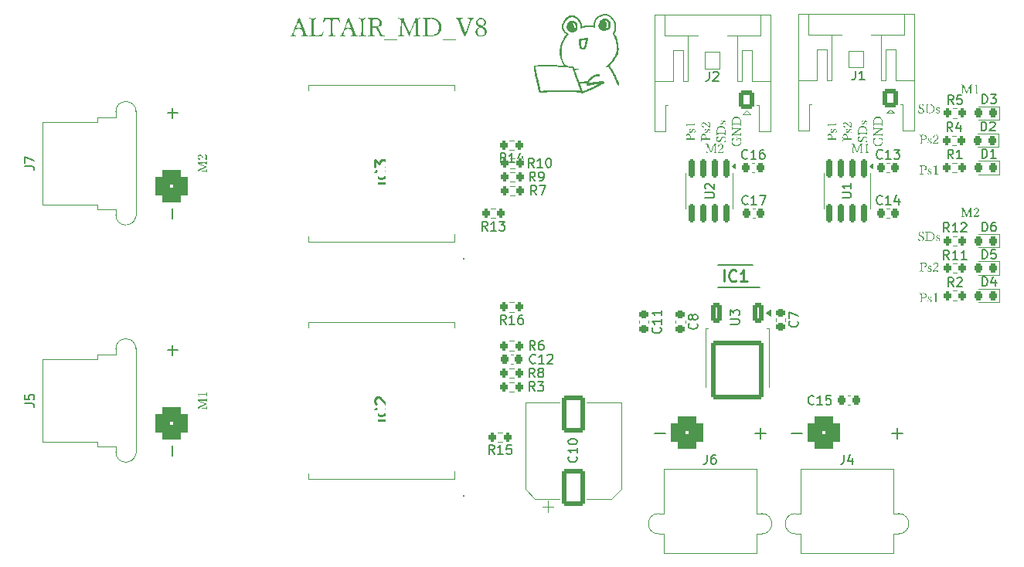
<source format=gbr>
%TF.GenerationSoftware,KiCad,Pcbnew,9.0.1*%
%TF.CreationDate,2026-01-23T01:31:55+09:00*%
%TF.ProjectId,AltairMD_V8,416c7461-6972-44d4-945f-56382e6b6963,rev?*%
%TF.SameCoordinates,Original*%
%TF.FileFunction,Legend,Top*%
%TF.FilePolarity,Positive*%
%FSLAX46Y46*%
G04 Gerber Fmt 4.6, Leading zero omitted, Abs format (unit mm)*
G04 Created by KiCad (PCBNEW 9.0.1) date 2026-01-23 01:31:55*
%MOMM*%
%LPD*%
G01*
G04 APERTURE LIST*
G04 Aperture macros list*
%AMRoundRect*
0 Rectangle with rounded corners*
0 $1 Rounding radius*
0 $2 $3 $4 $5 $6 $7 $8 $9 X,Y pos of 4 corners*
0 Add a 4 corners polygon primitive as box body*
4,1,4,$2,$3,$4,$5,$6,$7,$8,$9,$2,$3,0*
0 Add four circle primitives for the rounded corners*
1,1,$1+$1,$2,$3*
1,1,$1+$1,$4,$5*
1,1,$1+$1,$6,$7*
1,1,$1+$1,$8,$9*
0 Add four rect primitives between the rounded corners*
20,1,$1+$1,$2,$3,$4,$5,0*
20,1,$1+$1,$4,$5,$6,$7,0*
20,1,$1+$1,$6,$7,$8,$9,0*
20,1,$1+$1,$8,$9,$2,$3,0*%
G04 Aperture macros list end*
%ADD10C,0.150000*%
%ADD11C,0.254000*%
%ADD12C,0.120000*%
%ADD13C,0.200000*%
%ADD14C,0.000000*%
%ADD15C,0.100000*%
%ADD16RoundRect,0.200000X0.200000X0.275000X-0.200000X0.275000X-0.200000X-0.275000X0.200000X-0.275000X0*%
%ADD17C,1.400000*%
%ADD18RoundRect,0.770000X0.980000X0.980000X-0.980000X0.980000X-0.980000X-0.980000X0.980000X-0.980000X0*%
%ADD19C,3.500000*%
%ADD20RoundRect,0.250000X1.000000X-1.750000X1.000000X1.750000X-1.000000X1.750000X-1.000000X-1.750000X0*%
%ADD21RoundRect,0.200000X-0.200000X-0.275000X0.200000X-0.275000X0.200000X0.275000X-0.200000X0.275000X0*%
%ADD22RoundRect,0.218750X0.218750X0.256250X-0.218750X0.256250X-0.218750X-0.256250X0.218750X-0.256250X0*%
%ADD23RoundRect,0.225000X-0.225000X-0.250000X0.225000X-0.250000X0.225000X0.250000X-0.225000X0.250000X0*%
%ADD24RoundRect,0.250000X-0.350000X0.850000X-0.350000X-0.850000X0.350000X-0.850000X0.350000X0.850000X0*%
%ADD25RoundRect,0.249997X-2.650003X2.950003X-2.650003X-2.950003X2.650003X-2.950003X2.650003X2.950003X0*%
%ADD26C,0.800000*%
%ADD27C,6.400000*%
%ADD28RoundRect,0.150000X-0.150000X0.825000X-0.150000X-0.825000X0.150000X-0.825000X0.150000X0.825000X0*%
%ADD29O,2.800000X2.000000*%
%ADD30RoundRect,0.250000X0.600000X0.725000X-0.600000X0.725000X-0.600000X-0.725000X0.600000X-0.725000X0*%
%ADD31O,1.700000X1.950000*%
%ADD32R,1.240000X1.890000*%
%ADD33RoundRect,0.225000X-0.250000X0.225000X-0.250000X-0.225000X0.250000X-0.225000X0.250000X0.225000X0*%
%ADD34RoundRect,0.225000X0.225000X0.250000X-0.225000X0.250000X-0.225000X-0.250000X0.225000X-0.250000X0*%
%ADD35R,1.300000X0.665000*%
%ADD36R,5.250000X6.230000*%
%ADD37R,5.250000X10.300000*%
%ADD38RoundRect,0.770000X0.980000X-0.980000X0.980000X0.980000X-0.980000X0.980000X-0.980000X-0.980000X0*%
G04 APERTURE END LIST*
D10*
G36*
X81381974Y-83045306D02*
G01*
X81383318Y-82927764D01*
X81375502Y-82783661D01*
X81380068Y-82773909D01*
X81396690Y-82769983D01*
X81409541Y-82773594D01*
X81414398Y-82783661D01*
X81422321Y-82843360D01*
X81434191Y-82875360D01*
X81447859Y-82890212D01*
X81482641Y-82901968D01*
X81555753Y-82907309D01*
X81572789Y-82907309D01*
X82114825Y-82901141D01*
X82256852Y-82895646D01*
X82280072Y-82889650D01*
X82298496Y-82880625D01*
X82311704Y-82866697D01*
X82321027Y-82846492D01*
X82331896Y-82770655D01*
X82337204Y-82760531D01*
X82349665Y-82756977D01*
X82363935Y-82760739D01*
X82368105Y-82770655D01*
X82362609Y-82957134D01*
X82368105Y-83134088D01*
X82364421Y-83140742D01*
X82349665Y-83143675D01*
X82336774Y-83140922D01*
X82331957Y-83134088D01*
X82323331Y-83074684D01*
X82311531Y-83043197D01*
X82298496Y-83028880D01*
X82261932Y-83017407D01*
X82170879Y-83011783D01*
X81524002Y-83015874D01*
X81524002Y-83031628D01*
X82009190Y-83244058D01*
X82355832Y-83389566D01*
X82364901Y-83397380D01*
X82368105Y-83410754D01*
X82365331Y-83418900D01*
X82355832Y-83425775D01*
X82035812Y-83559010D01*
X81524002Y-83781698D01*
X81524002Y-83796719D01*
X82114947Y-83800810D01*
X82138150Y-83800810D01*
X82225004Y-83797611D01*
X82274030Y-83790138D01*
X82298496Y-83780965D01*
X82311635Y-83768158D01*
X82321027Y-83748176D01*
X82331957Y-83676490D01*
X82336879Y-83665874D01*
X82349665Y-83662141D01*
X82363866Y-83666029D01*
X82368105Y-83676490D01*
X82362609Y-83828837D01*
X82368105Y-83985946D01*
X82364088Y-83994729D01*
X82349665Y-83998219D01*
X82336655Y-83994874D01*
X82331896Y-83985946D01*
X82323458Y-83935493D01*
X82311329Y-83906550D01*
X82297091Y-83891668D01*
X82268218Y-83879235D01*
X82233649Y-83871152D01*
X82114825Y-83863641D01*
X81557096Y-83851368D01*
X81544152Y-83851368D01*
X81478793Y-83856676D01*
X81447859Y-83868404D01*
X81435680Y-83884049D01*
X81424000Y-83917079D01*
X81414398Y-83977703D01*
X81409878Y-83986765D01*
X81398033Y-83990037D01*
X81380085Y-83986320D01*
X81375502Y-83977703D01*
X81383318Y-83827432D01*
X81381974Y-83705861D01*
X81463005Y-83680084D01*
X81539877Y-83649807D01*
X81992581Y-83457893D01*
X82094675Y-83414174D01*
X82186571Y-83375888D01*
X81992581Y-83291869D01*
X81558928Y-83111557D01*
X81476227Y-83077857D01*
X81381974Y-83045306D01*
G37*
G36*
X81371594Y-82272155D02*
G01*
X81376378Y-82254820D01*
X81389302Y-82249624D01*
X81688133Y-82256462D01*
X82111467Y-82256462D01*
X82248304Y-82253043D01*
X82273912Y-82247624D01*
X82292573Y-82239365D01*
X82305383Y-82225102D01*
X82317945Y-82188363D01*
X82327927Y-82112298D01*
X82333068Y-82103525D01*
X82348382Y-82100025D01*
X82364266Y-82103000D01*
X82368105Y-82109550D01*
X82362609Y-82307021D01*
X82368105Y-82508521D01*
X82364259Y-82515069D01*
X82348321Y-82518047D01*
X82333124Y-82514273D01*
X82327866Y-82504430D01*
X82321308Y-82442646D01*
X82314249Y-82411496D01*
X82305110Y-82394097D01*
X82292390Y-82382797D01*
X82271484Y-82375430D01*
X82218697Y-82368786D01*
X82110978Y-82365761D01*
X81620600Y-82365761D01*
X81547263Y-82370743D01*
X81518995Y-82380782D01*
X81505317Y-82397204D01*
X81500554Y-82420410D01*
X81502867Y-82440269D01*
X81511484Y-82470969D01*
X81531817Y-82532396D01*
X81525824Y-82545040D01*
X81503852Y-82550164D01*
X81497072Y-82547015D01*
X81490235Y-82534472D01*
X81435951Y-82400395D01*
X81371594Y-82272155D01*
G37*
G36*
X165954693Y-61881974D02*
G01*
X166072235Y-61883318D01*
X166216338Y-61875502D01*
X166226090Y-61880068D01*
X166230016Y-61896690D01*
X166226405Y-61909541D01*
X166216338Y-61914398D01*
X166156639Y-61922321D01*
X166124639Y-61934191D01*
X166109787Y-61947859D01*
X166098031Y-61982641D01*
X166092690Y-62055753D01*
X166092690Y-62072789D01*
X166098858Y-62614825D01*
X166104353Y-62756852D01*
X166110349Y-62780072D01*
X166119374Y-62798496D01*
X166133302Y-62811704D01*
X166153507Y-62821027D01*
X166229344Y-62831896D01*
X166239468Y-62837204D01*
X166243022Y-62849665D01*
X166239260Y-62863935D01*
X166229344Y-62868105D01*
X166042865Y-62862609D01*
X165865911Y-62868105D01*
X165859257Y-62864421D01*
X165856324Y-62849665D01*
X165859077Y-62836774D01*
X165865911Y-62831957D01*
X165925315Y-62823331D01*
X165956802Y-62811531D01*
X165971119Y-62798496D01*
X165982592Y-62761932D01*
X165988216Y-62670879D01*
X165984125Y-62024002D01*
X165968371Y-62024002D01*
X165755941Y-62509190D01*
X165610433Y-62855832D01*
X165602619Y-62864901D01*
X165589245Y-62868105D01*
X165581099Y-62865331D01*
X165574224Y-62855832D01*
X165440989Y-62535812D01*
X165218301Y-62024002D01*
X165203280Y-62024002D01*
X165199189Y-62614947D01*
X165199189Y-62638150D01*
X165202388Y-62725004D01*
X165209861Y-62774030D01*
X165219034Y-62798496D01*
X165231841Y-62811635D01*
X165251823Y-62821027D01*
X165323509Y-62831957D01*
X165334125Y-62836879D01*
X165337858Y-62849665D01*
X165333970Y-62863866D01*
X165323509Y-62868105D01*
X165171162Y-62862609D01*
X165014053Y-62868105D01*
X165005270Y-62864088D01*
X165001780Y-62849665D01*
X165005125Y-62836655D01*
X165014053Y-62831896D01*
X165064506Y-62823458D01*
X165093449Y-62811329D01*
X165108331Y-62797091D01*
X165120764Y-62768218D01*
X165128847Y-62733649D01*
X165136358Y-62614825D01*
X165148631Y-62057096D01*
X165148631Y-62044152D01*
X165143323Y-61978793D01*
X165131595Y-61947859D01*
X165115950Y-61935680D01*
X165082920Y-61924000D01*
X165022296Y-61914398D01*
X165013234Y-61909878D01*
X165009962Y-61898033D01*
X165013679Y-61880085D01*
X165022296Y-61875502D01*
X165172567Y-61883318D01*
X165294138Y-61881974D01*
X165319915Y-61963005D01*
X165350192Y-62039877D01*
X165542106Y-62492581D01*
X165585825Y-62594675D01*
X165624111Y-62686571D01*
X165708130Y-62492581D01*
X165888442Y-62058928D01*
X165922142Y-61976227D01*
X165954693Y-61881974D01*
G37*
G36*
X166908889Y-62868105D02*
G01*
X166641748Y-62863953D01*
X166378760Y-62868105D01*
X166366627Y-62862385D01*
X166361724Y-62841482D01*
X166364169Y-62822659D01*
X166371249Y-62806678D01*
X166511904Y-62608784D01*
X166634238Y-62453075D01*
X166660921Y-62422362D01*
X166727123Y-62339898D01*
X166770148Y-62277024D01*
X166795499Y-62229898D01*
X166814376Y-62172755D01*
X166820778Y-62110403D01*
X166814675Y-62046613D01*
X166798054Y-61997946D01*
X166772235Y-61960926D01*
X166743528Y-61937961D01*
X166709874Y-61924111D01*
X166669775Y-61919282D01*
X166623803Y-61924486D01*
X166587328Y-61939027D01*
X166558170Y-61962473D01*
X166535197Y-61995975D01*
X166525662Y-62030325D01*
X166521520Y-62094405D01*
X166518244Y-62111232D01*
X166508153Y-62126392D01*
X166489463Y-62140566D01*
X166460888Y-62152623D01*
X166425899Y-62156870D01*
X166401984Y-62151436D01*
X166388174Y-62136311D01*
X166382851Y-62107960D01*
X166388256Y-62066791D01*
X166404849Y-62026314D01*
X166434225Y-61985440D01*
X166479205Y-61943463D01*
X166539813Y-61905282D01*
X166602859Y-61882963D01*
X166669775Y-61875502D01*
X166732711Y-61880424D01*
X166786897Y-61894436D01*
X166833841Y-61916898D01*
X166874695Y-61947859D01*
X166905458Y-61982896D01*
X166927211Y-62021963D01*
X166940496Y-62065882D01*
X166945098Y-62115837D01*
X166940402Y-62174812D01*
X166927007Y-62225779D01*
X166905470Y-62270137D01*
X166858594Y-62331888D01*
X166770220Y-62419675D01*
X166727172Y-62458571D01*
X166608305Y-62573499D01*
X166519276Y-62675628D01*
X166455269Y-62766500D01*
X166687544Y-62766500D01*
X166772685Y-62764169D01*
X166815283Y-62758989D01*
X166842368Y-62750645D01*
X166865170Y-62737069D01*
X166889837Y-62713885D01*
X166915123Y-62678542D01*
X166941007Y-62627587D01*
X166946119Y-62620115D01*
X166951937Y-62618000D01*
X166970377Y-62622763D01*
X166978559Y-62631678D01*
X166977155Y-62639188D01*
X166941955Y-62764895D01*
X166908889Y-62868105D01*
G37*
G36*
X165954693Y-48381974D02*
G01*
X166072235Y-48383318D01*
X166216338Y-48375502D01*
X166226090Y-48380068D01*
X166230016Y-48396690D01*
X166226405Y-48409541D01*
X166216338Y-48414398D01*
X166156639Y-48422321D01*
X166124639Y-48434191D01*
X166109787Y-48447859D01*
X166098031Y-48482641D01*
X166092690Y-48555753D01*
X166092690Y-48572789D01*
X166098858Y-49114825D01*
X166104353Y-49256852D01*
X166110349Y-49280072D01*
X166119374Y-49298496D01*
X166133302Y-49311704D01*
X166153507Y-49321027D01*
X166229344Y-49331896D01*
X166239468Y-49337204D01*
X166243022Y-49349665D01*
X166239260Y-49363935D01*
X166229344Y-49368105D01*
X166042865Y-49362609D01*
X165865911Y-49368105D01*
X165859257Y-49364421D01*
X165856324Y-49349665D01*
X165859077Y-49336774D01*
X165865911Y-49331957D01*
X165925315Y-49323331D01*
X165956802Y-49311531D01*
X165971119Y-49298496D01*
X165982592Y-49261932D01*
X165988216Y-49170879D01*
X165984125Y-48524002D01*
X165968371Y-48524002D01*
X165755941Y-49009190D01*
X165610433Y-49355832D01*
X165602619Y-49364901D01*
X165589245Y-49368105D01*
X165581099Y-49365331D01*
X165574224Y-49355832D01*
X165440989Y-49035812D01*
X165218301Y-48524002D01*
X165203280Y-48524002D01*
X165199189Y-49114947D01*
X165199189Y-49138150D01*
X165202388Y-49225004D01*
X165209861Y-49274030D01*
X165219034Y-49298496D01*
X165231841Y-49311635D01*
X165251823Y-49321027D01*
X165323509Y-49331957D01*
X165334125Y-49336879D01*
X165337858Y-49349665D01*
X165333970Y-49363866D01*
X165323509Y-49368105D01*
X165171162Y-49362609D01*
X165014053Y-49368105D01*
X165005270Y-49364088D01*
X165001780Y-49349665D01*
X165005125Y-49336655D01*
X165014053Y-49331896D01*
X165064506Y-49323458D01*
X165093449Y-49311329D01*
X165108331Y-49297091D01*
X165120764Y-49268218D01*
X165128847Y-49233649D01*
X165136358Y-49114825D01*
X165148631Y-48557096D01*
X165148631Y-48544152D01*
X165143323Y-48478793D01*
X165131595Y-48447859D01*
X165115950Y-48435680D01*
X165082920Y-48424000D01*
X165022296Y-48414398D01*
X165013234Y-48409878D01*
X165009962Y-48398033D01*
X165013679Y-48380085D01*
X165022296Y-48375502D01*
X165172567Y-48383318D01*
X165294138Y-48381974D01*
X165319915Y-48463005D01*
X165350192Y-48539877D01*
X165542106Y-48992581D01*
X165585825Y-49094675D01*
X165624111Y-49186571D01*
X165708130Y-48992581D01*
X165888442Y-48558928D01*
X165922142Y-48476227D01*
X165954693Y-48381974D01*
G37*
G36*
X166727844Y-48371594D02*
G01*
X166745179Y-48376378D01*
X166750375Y-48389302D01*
X166743537Y-48688133D01*
X166743537Y-49111467D01*
X166746956Y-49248304D01*
X166752375Y-49273912D01*
X166760634Y-49292573D01*
X166774897Y-49305383D01*
X166811636Y-49317945D01*
X166887701Y-49327927D01*
X166896474Y-49333068D01*
X166899974Y-49348382D01*
X166896999Y-49364266D01*
X166890449Y-49368105D01*
X166692978Y-49362609D01*
X166491478Y-49368105D01*
X166484930Y-49364259D01*
X166481952Y-49348321D01*
X166485726Y-49333124D01*
X166495569Y-49327866D01*
X166557353Y-49321308D01*
X166588503Y-49314249D01*
X166605902Y-49305110D01*
X166617202Y-49292390D01*
X166624569Y-49271484D01*
X166631213Y-49218697D01*
X166634238Y-49110978D01*
X166634238Y-48620600D01*
X166629256Y-48547263D01*
X166619217Y-48518995D01*
X166602795Y-48505317D01*
X166579589Y-48500554D01*
X166559730Y-48502867D01*
X166529030Y-48511484D01*
X166467603Y-48531817D01*
X166454959Y-48525824D01*
X166449835Y-48503852D01*
X166452984Y-48497072D01*
X166465527Y-48490235D01*
X166599604Y-48435951D01*
X166727844Y-48371594D01*
G37*
G36*
X92567298Y-41047351D02*
G01*
X92576622Y-41065129D01*
X92670524Y-41363730D01*
X92795219Y-41729836D01*
X93109438Y-42612896D01*
X93196609Y-42835153D01*
X93246092Y-42926870D01*
X93277601Y-42954879D01*
X93339122Y-42978418D01*
X93446859Y-42993792D01*
X93470403Y-43003893D01*
X93478367Y-43029207D01*
X93470312Y-43057569D01*
X93448203Y-43066210D01*
X93083426Y-43057906D01*
X92725488Y-43066210D01*
X92707922Y-43058177D01*
X92700942Y-43029330D01*
X92707640Y-43003206D01*
X92725488Y-42993670D01*
X92856716Y-42975486D01*
X92911357Y-42953981D01*
X92933020Y-42925735D01*
X92941399Y-42876067D01*
X92930117Y-42808936D01*
X92877163Y-42638053D01*
X92756995Y-42287808D01*
X92437281Y-42276817D01*
X92087526Y-42287808D01*
X91972732Y-42601050D01*
X91921626Y-42763355D01*
X91908496Y-42859581D01*
X91921609Y-42921307D01*
X91957711Y-42958011D01*
X92018243Y-42977801D01*
X92143457Y-42993670D01*
X92161402Y-43003128D01*
X92168126Y-43029207D01*
X92161114Y-43058146D01*
X92143457Y-43066210D01*
X91807379Y-43057906D01*
X91524546Y-43066210D01*
X91506980Y-43058177D01*
X91500000Y-43029330D01*
X91506693Y-43003341D01*
X91524546Y-42993914D01*
X91625528Y-42967532D01*
X91684403Y-42926992D01*
X91745714Y-42831610D01*
X91849755Y-42591158D01*
X92006925Y-42175212D01*
X92127093Y-42175212D01*
X92437281Y-42180586D01*
X92719993Y-42175090D01*
X92560258Y-41731179D01*
X92429099Y-41340268D01*
X92362055Y-41524183D01*
X92285607Y-41731179D01*
X92127093Y-42175212D01*
X92006925Y-42175212D01*
X92180338Y-41716280D01*
X92329219Y-41308837D01*
X92392096Y-41121060D01*
X92551953Y-41041926D01*
X92567298Y-41047351D01*
G37*
G36*
X95035537Y-43066210D02*
G01*
X94723818Y-43055210D01*
X94338712Y-43051189D01*
X93621493Y-43066210D01*
X93606070Y-43058496D01*
X93599633Y-43029330D01*
X93605689Y-43003835D01*
X93621493Y-42993792D01*
X93741650Y-42975204D01*
X93805501Y-42951788D01*
X93834595Y-42926992D01*
X93849119Y-42887295D01*
X93862496Y-42781715D01*
X93868667Y-42559651D01*
X93868667Y-41531510D01*
X93863154Y-41351506D01*
X93850970Y-41262055D01*
X93837281Y-41225718D01*
X93807583Y-41199916D01*
X93740838Y-41176218D01*
X93613189Y-41158796D01*
X93597338Y-41150050D01*
X93591329Y-41126067D01*
X93598147Y-41089789D01*
X93613189Y-41081004D01*
X93980774Y-41096636D01*
X94338712Y-41081004D01*
X94359139Y-41090670D01*
X94367411Y-41126067D01*
X94360142Y-41149377D01*
X94338712Y-41158796D01*
X94219292Y-41178368D01*
X94158357Y-41201749D01*
X94132449Y-41225718D01*
X94117170Y-41272866D01*
X94104046Y-41378597D01*
X94098255Y-41579382D01*
X94098255Y-42559528D01*
X94104816Y-42745307D01*
X94119863Y-42845767D01*
X94137822Y-42892676D01*
X94172098Y-42928904D01*
X94223918Y-42952759D01*
X94290679Y-42963320D01*
X94405635Y-42967780D01*
X94587504Y-42959252D01*
X94725159Y-42936579D01*
X94827342Y-42903412D01*
X94901570Y-42862267D01*
X94961924Y-42808512D01*
X95030284Y-42719911D01*
X95107955Y-42584930D01*
X95131158Y-42566001D01*
X95168039Y-42576870D01*
X95184403Y-42597142D01*
X95181716Y-42610697D01*
X95111720Y-42852737D01*
X95035537Y-43066210D01*
G37*
G36*
X96917550Y-41081004D02*
G01*
X96965422Y-41530045D01*
X96965422Y-41540914D01*
X96955889Y-41558018D01*
X96917550Y-41565582D01*
X96903701Y-41561585D01*
X96894347Y-41549218D01*
X96840044Y-41420530D01*
X96780099Y-41326609D01*
X96715317Y-41260523D01*
X96645570Y-41221124D01*
X96539393Y-41193437D01*
X96383391Y-41182609D01*
X96290124Y-41186869D01*
X96244050Y-41196287D01*
X96215679Y-41211971D01*
X96192027Y-41238541D01*
X96172537Y-41281915D01*
X96160642Y-41341001D01*
X96153803Y-41579748D01*
X96153803Y-42602149D01*
X96160642Y-42846514D01*
X96171608Y-42890164D01*
X96189340Y-42924305D01*
X96217798Y-42950448D01*
X96261758Y-42969246D01*
X96421615Y-42991106D01*
X96440558Y-43000764D01*
X96447505Y-43026643D01*
X96440104Y-43057643D01*
X96421615Y-43066210D01*
X96041817Y-43055219D01*
X95679727Y-43066210D01*
X95662311Y-43057800D01*
X95655181Y-43026643D01*
X95661872Y-43000624D01*
X95679727Y-42991106D01*
X95798743Y-42973178D01*
X95861674Y-42949691D01*
X95890143Y-42924305D01*
X95906522Y-42880433D01*
X95920711Y-42779138D01*
X95927023Y-42582976D01*
X95927023Y-41514291D01*
X95921287Y-41355561D01*
X95908239Y-41271351D01*
X95892829Y-41233168D01*
X95865100Y-41209011D01*
X95807780Y-41190516D01*
X95702930Y-41182609D01*
X95556551Y-41193127D01*
X95452601Y-41220554D01*
X95380530Y-41260523D01*
X95315348Y-41326458D01*
X95253662Y-41420387D01*
X95196127Y-41549218D01*
X95187409Y-41561908D01*
X95176953Y-41565582D01*
X95138721Y-41558023D01*
X95129204Y-41540914D01*
X95129204Y-41532732D01*
X95179640Y-41081004D01*
X96044504Y-41094682D01*
X96917550Y-41081004D01*
G37*
G36*
X97991443Y-41047351D02*
G01*
X98000767Y-41065129D01*
X98094669Y-41363730D01*
X98219364Y-41729836D01*
X98533583Y-42612896D01*
X98620754Y-42835153D01*
X98670237Y-42926870D01*
X98701746Y-42954879D01*
X98763267Y-42978418D01*
X98871004Y-42993792D01*
X98894549Y-43003893D01*
X98902512Y-43029207D01*
X98894457Y-43057569D01*
X98872348Y-43066210D01*
X98507571Y-43057906D01*
X98149633Y-43066210D01*
X98132068Y-43058177D01*
X98125087Y-43029330D01*
X98131785Y-43003206D01*
X98149633Y-42993670D01*
X98280861Y-42975486D01*
X98335502Y-42953981D01*
X98357166Y-42925735D01*
X98365544Y-42876067D01*
X98354262Y-42808936D01*
X98301308Y-42638053D01*
X98181140Y-42287808D01*
X97861427Y-42276817D01*
X97511671Y-42287808D01*
X97396877Y-42601050D01*
X97345771Y-42763355D01*
X97332641Y-42859581D01*
X97345754Y-42921307D01*
X97381856Y-42958011D01*
X97442388Y-42977801D01*
X97567602Y-42993670D01*
X97585547Y-43003128D01*
X97592271Y-43029207D01*
X97585259Y-43058146D01*
X97567602Y-43066210D01*
X97231524Y-43057906D01*
X96948691Y-43066210D01*
X96931126Y-43058177D01*
X96924145Y-43029330D01*
X96930838Y-43003341D01*
X96948691Y-42993914D01*
X97049673Y-42967532D01*
X97108548Y-42926992D01*
X97169859Y-42831610D01*
X97273900Y-42591158D01*
X97431070Y-42175212D01*
X97551238Y-42175212D01*
X97861427Y-42180586D01*
X98144138Y-42175090D01*
X97984403Y-41731179D01*
X97853244Y-41340268D01*
X97786200Y-41524183D01*
X97709752Y-41731179D01*
X97551238Y-42175212D01*
X97431070Y-42175212D01*
X97604483Y-41716280D01*
X97753364Y-41308837D01*
X97816242Y-41121060D01*
X97976099Y-41041926D01*
X97991443Y-41047351D01*
G37*
G36*
X99049668Y-42993792D02*
G01*
X99164628Y-42976665D01*
X99225558Y-42953140D01*
X99253244Y-42926992D01*
X99272260Y-42882857D01*
X99283286Y-42819036D01*
X99290125Y-42559651D01*
X99290125Y-41579382D01*
X99283286Y-41302166D01*
X99273404Y-41259704D01*
X99255931Y-41225718D01*
X99227369Y-41201171D01*
X99161724Y-41177637D01*
X99034647Y-41158796D01*
X99018797Y-41150050D01*
X99012787Y-41126067D01*
X99019606Y-41089789D01*
X99034647Y-41081004D01*
X99399424Y-41096636D01*
X99757362Y-41081004D01*
X99777789Y-41090670D01*
X99786060Y-41126067D01*
X99778791Y-41149377D01*
X99757362Y-41158796D01*
X99641902Y-41178139D01*
X99581069Y-41201474D01*
X99553785Y-41225718D01*
X99537518Y-41269908D01*
X99523278Y-41374335D01*
X99516905Y-41579382D01*
X99516905Y-42666140D01*
X99522551Y-42811317D01*
X99535518Y-42890016D01*
X99551099Y-42926992D01*
X99576668Y-42952183D01*
X99616678Y-42970589D01*
X99772383Y-42993792D01*
X99792518Y-43003598D01*
X99799738Y-43029330D01*
X99792213Y-43057871D01*
X99772383Y-43066210D01*
X99399424Y-43055219D01*
X99048325Y-43066210D01*
X99032902Y-43058496D01*
X99026465Y-43029330D01*
X99032788Y-43003984D01*
X99049668Y-42993792D01*
G37*
G36*
X101039790Y-41092679D02*
G01*
X101188359Y-41124614D01*
X101306047Y-41173306D01*
X101398551Y-41236953D01*
X101463290Y-41305641D01*
X101509294Y-41384418D01*
X101537629Y-41475291D01*
X101547540Y-41581214D01*
X101533525Y-41698331D01*
X101492472Y-41802055D01*
X101423220Y-41895799D01*
X101340613Y-41965994D01*
X101236694Y-42024962D01*
X101107536Y-42072020D01*
X101289616Y-42415510D01*
X101488799Y-42749427D01*
X101592447Y-42893463D01*
X101659525Y-42953736D01*
X101716050Y-42975941D01*
X101827564Y-42993548D01*
X101845402Y-43003010D01*
X101852110Y-43029207D01*
X101845667Y-43058479D01*
X101830251Y-43066210D01*
X101572086Y-43055219D01*
X101382187Y-43057906D01*
X101278384Y-42846636D01*
X100869888Y-42108900D01*
X100733234Y-42114274D01*
X100522819Y-42106458D01*
X100522819Y-42557575D01*
X100529658Y-42844071D01*
X100539271Y-42893780D01*
X100554204Y-42926381D01*
X100582975Y-42952468D01*
X100647024Y-42976189D01*
X100768771Y-42993548D01*
X100792196Y-43003677D01*
X100800157Y-43029207D01*
X100792624Y-43057853D01*
X100772801Y-43066210D01*
X100408025Y-43055219D01*
X100051430Y-43066210D01*
X100033865Y-43058177D01*
X100026884Y-43029330D01*
X100033575Y-43003310D01*
X100051430Y-42993792D01*
X100172667Y-42975001D01*
X100234981Y-42951557D01*
X100261845Y-42926992D01*
X100276900Y-42881049D01*
X100290123Y-42772491D01*
X100296039Y-42559651D01*
X100296039Y-41550317D01*
X100522819Y-41550317D01*
X100522819Y-42011081D01*
X100625772Y-42022791D01*
X100730425Y-42026713D01*
X100877774Y-42016999D01*
X100996451Y-41990271D01*
X101091660Y-41949181D01*
X101167620Y-41894944D01*
X101235158Y-41814422D01*
X101276167Y-41717374D01*
X101290596Y-41598799D01*
X101279808Y-41483671D01*
X101249921Y-41391961D01*
X101202793Y-41318663D01*
X101137677Y-41260486D01*
X101051329Y-41216267D01*
X100938413Y-41187138D01*
X100791974Y-41176381D01*
X100663171Y-41184817D01*
X100593176Y-41204387D01*
X100559699Y-41229260D01*
X100543609Y-41266928D01*
X100529307Y-41360549D01*
X100522819Y-41550317D01*
X100296039Y-41550317D01*
X100296039Y-41534319D01*
X100289200Y-41296671D01*
X100279877Y-41255881D01*
X100264654Y-41225718D01*
X100238687Y-41200669D01*
X100196266Y-41181999D01*
X100026884Y-41158796D01*
X100011033Y-41150050D01*
X100005024Y-41126067D01*
X100011842Y-41089789D01*
X100026884Y-41081004D01*
X100394347Y-41091873D01*
X100584246Y-41087477D01*
X100853401Y-41081004D01*
X101039790Y-41092679D01*
G37*
G36*
X101824633Y-43386657D02*
G01*
X103223656Y-43386657D01*
X103223656Y-43498642D01*
X101824633Y-43498642D01*
X101824633Y-43386657D01*
G37*
G36*
X105230600Y-41093949D02*
G01*
X105465683Y-41096636D01*
X105753890Y-41081004D01*
X105773393Y-41090137D01*
X105781245Y-41123381D01*
X105774024Y-41149082D01*
X105753890Y-41158796D01*
X105634492Y-41174642D01*
X105570492Y-41198382D01*
X105540788Y-41225718D01*
X105517275Y-41295282D01*
X105506594Y-41441507D01*
X105506594Y-41475579D01*
X105518928Y-42559651D01*
X105529919Y-42843705D01*
X105541910Y-42890144D01*
X105559961Y-42926992D01*
X105587816Y-42953409D01*
X105628227Y-42972055D01*
X105779902Y-42993792D01*
X105800148Y-43004408D01*
X105807257Y-43029330D01*
X105799732Y-43057871D01*
X105779902Y-43066210D01*
X105406943Y-43055219D01*
X105053035Y-43066210D01*
X105039727Y-43058843D01*
X105033862Y-43029330D01*
X105039368Y-43003548D01*
X105053035Y-42993914D01*
X105171844Y-42976663D01*
X105234818Y-42953062D01*
X105263450Y-42926992D01*
X105286397Y-42853864D01*
X105297644Y-42671758D01*
X105289462Y-41378004D01*
X105257955Y-41378004D01*
X104833094Y-42348381D01*
X104542079Y-43041664D01*
X104526452Y-43059802D01*
X104499703Y-43066210D01*
X104483412Y-43060663D01*
X104469661Y-43041664D01*
X104203192Y-42401625D01*
X103757815Y-41378004D01*
X103727773Y-41378004D01*
X103719591Y-42559895D01*
X103719591Y-42606301D01*
X103725989Y-42780009D01*
X103740935Y-42878060D01*
X103759281Y-42926992D01*
X103784896Y-42953271D01*
X103824860Y-42972055D01*
X103968230Y-42993914D01*
X103989463Y-43003758D01*
X103996929Y-43029330D01*
X103989152Y-43057733D01*
X103968230Y-43066210D01*
X103663538Y-43055219D01*
X103349319Y-43066210D01*
X103331754Y-43058177D01*
X103324773Y-43029330D01*
X103331464Y-43003310D01*
X103349319Y-42993792D01*
X103450224Y-42976917D01*
X103508111Y-42952659D01*
X103537875Y-42924183D01*
X103562741Y-42866436D01*
X103578907Y-42797299D01*
X103593928Y-42559651D01*
X103618475Y-41444193D01*
X103618475Y-41418304D01*
X103607859Y-41287587D01*
X103584403Y-41225718D01*
X103553113Y-41201361D01*
X103487053Y-41178001D01*
X103365806Y-41158796D01*
X103347681Y-41149757D01*
X103341137Y-41126067D01*
X103348572Y-41090171D01*
X103365806Y-41081004D01*
X103666346Y-41096636D01*
X103909490Y-41093949D01*
X103961044Y-41256011D01*
X104021598Y-41409755D01*
X104405425Y-42315163D01*
X104492864Y-42519351D01*
X104569434Y-42703143D01*
X104737473Y-42315163D01*
X105098098Y-41447857D01*
X105165497Y-41282455D01*
X105230600Y-41093949D01*
G37*
G36*
X107172835Y-41095083D02*
G01*
X107372688Y-41134720D01*
X107542908Y-41196997D01*
X107687922Y-41280413D01*
X107811147Y-41384965D01*
X107900028Y-41491225D01*
X107969423Y-41609703D01*
X108020032Y-41742117D01*
X108051509Y-41890774D01*
X108062473Y-42058464D01*
X108052085Y-42222910D01*
X108022165Y-42369994D01*
X107973934Y-42502173D01*
X107907725Y-42621504D01*
X107822966Y-42729557D01*
X107718213Y-42827341D01*
X107593462Y-42913080D01*
X107453138Y-42981154D01*
X107295093Y-43031445D01*
X107116692Y-43062991D01*
X106914898Y-43074026D01*
X106647086Y-43066210D01*
X106386113Y-43058394D01*
X106050034Y-43066210D01*
X106032469Y-43058177D01*
X106025488Y-43029330D01*
X106032179Y-43003310D01*
X106050034Y-42993792D01*
X106167515Y-42978178D01*
X106232076Y-42954521D01*
X106263258Y-42926992D01*
X106276486Y-42888999D01*
X106288878Y-42784271D01*
X106294644Y-42559651D01*
X106294644Y-41584267D01*
X106526919Y-41584267D01*
X106526919Y-42631092D01*
X106534149Y-42776694D01*
X106551004Y-42857970D01*
X106571981Y-42898171D01*
X106627998Y-42937096D01*
X106732127Y-42966431D01*
X106909403Y-42978649D01*
X107086923Y-42966106D01*
X107240082Y-42930460D01*
X107372789Y-42873625D01*
X107488172Y-42796021D01*
X107588398Y-42696549D01*
X107674397Y-42571855D01*
X107737304Y-42428236D01*
X107776746Y-42262226D01*
X107790631Y-42069455D01*
X107778573Y-41891349D01*
X107744281Y-41737072D01*
X107689634Y-41602931D01*
X107615186Y-41485916D01*
X107520132Y-41383866D01*
X107400122Y-41296148D01*
X107263912Y-41232670D01*
X107108482Y-41193229D01*
X106929919Y-41179434D01*
X106752447Y-41186863D01*
X106647038Y-41204629D01*
X106590234Y-41227262D01*
X106563799Y-41251730D01*
X106547410Y-41294468D01*
X106533229Y-41393135D01*
X106526919Y-41584267D01*
X106294644Y-41584267D01*
X106294644Y-41579382D01*
X106284699Y-41302715D01*
X106267288Y-41223032D01*
X106240616Y-41199840D01*
X106172859Y-41177032D01*
X106033670Y-41158796D01*
X106015645Y-41149769D01*
X106009124Y-41126067D01*
X106016532Y-41090155D01*
X106033670Y-41081004D01*
X106380739Y-41091873D01*
X106636217Y-41086378D01*
X106938101Y-41081004D01*
X107172835Y-41095083D01*
G37*
G36*
X108233565Y-43386657D02*
G01*
X109632588Y-43386657D01*
X109632588Y-43498642D01*
X108233565Y-43498642D01*
X108233565Y-43386657D01*
G37*
G36*
X111637023Y-41090527D02*
G01*
X111645027Y-41126189D01*
X111637749Y-41149602D01*
X111616329Y-41159040D01*
X111533206Y-41174396D01*
X111474620Y-41197383D01*
X111434612Y-41226207D01*
X111373926Y-41323277D01*
X111263886Y-41583778D01*
X110892271Y-42564658D01*
X110706402Y-43070240D01*
X110580739Y-43120921D01*
X110564375Y-43104434D01*
X110377163Y-42564658D01*
X110013729Y-41583778D01*
X109907504Y-41326768D01*
X109851186Y-41226207D01*
X109814314Y-41195695D01*
X109753852Y-41172330D01*
X109659944Y-41159040D01*
X109639630Y-41149724D01*
X109632588Y-41126189D01*
X109640593Y-41090527D01*
X109659944Y-41081004D01*
X110015195Y-41091873D01*
X110379972Y-41081004D01*
X110399225Y-41090512D01*
X110407205Y-41126189D01*
X110400187Y-41149765D01*
X110379972Y-41159162D01*
X110246015Y-41179496D01*
X110191416Y-41198852D01*
X110167179Y-41223785D01*
X110158565Y-41263332D01*
X110174745Y-41352012D01*
X110251500Y-41581336D01*
X110567062Y-42428370D01*
X110695533Y-42787529D01*
X110830722Y-42425683D01*
X111130041Y-41584023D01*
X111192377Y-41380208D01*
X111207833Y-41268827D01*
X111195540Y-41219892D01*
X111160083Y-41190669D01*
X111102887Y-41173712D01*
X110983740Y-41159162D01*
X110965721Y-41150025D01*
X110959193Y-41126189D01*
X110966608Y-41090171D01*
X110983740Y-41081004D01*
X111337648Y-41091873D01*
X111617672Y-41081004D01*
X111637023Y-41090527D01*
G37*
G36*
X112532464Y-41090660D02*
G01*
X112640526Y-41118329D01*
X112735722Y-41162984D01*
X112820080Y-41224863D01*
X112882437Y-41292033D01*
X112925313Y-41363079D01*
X112950788Y-41439175D01*
X112959420Y-41522107D01*
X112947966Y-41628922D01*
X112915103Y-41720031D01*
X112861113Y-41798834D01*
X112795824Y-41858628D01*
X112704073Y-41918572D01*
X112579623Y-41978353D01*
X112739408Y-42069413D01*
X112852874Y-42159334D01*
X112929378Y-42248241D01*
X112977719Y-42338804D01*
X113007666Y-42443224D01*
X113018161Y-42564658D01*
X113005694Y-42690994D01*
X112969768Y-42800922D01*
X112910818Y-42897821D01*
X112826919Y-42983900D01*
X112739634Y-43042830D01*
X112642176Y-43085412D01*
X112532707Y-43111758D01*
X112408897Y-43120921D01*
X112266555Y-43109379D01*
X112143339Y-43076417D01*
X112035884Y-43023318D01*
X111941660Y-42949706D01*
X111873557Y-42870105D01*
X111825902Y-42783956D01*
X111797147Y-42689744D01*
X111787437Y-42586762D01*
X112014078Y-42586762D01*
X112022898Y-42689008D01*
X112048192Y-42777970D01*
X112089213Y-42856096D01*
X112146580Y-42925160D01*
X112226506Y-42985677D01*
X112313899Y-43021277D01*
X112411584Y-43033360D01*
X112499699Y-43024658D01*
X112576882Y-42999511D01*
X112645403Y-42958140D01*
X112706751Y-42899148D01*
X112762024Y-42815573D01*
X112795963Y-42717716D01*
X112807868Y-42601782D01*
X112794377Y-42495340D01*
X112754787Y-42401438D01*
X112687578Y-42316751D01*
X112609746Y-42253578D01*
X112493126Y-42180502D01*
X112326953Y-42096200D01*
X112210421Y-42170184D01*
X112124191Y-42254748D01*
X112063734Y-42350618D01*
X112026888Y-42460085D01*
X112014078Y-42586762D01*
X111787437Y-42586762D01*
X111787299Y-42585296D01*
X111798336Y-42484427D01*
X111831177Y-42390531D01*
X111887074Y-42301365D01*
X111969369Y-42215487D01*
X112083232Y-42132364D01*
X112235362Y-42052358D01*
X112088030Y-41969503D01*
X111986684Y-41890623D01*
X111921144Y-41815321D01*
X111880318Y-41739923D01*
X111854955Y-41652283D01*
X111846039Y-41549584D01*
X111850620Y-41510505D01*
X112050959Y-41510505D01*
X112062074Y-41602075D01*
X112093890Y-41678400D01*
X112146580Y-41743025D01*
X112214499Y-41795791D01*
X112321863Y-41856994D01*
X112481315Y-41927672D01*
X112567339Y-41884308D01*
X112636224Y-41828441D01*
X112690265Y-41759389D01*
X112725599Y-41688585D01*
X112747104Y-41610732D01*
X112754501Y-41524183D01*
X112741623Y-41420547D01*
X112704499Y-41332913D01*
X112642515Y-41257470D01*
X112573563Y-41208133D01*
X112496541Y-41178674D01*
X112408897Y-41168565D01*
X112304617Y-41181730D01*
X112216174Y-41219766D01*
X112139741Y-41283482D01*
X112090250Y-41351564D01*
X112060944Y-41426448D01*
X112050959Y-41510505D01*
X111850620Y-41510505D01*
X111857086Y-41455355D01*
X111889934Y-41368466D01*
X111946013Y-41286596D01*
X112029099Y-41208377D01*
X112143003Y-41137867D01*
X112268474Y-41095515D01*
X112408897Y-41081004D01*
X112532464Y-41090660D01*
G37*
G36*
X160884569Y-64519410D02*
G01*
X160899590Y-64734954D01*
X160899590Y-64739045D01*
X160895197Y-64746566D01*
X160877058Y-64749975D01*
X160870391Y-64747727D01*
X160866128Y-64740450D01*
X160838682Y-64674150D01*
X160805110Y-64623074D01*
X160765683Y-64584623D01*
X160725567Y-64559622D01*
X160682445Y-64544776D01*
X160635258Y-64539743D01*
X160580662Y-64546124D01*
X160536608Y-64564110D01*
X160500680Y-64593415D01*
X160477791Y-64626334D01*
X160463845Y-64664593D01*
X160458976Y-64709675D01*
X160464513Y-64753107D01*
X160481018Y-64792911D01*
X160509456Y-64830311D01*
X160552171Y-64865932D01*
X160612665Y-64899757D01*
X160683068Y-64931875D01*
X160779636Y-64983081D01*
X160846699Y-65032051D01*
X160890736Y-65078909D01*
X160918102Y-65125300D01*
X160934781Y-65177671D01*
X160940561Y-65237545D01*
X160933819Y-65308753D01*
X160914718Y-65368464D01*
X160883950Y-65418976D01*
X160840849Y-65461821D01*
X160795129Y-65491011D01*
X160740928Y-65512758D01*
X160676659Y-65526615D01*
X160600392Y-65531552D01*
X160528286Y-65526561D01*
X160447247Y-65510658D01*
X160355844Y-65482154D01*
X160332149Y-65385196D01*
X160312125Y-65271678D01*
X160310781Y-65260687D01*
X160315422Y-65250344D01*
X160331908Y-65246277D01*
X160340586Y-65248432D01*
X160345586Y-65254581D01*
X160379363Y-65328203D01*
X160420383Y-65387036D01*
X160468562Y-65433244D01*
X160516321Y-65464040D01*
X160565123Y-65481863D01*
X160616085Y-65487772D01*
X160665851Y-65483465D01*
X160708230Y-65471227D01*
X160744597Y-65451551D01*
X160775942Y-65424207D01*
X160803406Y-65385777D01*
X160820043Y-65341441D01*
X160825828Y-65289508D01*
X160819994Y-65236492D01*
X160803151Y-65190705D01*
X160775270Y-65150533D01*
X160742187Y-65119565D01*
X160693268Y-65085194D01*
X160624328Y-65047035D01*
X160553925Y-65012292D01*
X160475811Y-64967279D01*
X160421769Y-64924684D01*
X160386558Y-64884248D01*
X160364170Y-64842992D01*
X160350390Y-64795975D01*
X160345586Y-64741854D01*
X160351410Y-64686751D01*
X160368281Y-64638533D01*
X160396219Y-64595681D01*
X160436444Y-64557267D01*
X160492572Y-64523868D01*
X160558073Y-64503218D01*
X160635258Y-64495963D01*
X160694359Y-64499984D01*
X160749991Y-64511838D01*
X160790937Y-64520330D01*
X160838101Y-64523318D01*
X160884569Y-64519410D01*
G37*
G36*
X161657422Y-64522541D02*
G01*
X161757349Y-64542360D01*
X161842459Y-64573498D01*
X161914966Y-64615206D01*
X161976578Y-64667482D01*
X162021019Y-64720612D01*
X162055716Y-64779851D01*
X162081021Y-64846058D01*
X162096759Y-64920387D01*
X162102241Y-65004232D01*
X162097047Y-65086455D01*
X162082087Y-65159997D01*
X162057972Y-65226086D01*
X162024867Y-65285752D01*
X161982488Y-65339778D01*
X161930111Y-65388670D01*
X161867736Y-65431540D01*
X161797574Y-65465577D01*
X161718551Y-65490722D01*
X161629351Y-65506495D01*
X161528454Y-65512013D01*
X161394548Y-65508105D01*
X161264061Y-65504197D01*
X161096022Y-65508105D01*
X161087239Y-65504088D01*
X161083749Y-65489665D01*
X161087094Y-65476655D01*
X161096022Y-65471896D01*
X161154762Y-65464089D01*
X161187043Y-65452260D01*
X161202634Y-65438496D01*
X161209248Y-65419499D01*
X161215444Y-65367135D01*
X161218327Y-65254825D01*
X161218327Y-64767133D01*
X161334464Y-64767133D01*
X161334464Y-65290546D01*
X161338079Y-65363347D01*
X161346507Y-65403985D01*
X161356995Y-65424085D01*
X161385004Y-65443548D01*
X161437068Y-65458215D01*
X161525706Y-65464324D01*
X161614466Y-65458053D01*
X161691046Y-65440230D01*
X161757399Y-65411812D01*
X161815091Y-65373010D01*
X161865204Y-65323274D01*
X161908203Y-65260927D01*
X161939657Y-65189118D01*
X161959378Y-65106113D01*
X161966320Y-65009727D01*
X161960291Y-64920674D01*
X161943145Y-64843536D01*
X161915822Y-64776465D01*
X161878598Y-64717958D01*
X161831071Y-64666933D01*
X161771066Y-64623074D01*
X161702961Y-64591335D01*
X161625246Y-64571614D01*
X161535964Y-64564717D01*
X161447228Y-64568431D01*
X161394524Y-64577314D01*
X161366122Y-64588631D01*
X161352904Y-64600865D01*
X161344710Y-64622234D01*
X161337619Y-64671567D01*
X161334464Y-64767133D01*
X161218327Y-64767133D01*
X161218327Y-64764691D01*
X161213354Y-64626357D01*
X161204649Y-64586516D01*
X161191313Y-64574920D01*
X161157434Y-64563516D01*
X161087840Y-64554398D01*
X161078827Y-64549884D01*
X161075567Y-64538033D01*
X161079271Y-64520077D01*
X161087840Y-64515502D01*
X161261374Y-64520936D01*
X161389113Y-64518189D01*
X161540055Y-64515502D01*
X161657422Y-64522541D01*
G37*
G36*
X162643422Y-64890659D02*
G01*
X162655024Y-65042334D01*
X162655024Y-65046486D01*
X162651522Y-65052146D01*
X162636584Y-65054790D01*
X162628044Y-65052354D01*
X162622906Y-65045020D01*
X162599459Y-64994029D01*
X162572195Y-64957679D01*
X162541284Y-64933040D01*
X162506064Y-64918369D01*
X162465125Y-64913312D01*
X162431402Y-64917067D01*
X162404862Y-64927514D01*
X162383853Y-64944270D01*
X162365134Y-64974379D01*
X162358574Y-65013696D01*
X162364797Y-65045643D01*
X162383182Y-65071093D01*
X162415522Y-65094144D01*
X162478803Y-65124399D01*
X162529361Y-65145526D01*
X162591265Y-65175847D01*
X162633199Y-65205476D01*
X162659848Y-65234370D01*
X162675304Y-65262116D01*
X162685026Y-65295383D01*
X162688485Y-65335486D01*
X162684064Y-65380682D01*
X162671406Y-65419425D01*
X162650774Y-65453025D01*
X162621563Y-65482337D01*
X162578080Y-65508828D01*
X162524723Y-65525555D01*
X162458958Y-65531552D01*
X162401747Y-65527797D01*
X162343165Y-65516334D01*
X162282737Y-65496687D01*
X162253367Y-65362109D01*
X162252023Y-65351179D01*
X162255764Y-65342854D01*
X162269059Y-65339577D01*
X162278460Y-65341739D01*
X162284080Y-65347821D01*
X162307517Y-65391800D01*
X162335941Y-65427739D01*
X162369504Y-65456631D01*
X162402202Y-65476044D01*
X162434772Y-65487215D01*
X162467873Y-65490886D01*
X162506216Y-65486330D01*
X162537064Y-65473490D01*
X162562151Y-65452540D01*
X162578674Y-65429125D01*
X162588702Y-65402072D01*
X162592193Y-65370352D01*
X162585052Y-65329872D01*
X162564166Y-65297262D01*
X162531522Y-65271639D01*
X162476055Y-65243285D01*
X162426901Y-65222096D01*
X162363446Y-65190643D01*
X162322336Y-65162275D01*
X162297758Y-65136673D01*
X162283188Y-65110304D01*
X162273845Y-65077389D01*
X162270464Y-65036289D01*
X162277238Y-64990038D01*
X162297082Y-64950547D01*
X162331219Y-64915999D01*
X162368622Y-64893590D01*
X162411649Y-64879831D01*
X162461706Y-64875027D01*
X162501176Y-64878336D01*
X162554640Y-64889865D01*
X162608618Y-64894567D01*
X162643422Y-64890659D01*
G37*
G36*
X160974712Y-67880992D02*
G01*
X161051502Y-67895902D01*
X161111289Y-67918363D01*
X161157278Y-67947235D01*
X161191931Y-67982210D01*
X161216785Y-68023854D01*
X161232301Y-68073540D01*
X161237805Y-68133300D01*
X161231670Y-68196106D01*
X161214281Y-68248717D01*
X161186169Y-68293257D01*
X161146525Y-68331091D01*
X161093294Y-68362658D01*
X161023373Y-68387429D01*
X160932825Y-68403973D01*
X160817036Y-68410088D01*
X160706333Y-68406974D01*
X160706333Y-68640287D01*
X160709752Y-68762348D01*
X160714459Y-68783371D01*
X160722086Y-68798496D01*
X160736772Y-68810766D01*
X160770265Y-68822540D01*
X160834804Y-68831957D01*
X160845420Y-68836879D01*
X160849154Y-68849665D01*
X160845265Y-68863866D01*
X160834804Y-68868105D01*
X160651683Y-68862609D01*
X160469295Y-68868105D01*
X160461583Y-68864248D01*
X160458365Y-68849665D01*
X160461393Y-68836917D01*
X160469295Y-68831896D01*
X160522757Y-68825859D01*
X160549223Y-68818951D01*
X160564250Y-68810625D01*
X160574502Y-68798496D01*
X160582001Y-68775912D01*
X160588625Y-68721806D01*
X160591599Y-68614825D01*
X160591599Y-68123347D01*
X160706333Y-68123347D01*
X160706333Y-68356172D01*
X160756401Y-68361923D01*
X160815631Y-68363988D01*
X160892039Y-68358938D01*
X160953742Y-68345025D01*
X161003394Y-68323606D01*
X161043143Y-68295294D01*
X161071216Y-68264285D01*
X161091283Y-68228563D01*
X161103698Y-68187198D01*
X161108051Y-68138857D01*
X161102906Y-68084910D01*
X161088428Y-68040434D01*
X161065249Y-68003499D01*
X161032885Y-67972833D01*
X160985733Y-67946524D01*
X160925200Y-67929444D01*
X160847749Y-67923190D01*
X160781323Y-67927774D01*
X160744436Y-67938525D01*
X160726177Y-67952438D01*
X160717515Y-67972504D01*
X160709822Y-68022344D01*
X160706333Y-68123347D01*
X160591599Y-68123347D01*
X160591599Y-68102159D01*
X160586105Y-67985798D01*
X160575907Y-67947859D01*
X160561679Y-67935490D01*
X160527225Y-67923623D01*
X160458365Y-67914398D01*
X160449352Y-67909884D01*
X160446092Y-67898033D01*
X160449796Y-67880077D01*
X160458365Y-67875502D01*
X160646249Y-67880936D01*
X160742542Y-67878738D01*
X160877119Y-67875502D01*
X160974712Y-67880992D01*
G37*
G36*
X161729466Y-68250659D02*
G01*
X161741067Y-68402334D01*
X161741067Y-68406486D01*
X161737566Y-68412146D01*
X161722627Y-68414790D01*
X161714087Y-68412354D01*
X161708949Y-68405020D01*
X161685502Y-68354029D01*
X161658238Y-68317679D01*
X161627327Y-68293040D01*
X161592107Y-68278369D01*
X161551169Y-68273312D01*
X161517445Y-68277067D01*
X161490905Y-68287514D01*
X161469897Y-68304270D01*
X161451177Y-68334379D01*
X161444618Y-68373696D01*
X161450840Y-68405643D01*
X161469225Y-68431093D01*
X161501565Y-68454144D01*
X161564846Y-68484399D01*
X161615404Y-68505526D01*
X161677309Y-68535847D01*
X161719242Y-68565476D01*
X161745891Y-68594370D01*
X161761348Y-68622116D01*
X161771069Y-68655383D01*
X161774529Y-68695486D01*
X161770108Y-68740682D01*
X161757450Y-68779425D01*
X161736818Y-68813025D01*
X161707606Y-68842337D01*
X161664124Y-68868828D01*
X161610767Y-68885555D01*
X161545001Y-68891552D01*
X161487790Y-68887797D01*
X161429209Y-68876334D01*
X161368780Y-68856687D01*
X161339410Y-68722109D01*
X161338067Y-68711179D01*
X161341807Y-68702854D01*
X161355103Y-68699577D01*
X161364503Y-68701739D01*
X161370124Y-68707821D01*
X161393560Y-68751800D01*
X161421984Y-68787739D01*
X161455547Y-68816631D01*
X161488245Y-68836044D01*
X161520815Y-68847215D01*
X161553916Y-68850886D01*
X161592260Y-68846330D01*
X161623108Y-68833490D01*
X161648194Y-68812540D01*
X161664717Y-68789125D01*
X161674745Y-68762072D01*
X161678236Y-68730352D01*
X161671095Y-68689872D01*
X161650209Y-68657262D01*
X161617566Y-68631639D01*
X161562098Y-68603285D01*
X161512945Y-68582096D01*
X161449489Y-68550643D01*
X161408379Y-68522275D01*
X161383801Y-68496673D01*
X161369231Y-68470304D01*
X161359889Y-68437389D01*
X161356507Y-68396289D01*
X161363281Y-68350038D01*
X161383125Y-68310547D01*
X161417262Y-68275999D01*
X161454666Y-68253590D01*
X161497692Y-68239831D01*
X161547749Y-68235027D01*
X161587219Y-68238336D01*
X161640684Y-68249865D01*
X161694661Y-68254567D01*
X161729466Y-68250659D01*
G37*
G36*
X162464576Y-68868105D02*
G01*
X162197435Y-68863953D01*
X161934447Y-68868105D01*
X161922314Y-68862385D01*
X161917411Y-68841482D01*
X161919856Y-68822659D01*
X161926936Y-68806678D01*
X162067590Y-68608784D01*
X162189925Y-68453075D01*
X162216608Y-68422362D01*
X162282810Y-68339898D01*
X162325835Y-68277024D01*
X162351186Y-68229898D01*
X162370062Y-68172755D01*
X162376465Y-68110403D01*
X162370362Y-68046613D01*
X162353741Y-67997946D01*
X162327922Y-67960926D01*
X162299215Y-67937961D01*
X162265560Y-67924111D01*
X162225462Y-67919282D01*
X162179490Y-67924486D01*
X162143015Y-67939027D01*
X162113856Y-67962473D01*
X162090884Y-67995975D01*
X162081349Y-68030325D01*
X162077207Y-68094405D01*
X162073931Y-68111232D01*
X162063840Y-68126392D01*
X162045150Y-68140566D01*
X162016575Y-68152623D01*
X161981585Y-68156870D01*
X161957671Y-68151436D01*
X161943861Y-68136311D01*
X161938538Y-68107960D01*
X161943943Y-68066791D01*
X161960536Y-68026314D01*
X161989911Y-67985440D01*
X162034891Y-67943463D01*
X162095499Y-67905282D01*
X162158546Y-67882963D01*
X162225462Y-67875502D01*
X162288398Y-67880424D01*
X162342584Y-67894436D01*
X162389528Y-67916898D01*
X162430382Y-67947859D01*
X162461145Y-67982896D01*
X162482898Y-68021963D01*
X162496183Y-68065882D01*
X162500785Y-68115837D01*
X162496089Y-68174812D01*
X162482693Y-68225779D01*
X162461156Y-68270137D01*
X162414281Y-68331888D01*
X162325907Y-68419675D01*
X162282859Y-68458571D01*
X162163992Y-68573499D01*
X162074963Y-68675628D01*
X162010956Y-68766500D01*
X162243231Y-68766500D01*
X162328372Y-68764169D01*
X162370970Y-68758989D01*
X162398055Y-68750645D01*
X162420856Y-68737069D01*
X162445524Y-68713885D01*
X162470809Y-68678542D01*
X162496694Y-68627587D01*
X162501805Y-68620115D01*
X162507624Y-68618000D01*
X162526064Y-68622763D01*
X162534246Y-68631678D01*
X162532842Y-68639188D01*
X162497642Y-68764895D01*
X162464576Y-68868105D01*
G37*
G36*
X160974712Y-71240992D02*
G01*
X161051502Y-71255902D01*
X161111289Y-71278363D01*
X161157278Y-71307235D01*
X161191931Y-71342210D01*
X161216785Y-71383854D01*
X161232301Y-71433540D01*
X161237805Y-71493300D01*
X161231670Y-71556106D01*
X161214281Y-71608717D01*
X161186169Y-71653257D01*
X161146525Y-71691091D01*
X161093294Y-71722658D01*
X161023373Y-71747429D01*
X160932825Y-71763973D01*
X160817036Y-71770088D01*
X160706333Y-71766974D01*
X160706333Y-72000287D01*
X160709752Y-72122348D01*
X160714459Y-72143371D01*
X160722086Y-72158496D01*
X160736772Y-72170766D01*
X160770265Y-72182540D01*
X160834804Y-72191957D01*
X160845420Y-72196879D01*
X160849154Y-72209665D01*
X160845265Y-72223866D01*
X160834804Y-72228105D01*
X160651683Y-72222609D01*
X160469295Y-72228105D01*
X160461583Y-72224248D01*
X160458365Y-72209665D01*
X160461393Y-72196917D01*
X160469295Y-72191896D01*
X160522757Y-72185859D01*
X160549223Y-72178951D01*
X160564250Y-72170625D01*
X160574502Y-72158496D01*
X160582001Y-72135912D01*
X160588625Y-72081806D01*
X160591599Y-71974825D01*
X160591599Y-71483347D01*
X160706333Y-71483347D01*
X160706333Y-71716172D01*
X160756401Y-71721923D01*
X160815631Y-71723988D01*
X160892039Y-71718938D01*
X160953742Y-71705025D01*
X161003394Y-71683606D01*
X161043143Y-71655294D01*
X161071216Y-71624285D01*
X161091283Y-71588563D01*
X161103698Y-71547198D01*
X161108051Y-71498857D01*
X161102906Y-71444910D01*
X161088428Y-71400434D01*
X161065249Y-71363499D01*
X161032885Y-71332833D01*
X160985733Y-71306524D01*
X160925200Y-71289444D01*
X160847749Y-71283190D01*
X160781323Y-71287774D01*
X160744436Y-71298525D01*
X160726177Y-71312438D01*
X160717515Y-71332504D01*
X160709822Y-71382344D01*
X160706333Y-71483347D01*
X160591599Y-71483347D01*
X160591599Y-71462159D01*
X160586105Y-71345798D01*
X160575907Y-71307859D01*
X160561679Y-71295490D01*
X160527225Y-71283623D01*
X160458365Y-71274398D01*
X160449352Y-71269884D01*
X160446092Y-71258033D01*
X160449796Y-71240077D01*
X160458365Y-71235502D01*
X160646249Y-71240936D01*
X160742542Y-71238738D01*
X160877119Y-71235502D01*
X160974712Y-71240992D01*
G37*
G36*
X161729466Y-71610659D02*
G01*
X161741067Y-71762334D01*
X161741067Y-71766486D01*
X161737566Y-71772146D01*
X161722627Y-71774790D01*
X161714087Y-71772354D01*
X161708949Y-71765020D01*
X161685502Y-71714029D01*
X161658238Y-71677679D01*
X161627327Y-71653040D01*
X161592107Y-71638369D01*
X161551169Y-71633312D01*
X161517445Y-71637067D01*
X161490905Y-71647514D01*
X161469897Y-71664270D01*
X161451177Y-71694379D01*
X161444618Y-71733696D01*
X161450840Y-71765643D01*
X161469225Y-71791093D01*
X161501565Y-71814144D01*
X161564846Y-71844399D01*
X161615404Y-71865526D01*
X161677309Y-71895847D01*
X161719242Y-71925476D01*
X161745891Y-71954370D01*
X161761348Y-71982116D01*
X161771069Y-72015383D01*
X161774529Y-72055486D01*
X161770108Y-72100682D01*
X161757450Y-72139425D01*
X161736818Y-72173025D01*
X161707606Y-72202337D01*
X161664124Y-72228828D01*
X161610767Y-72245555D01*
X161545001Y-72251552D01*
X161487790Y-72247797D01*
X161429209Y-72236334D01*
X161368780Y-72216687D01*
X161339410Y-72082109D01*
X161338067Y-72071179D01*
X161341807Y-72062854D01*
X161355103Y-72059577D01*
X161364503Y-72061739D01*
X161370124Y-72067821D01*
X161393560Y-72111800D01*
X161421984Y-72147739D01*
X161455547Y-72176631D01*
X161488245Y-72196044D01*
X161520815Y-72207215D01*
X161553916Y-72210886D01*
X161592260Y-72206330D01*
X161623108Y-72193490D01*
X161648194Y-72172540D01*
X161664717Y-72149125D01*
X161674745Y-72122072D01*
X161678236Y-72090352D01*
X161671095Y-72049872D01*
X161650209Y-72017262D01*
X161617566Y-71991639D01*
X161562098Y-71963285D01*
X161512945Y-71942096D01*
X161449489Y-71910643D01*
X161408379Y-71882275D01*
X161383801Y-71856673D01*
X161369231Y-71830304D01*
X161359889Y-71797389D01*
X161356507Y-71756289D01*
X161363281Y-71710038D01*
X161383125Y-71670547D01*
X161417262Y-71635999D01*
X161454666Y-71613590D01*
X161497692Y-71599831D01*
X161547749Y-71595027D01*
X161587219Y-71598336D01*
X161640684Y-71609865D01*
X161694661Y-71614567D01*
X161729466Y-71610659D01*
G37*
G36*
X162283531Y-71231594D02*
G01*
X162300865Y-71236378D01*
X162306062Y-71249302D01*
X162299223Y-71548133D01*
X162299223Y-71971467D01*
X162302643Y-72108304D01*
X162308062Y-72133912D01*
X162316320Y-72152573D01*
X162330583Y-72165383D01*
X162367323Y-72177945D01*
X162443388Y-72187927D01*
X162452161Y-72193068D01*
X162455661Y-72208382D01*
X162452686Y-72224266D01*
X162446135Y-72228105D01*
X162248665Y-72222609D01*
X162047165Y-72228105D01*
X162040616Y-72224259D01*
X162037639Y-72208321D01*
X162041412Y-72193124D01*
X162051256Y-72187866D01*
X162113039Y-72181308D01*
X162144190Y-72174249D01*
X162161588Y-72165110D01*
X162172889Y-72152390D01*
X162180256Y-72131484D01*
X162186900Y-72078697D01*
X162189925Y-71970978D01*
X162189925Y-71480600D01*
X162184943Y-71407263D01*
X162174904Y-71378995D01*
X162158482Y-71365317D01*
X162135275Y-71360554D01*
X162115417Y-71362867D01*
X162084717Y-71371484D01*
X162023290Y-71391817D01*
X162010646Y-71385824D01*
X162005521Y-71363852D01*
X162008671Y-71357072D01*
X162021214Y-71350235D01*
X162155291Y-71295951D01*
X162283531Y-71231594D01*
G37*
G36*
X153954693Y-54881974D02*
G01*
X154072235Y-54883318D01*
X154216338Y-54875502D01*
X154226090Y-54880068D01*
X154230016Y-54896690D01*
X154226405Y-54909541D01*
X154216338Y-54914398D01*
X154156639Y-54922321D01*
X154124639Y-54934191D01*
X154109787Y-54947859D01*
X154098031Y-54982641D01*
X154092690Y-55055753D01*
X154092690Y-55072789D01*
X154098858Y-55614825D01*
X154104353Y-55756852D01*
X154110349Y-55780072D01*
X154119374Y-55798496D01*
X154133302Y-55811704D01*
X154153507Y-55821027D01*
X154229344Y-55831896D01*
X154239468Y-55837204D01*
X154243022Y-55849665D01*
X154239260Y-55863935D01*
X154229344Y-55868105D01*
X154042865Y-55862609D01*
X153865911Y-55868105D01*
X153859257Y-55864421D01*
X153856324Y-55849665D01*
X153859077Y-55836774D01*
X153865911Y-55831957D01*
X153925315Y-55823331D01*
X153956802Y-55811531D01*
X153971119Y-55798496D01*
X153982592Y-55761932D01*
X153988216Y-55670879D01*
X153984125Y-55024002D01*
X153968371Y-55024002D01*
X153755941Y-55509190D01*
X153610433Y-55855832D01*
X153602619Y-55864901D01*
X153589245Y-55868105D01*
X153581099Y-55865331D01*
X153574224Y-55855832D01*
X153440989Y-55535812D01*
X153218301Y-55024002D01*
X153203280Y-55024002D01*
X153199189Y-55614947D01*
X153199189Y-55638150D01*
X153202388Y-55725004D01*
X153209861Y-55774030D01*
X153219034Y-55798496D01*
X153231841Y-55811635D01*
X153251823Y-55821027D01*
X153323509Y-55831957D01*
X153334125Y-55836879D01*
X153337858Y-55849665D01*
X153333970Y-55863866D01*
X153323509Y-55868105D01*
X153171162Y-55862609D01*
X153014053Y-55868105D01*
X153005270Y-55864088D01*
X153001780Y-55849665D01*
X153005125Y-55836655D01*
X153014053Y-55831896D01*
X153064506Y-55823458D01*
X153093449Y-55811329D01*
X153108331Y-55797091D01*
X153120764Y-55768218D01*
X153128847Y-55733649D01*
X153136358Y-55614825D01*
X153148631Y-55057096D01*
X153148631Y-55044152D01*
X153143323Y-54978793D01*
X153131595Y-54947859D01*
X153115950Y-54935680D01*
X153082920Y-54924000D01*
X153022296Y-54914398D01*
X153013234Y-54909878D01*
X153009962Y-54898033D01*
X153013679Y-54880085D01*
X153022296Y-54875502D01*
X153172567Y-54883318D01*
X153294138Y-54881974D01*
X153319915Y-54963005D01*
X153350192Y-55039877D01*
X153542106Y-55492581D01*
X153585825Y-55594675D01*
X153624111Y-55686571D01*
X153708130Y-55492581D01*
X153888442Y-55058928D01*
X153922142Y-54976227D01*
X153954693Y-54881974D01*
G37*
G36*
X154727844Y-54871594D02*
G01*
X154745179Y-54876378D01*
X154750375Y-54889302D01*
X154743537Y-55188133D01*
X154743537Y-55611467D01*
X154746956Y-55748304D01*
X154752375Y-55773912D01*
X154760634Y-55792573D01*
X154774897Y-55805383D01*
X154811636Y-55817945D01*
X154887701Y-55827927D01*
X154896474Y-55833068D01*
X154899974Y-55848382D01*
X154896999Y-55864266D01*
X154890449Y-55868105D01*
X154692978Y-55862609D01*
X154491478Y-55868105D01*
X154484930Y-55864259D01*
X154481952Y-55848321D01*
X154485726Y-55833124D01*
X154495569Y-55827866D01*
X154557353Y-55821308D01*
X154588503Y-55814249D01*
X154605902Y-55805110D01*
X154617202Y-55792390D01*
X154624569Y-55771484D01*
X154631213Y-55718697D01*
X154634238Y-55610978D01*
X154634238Y-55120600D01*
X154629256Y-55047263D01*
X154619217Y-55018995D01*
X154602795Y-55005317D01*
X154579589Y-55000554D01*
X154559730Y-55002867D01*
X154529030Y-55011484D01*
X154467603Y-55031817D01*
X154454959Y-55025824D01*
X154449835Y-55003852D01*
X154452984Y-54997072D01*
X154465527Y-54990235D01*
X154599604Y-54935951D01*
X154727844Y-54871594D01*
G37*
G36*
X160884569Y-50519410D02*
G01*
X160899590Y-50734954D01*
X160899590Y-50739045D01*
X160895197Y-50746566D01*
X160877058Y-50749975D01*
X160870391Y-50747727D01*
X160866128Y-50740450D01*
X160838682Y-50674150D01*
X160805110Y-50623074D01*
X160765683Y-50584623D01*
X160725567Y-50559622D01*
X160682445Y-50544776D01*
X160635258Y-50539743D01*
X160580662Y-50546124D01*
X160536608Y-50564110D01*
X160500680Y-50593415D01*
X160477791Y-50626334D01*
X160463845Y-50664593D01*
X160458976Y-50709675D01*
X160464513Y-50753107D01*
X160481018Y-50792911D01*
X160509456Y-50830311D01*
X160552171Y-50865932D01*
X160612665Y-50899757D01*
X160683068Y-50931875D01*
X160779636Y-50983081D01*
X160846699Y-51032051D01*
X160890736Y-51078909D01*
X160918102Y-51125300D01*
X160934781Y-51177671D01*
X160940561Y-51237545D01*
X160933819Y-51308753D01*
X160914718Y-51368464D01*
X160883950Y-51418976D01*
X160840849Y-51461821D01*
X160795129Y-51491011D01*
X160740928Y-51512758D01*
X160676659Y-51526615D01*
X160600392Y-51531552D01*
X160528286Y-51526561D01*
X160447247Y-51510658D01*
X160355844Y-51482154D01*
X160332149Y-51385196D01*
X160312125Y-51271678D01*
X160310781Y-51260687D01*
X160315422Y-51250344D01*
X160331908Y-51246277D01*
X160340586Y-51248432D01*
X160345586Y-51254581D01*
X160379363Y-51328203D01*
X160420383Y-51387036D01*
X160468562Y-51433244D01*
X160516321Y-51464040D01*
X160565123Y-51481863D01*
X160616085Y-51487772D01*
X160665851Y-51483465D01*
X160708230Y-51471227D01*
X160744597Y-51451551D01*
X160775942Y-51424207D01*
X160803406Y-51385777D01*
X160820043Y-51341441D01*
X160825828Y-51289508D01*
X160819994Y-51236492D01*
X160803151Y-51190705D01*
X160775270Y-51150533D01*
X160742187Y-51119565D01*
X160693268Y-51085194D01*
X160624328Y-51047035D01*
X160553925Y-51012292D01*
X160475811Y-50967279D01*
X160421769Y-50924684D01*
X160386558Y-50884248D01*
X160364170Y-50842992D01*
X160350390Y-50795975D01*
X160345586Y-50741854D01*
X160351410Y-50686751D01*
X160368281Y-50638533D01*
X160396219Y-50595681D01*
X160436444Y-50557267D01*
X160492572Y-50523868D01*
X160558073Y-50503218D01*
X160635258Y-50495963D01*
X160694359Y-50499984D01*
X160749991Y-50511838D01*
X160790937Y-50520330D01*
X160838101Y-50523318D01*
X160884569Y-50519410D01*
G37*
G36*
X161657422Y-50522541D02*
G01*
X161757349Y-50542360D01*
X161842459Y-50573498D01*
X161914966Y-50615206D01*
X161976578Y-50667482D01*
X162021019Y-50720612D01*
X162055716Y-50779851D01*
X162081021Y-50846058D01*
X162096759Y-50920387D01*
X162102241Y-51004232D01*
X162097047Y-51086455D01*
X162082087Y-51159997D01*
X162057972Y-51226086D01*
X162024867Y-51285752D01*
X161982488Y-51339778D01*
X161930111Y-51388670D01*
X161867736Y-51431540D01*
X161797574Y-51465577D01*
X161718551Y-51490722D01*
X161629351Y-51506495D01*
X161528454Y-51512013D01*
X161394548Y-51508105D01*
X161264061Y-51504197D01*
X161096022Y-51508105D01*
X161087239Y-51504088D01*
X161083749Y-51489665D01*
X161087094Y-51476655D01*
X161096022Y-51471896D01*
X161154762Y-51464089D01*
X161187043Y-51452260D01*
X161202634Y-51438496D01*
X161209248Y-51419499D01*
X161215444Y-51367135D01*
X161218327Y-51254825D01*
X161218327Y-50767133D01*
X161334464Y-50767133D01*
X161334464Y-51290546D01*
X161338079Y-51363347D01*
X161346507Y-51403985D01*
X161356995Y-51424085D01*
X161385004Y-51443548D01*
X161437068Y-51458215D01*
X161525706Y-51464324D01*
X161614466Y-51458053D01*
X161691046Y-51440230D01*
X161757399Y-51411812D01*
X161815091Y-51373010D01*
X161865204Y-51323274D01*
X161908203Y-51260927D01*
X161939657Y-51189118D01*
X161959378Y-51106113D01*
X161966320Y-51009727D01*
X161960291Y-50920674D01*
X161943145Y-50843536D01*
X161915822Y-50776465D01*
X161878598Y-50717958D01*
X161831071Y-50666933D01*
X161771066Y-50623074D01*
X161702961Y-50591335D01*
X161625246Y-50571614D01*
X161535964Y-50564717D01*
X161447228Y-50568431D01*
X161394524Y-50577314D01*
X161366122Y-50588631D01*
X161352904Y-50600865D01*
X161344710Y-50622234D01*
X161337619Y-50671567D01*
X161334464Y-50767133D01*
X161218327Y-50767133D01*
X161218327Y-50764691D01*
X161213354Y-50626357D01*
X161204649Y-50586516D01*
X161191313Y-50574920D01*
X161157434Y-50563516D01*
X161087840Y-50554398D01*
X161078827Y-50549884D01*
X161075567Y-50538033D01*
X161079271Y-50520077D01*
X161087840Y-50515502D01*
X161261374Y-50520936D01*
X161389113Y-50518189D01*
X161540055Y-50515502D01*
X161657422Y-50522541D01*
G37*
G36*
X162643422Y-50890659D02*
G01*
X162655024Y-51042334D01*
X162655024Y-51046486D01*
X162651522Y-51052146D01*
X162636584Y-51054790D01*
X162628044Y-51052354D01*
X162622906Y-51045020D01*
X162599459Y-50994029D01*
X162572195Y-50957679D01*
X162541284Y-50933040D01*
X162506064Y-50918369D01*
X162465125Y-50913312D01*
X162431402Y-50917067D01*
X162404862Y-50927514D01*
X162383853Y-50944270D01*
X162365134Y-50974379D01*
X162358574Y-51013696D01*
X162364797Y-51045643D01*
X162383182Y-51071093D01*
X162415522Y-51094144D01*
X162478803Y-51124399D01*
X162529361Y-51145526D01*
X162591265Y-51175847D01*
X162633199Y-51205476D01*
X162659848Y-51234370D01*
X162675304Y-51262116D01*
X162685026Y-51295383D01*
X162688485Y-51335486D01*
X162684064Y-51380682D01*
X162671406Y-51419425D01*
X162650774Y-51453025D01*
X162621563Y-51482337D01*
X162578080Y-51508828D01*
X162524723Y-51525555D01*
X162458958Y-51531552D01*
X162401747Y-51527797D01*
X162343165Y-51516334D01*
X162282737Y-51496687D01*
X162253367Y-51362109D01*
X162252023Y-51351179D01*
X162255764Y-51342854D01*
X162269059Y-51339577D01*
X162278460Y-51341739D01*
X162284080Y-51347821D01*
X162307517Y-51391800D01*
X162335941Y-51427739D01*
X162369504Y-51456631D01*
X162402202Y-51476044D01*
X162434772Y-51487215D01*
X162467873Y-51490886D01*
X162506216Y-51486330D01*
X162537064Y-51473490D01*
X162562151Y-51452540D01*
X162578674Y-51429125D01*
X162588702Y-51402072D01*
X162592193Y-51370352D01*
X162585052Y-51329872D01*
X162564166Y-51297262D01*
X162531522Y-51271639D01*
X162476055Y-51243285D01*
X162426901Y-51222096D01*
X162363446Y-51190643D01*
X162322336Y-51162275D01*
X162297758Y-51136673D01*
X162283188Y-51110304D01*
X162273845Y-51077389D01*
X162270464Y-51036289D01*
X162277238Y-50990038D01*
X162297082Y-50950547D01*
X162331219Y-50915999D01*
X162368622Y-50893590D01*
X162411649Y-50879831D01*
X162461706Y-50875027D01*
X162501176Y-50878336D01*
X162554640Y-50889865D01*
X162608618Y-50894567D01*
X162643422Y-50890659D01*
G37*
G36*
X160974712Y-53880992D02*
G01*
X161051502Y-53895902D01*
X161111289Y-53918363D01*
X161157278Y-53947235D01*
X161191931Y-53982210D01*
X161216785Y-54023854D01*
X161232301Y-54073540D01*
X161237805Y-54133300D01*
X161231670Y-54196106D01*
X161214281Y-54248717D01*
X161186169Y-54293257D01*
X161146525Y-54331091D01*
X161093294Y-54362658D01*
X161023373Y-54387429D01*
X160932825Y-54403973D01*
X160817036Y-54410088D01*
X160706333Y-54406974D01*
X160706333Y-54640287D01*
X160709752Y-54762348D01*
X160714459Y-54783371D01*
X160722086Y-54798496D01*
X160736772Y-54810766D01*
X160770265Y-54822540D01*
X160834804Y-54831957D01*
X160845420Y-54836879D01*
X160849154Y-54849665D01*
X160845265Y-54863866D01*
X160834804Y-54868105D01*
X160651683Y-54862609D01*
X160469295Y-54868105D01*
X160461583Y-54864248D01*
X160458365Y-54849665D01*
X160461393Y-54836917D01*
X160469295Y-54831896D01*
X160522757Y-54825859D01*
X160549223Y-54818951D01*
X160564250Y-54810625D01*
X160574502Y-54798496D01*
X160582001Y-54775912D01*
X160588625Y-54721806D01*
X160591599Y-54614825D01*
X160591599Y-54123347D01*
X160706333Y-54123347D01*
X160706333Y-54356172D01*
X160756401Y-54361923D01*
X160815631Y-54363988D01*
X160892039Y-54358938D01*
X160953742Y-54345025D01*
X161003394Y-54323606D01*
X161043143Y-54295294D01*
X161071216Y-54264285D01*
X161091283Y-54228563D01*
X161103698Y-54187198D01*
X161108051Y-54138857D01*
X161102906Y-54084910D01*
X161088428Y-54040434D01*
X161065249Y-54003499D01*
X161032885Y-53972833D01*
X160985733Y-53946524D01*
X160925200Y-53929444D01*
X160847749Y-53923190D01*
X160781323Y-53927774D01*
X160744436Y-53938525D01*
X160726177Y-53952438D01*
X160717515Y-53972504D01*
X160709822Y-54022344D01*
X160706333Y-54123347D01*
X160591599Y-54123347D01*
X160591599Y-54102159D01*
X160586105Y-53985798D01*
X160575907Y-53947859D01*
X160561679Y-53935490D01*
X160527225Y-53923623D01*
X160458365Y-53914398D01*
X160449352Y-53909884D01*
X160446092Y-53898033D01*
X160449796Y-53880077D01*
X160458365Y-53875502D01*
X160646249Y-53880936D01*
X160742542Y-53878738D01*
X160877119Y-53875502D01*
X160974712Y-53880992D01*
G37*
G36*
X161729466Y-54250659D02*
G01*
X161741067Y-54402334D01*
X161741067Y-54406486D01*
X161737566Y-54412146D01*
X161722627Y-54414790D01*
X161714087Y-54412354D01*
X161708949Y-54405020D01*
X161685502Y-54354029D01*
X161658238Y-54317679D01*
X161627327Y-54293040D01*
X161592107Y-54278369D01*
X161551169Y-54273312D01*
X161517445Y-54277067D01*
X161490905Y-54287514D01*
X161469897Y-54304270D01*
X161451177Y-54334379D01*
X161444618Y-54373696D01*
X161450840Y-54405643D01*
X161469225Y-54431093D01*
X161501565Y-54454144D01*
X161564846Y-54484399D01*
X161615404Y-54505526D01*
X161677309Y-54535847D01*
X161719242Y-54565476D01*
X161745891Y-54594370D01*
X161761348Y-54622116D01*
X161771069Y-54655383D01*
X161774529Y-54695486D01*
X161770108Y-54740682D01*
X161757450Y-54779425D01*
X161736818Y-54813025D01*
X161707606Y-54842337D01*
X161664124Y-54868828D01*
X161610767Y-54885555D01*
X161545001Y-54891552D01*
X161487790Y-54887797D01*
X161429209Y-54876334D01*
X161368780Y-54856687D01*
X161339410Y-54722109D01*
X161338067Y-54711179D01*
X161341807Y-54702854D01*
X161355103Y-54699577D01*
X161364503Y-54701739D01*
X161370124Y-54707821D01*
X161393560Y-54751800D01*
X161421984Y-54787739D01*
X161455547Y-54816631D01*
X161488245Y-54836044D01*
X161520815Y-54847215D01*
X161553916Y-54850886D01*
X161592260Y-54846330D01*
X161623108Y-54833490D01*
X161648194Y-54812540D01*
X161664717Y-54789125D01*
X161674745Y-54762072D01*
X161678236Y-54730352D01*
X161671095Y-54689872D01*
X161650209Y-54657262D01*
X161617566Y-54631639D01*
X161562098Y-54603285D01*
X161512945Y-54582096D01*
X161449489Y-54550643D01*
X161408379Y-54522275D01*
X161383801Y-54496673D01*
X161369231Y-54470304D01*
X161359889Y-54437389D01*
X161356507Y-54396289D01*
X161363281Y-54350038D01*
X161383125Y-54310547D01*
X161417262Y-54275999D01*
X161454666Y-54253590D01*
X161497692Y-54239831D01*
X161547749Y-54235027D01*
X161587219Y-54238336D01*
X161640684Y-54249865D01*
X161694661Y-54254567D01*
X161729466Y-54250659D01*
G37*
G36*
X162464576Y-54868105D02*
G01*
X162197435Y-54863953D01*
X161934447Y-54868105D01*
X161922314Y-54862385D01*
X161917411Y-54841482D01*
X161919856Y-54822659D01*
X161926936Y-54806678D01*
X162067590Y-54608784D01*
X162189925Y-54453075D01*
X162216608Y-54422362D01*
X162282810Y-54339898D01*
X162325835Y-54277024D01*
X162351186Y-54229898D01*
X162370062Y-54172755D01*
X162376465Y-54110403D01*
X162370362Y-54046613D01*
X162353741Y-53997946D01*
X162327922Y-53960926D01*
X162299215Y-53937961D01*
X162265560Y-53924111D01*
X162225462Y-53919282D01*
X162179490Y-53924486D01*
X162143015Y-53939027D01*
X162113856Y-53962473D01*
X162090884Y-53995975D01*
X162081349Y-54030325D01*
X162077207Y-54094405D01*
X162073931Y-54111232D01*
X162063840Y-54126392D01*
X162045150Y-54140566D01*
X162016575Y-54152623D01*
X161981585Y-54156870D01*
X161957671Y-54151436D01*
X161943861Y-54136311D01*
X161938538Y-54107960D01*
X161943943Y-54066791D01*
X161960536Y-54026314D01*
X161989911Y-53985440D01*
X162034891Y-53943463D01*
X162095499Y-53905282D01*
X162158546Y-53882963D01*
X162225462Y-53875502D01*
X162288398Y-53880424D01*
X162342584Y-53894436D01*
X162389528Y-53916898D01*
X162430382Y-53947859D01*
X162461145Y-53982896D01*
X162482898Y-54021963D01*
X162496183Y-54065882D01*
X162500785Y-54115837D01*
X162496089Y-54174812D01*
X162482693Y-54225779D01*
X162461156Y-54270137D01*
X162414281Y-54331888D01*
X162325907Y-54419675D01*
X162282859Y-54458571D01*
X162163992Y-54573499D01*
X162074963Y-54675628D01*
X162010956Y-54766500D01*
X162243231Y-54766500D01*
X162328372Y-54764169D01*
X162370970Y-54758989D01*
X162398055Y-54750645D01*
X162420856Y-54737069D01*
X162445524Y-54713885D01*
X162470809Y-54678542D01*
X162496694Y-54627587D01*
X162501805Y-54620115D01*
X162507624Y-54618000D01*
X162526064Y-54622763D01*
X162534246Y-54631678D01*
X162532842Y-54639188D01*
X162497642Y-54764895D01*
X162464576Y-54868105D01*
G37*
G36*
X160974712Y-57240992D02*
G01*
X161051502Y-57255902D01*
X161111289Y-57278363D01*
X161157278Y-57307235D01*
X161191931Y-57342210D01*
X161216785Y-57383854D01*
X161232301Y-57433540D01*
X161237805Y-57493300D01*
X161231670Y-57556106D01*
X161214281Y-57608717D01*
X161186169Y-57653257D01*
X161146525Y-57691091D01*
X161093294Y-57722658D01*
X161023373Y-57747429D01*
X160932825Y-57763973D01*
X160817036Y-57770088D01*
X160706333Y-57766974D01*
X160706333Y-58000287D01*
X160709752Y-58122348D01*
X160714459Y-58143371D01*
X160722086Y-58158496D01*
X160736772Y-58170766D01*
X160770265Y-58182540D01*
X160834804Y-58191957D01*
X160845420Y-58196879D01*
X160849154Y-58209665D01*
X160845265Y-58223866D01*
X160834804Y-58228105D01*
X160651683Y-58222609D01*
X160469295Y-58228105D01*
X160461583Y-58224248D01*
X160458365Y-58209665D01*
X160461393Y-58196917D01*
X160469295Y-58191896D01*
X160522757Y-58185859D01*
X160549223Y-58178951D01*
X160564250Y-58170625D01*
X160574502Y-58158496D01*
X160582001Y-58135912D01*
X160588625Y-58081806D01*
X160591599Y-57974825D01*
X160591599Y-57483347D01*
X160706333Y-57483347D01*
X160706333Y-57716172D01*
X160756401Y-57721923D01*
X160815631Y-57723988D01*
X160892039Y-57718938D01*
X160953742Y-57705025D01*
X161003394Y-57683606D01*
X161043143Y-57655294D01*
X161071216Y-57624285D01*
X161091283Y-57588563D01*
X161103698Y-57547198D01*
X161108051Y-57498857D01*
X161102906Y-57444910D01*
X161088428Y-57400434D01*
X161065249Y-57363499D01*
X161032885Y-57332833D01*
X160985733Y-57306524D01*
X160925200Y-57289444D01*
X160847749Y-57283190D01*
X160781323Y-57287774D01*
X160744436Y-57298525D01*
X160726177Y-57312438D01*
X160717515Y-57332504D01*
X160709822Y-57382344D01*
X160706333Y-57483347D01*
X160591599Y-57483347D01*
X160591599Y-57462159D01*
X160586105Y-57345798D01*
X160575907Y-57307859D01*
X160561679Y-57295490D01*
X160527225Y-57283623D01*
X160458365Y-57274398D01*
X160449352Y-57269884D01*
X160446092Y-57258033D01*
X160449796Y-57240077D01*
X160458365Y-57235502D01*
X160646249Y-57240936D01*
X160742542Y-57238738D01*
X160877119Y-57235502D01*
X160974712Y-57240992D01*
G37*
G36*
X161729466Y-57610659D02*
G01*
X161741067Y-57762334D01*
X161741067Y-57766486D01*
X161737566Y-57772146D01*
X161722627Y-57774790D01*
X161714087Y-57772354D01*
X161708949Y-57765020D01*
X161685502Y-57714029D01*
X161658238Y-57677679D01*
X161627327Y-57653040D01*
X161592107Y-57638369D01*
X161551169Y-57633312D01*
X161517445Y-57637067D01*
X161490905Y-57647514D01*
X161469897Y-57664270D01*
X161451177Y-57694379D01*
X161444618Y-57733696D01*
X161450840Y-57765643D01*
X161469225Y-57791093D01*
X161501565Y-57814144D01*
X161564846Y-57844399D01*
X161615404Y-57865526D01*
X161677309Y-57895847D01*
X161719242Y-57925476D01*
X161745891Y-57954370D01*
X161761348Y-57982116D01*
X161771069Y-58015383D01*
X161774529Y-58055486D01*
X161770108Y-58100682D01*
X161757450Y-58139425D01*
X161736818Y-58173025D01*
X161707606Y-58202337D01*
X161664124Y-58228828D01*
X161610767Y-58245555D01*
X161545001Y-58251552D01*
X161487790Y-58247797D01*
X161429209Y-58236334D01*
X161368780Y-58216687D01*
X161339410Y-58082109D01*
X161338067Y-58071179D01*
X161341807Y-58062854D01*
X161355103Y-58059577D01*
X161364503Y-58061739D01*
X161370124Y-58067821D01*
X161393560Y-58111800D01*
X161421984Y-58147739D01*
X161455547Y-58176631D01*
X161488245Y-58196044D01*
X161520815Y-58207215D01*
X161553916Y-58210886D01*
X161592260Y-58206330D01*
X161623108Y-58193490D01*
X161648194Y-58172540D01*
X161664717Y-58149125D01*
X161674745Y-58122072D01*
X161678236Y-58090352D01*
X161671095Y-58049872D01*
X161650209Y-58017262D01*
X161617566Y-57991639D01*
X161562098Y-57963285D01*
X161512945Y-57942096D01*
X161449489Y-57910643D01*
X161408379Y-57882275D01*
X161383801Y-57856673D01*
X161369231Y-57830304D01*
X161359889Y-57797389D01*
X161356507Y-57756289D01*
X161363281Y-57710038D01*
X161383125Y-57670547D01*
X161417262Y-57635999D01*
X161454666Y-57613590D01*
X161497692Y-57599831D01*
X161547749Y-57595027D01*
X161587219Y-57598336D01*
X161640684Y-57609865D01*
X161694661Y-57614567D01*
X161729466Y-57610659D01*
G37*
G36*
X162283531Y-57231594D02*
G01*
X162300865Y-57236378D01*
X162306062Y-57249302D01*
X162299223Y-57548133D01*
X162299223Y-57971467D01*
X162302643Y-58108304D01*
X162308062Y-58133912D01*
X162316320Y-58152573D01*
X162330583Y-58165383D01*
X162367323Y-58177945D01*
X162443388Y-58187927D01*
X162452161Y-58193068D01*
X162455661Y-58208382D01*
X162452686Y-58224266D01*
X162446135Y-58228105D01*
X162248665Y-58222609D01*
X162047165Y-58228105D01*
X162040616Y-58224259D01*
X162037639Y-58208321D01*
X162041412Y-58193124D01*
X162051256Y-58187866D01*
X162113039Y-58181308D01*
X162144190Y-58174249D01*
X162161588Y-58165110D01*
X162172889Y-58152390D01*
X162180256Y-58131484D01*
X162186900Y-58078697D01*
X162189925Y-57970978D01*
X162189925Y-57480600D01*
X162184943Y-57407263D01*
X162174904Y-57378995D01*
X162158482Y-57365317D01*
X162135275Y-57360554D01*
X162115417Y-57362867D01*
X162084717Y-57371484D01*
X162023290Y-57391817D01*
X162010646Y-57385824D01*
X162005521Y-57363852D01*
X162008671Y-57357072D01*
X162021214Y-57350235D01*
X162155291Y-57295951D01*
X162283531Y-57231594D01*
G37*
G36*
X150676106Y-53778329D02*
G01*
X150728717Y-53795718D01*
X150773257Y-53823830D01*
X150811091Y-53863474D01*
X150842658Y-53916705D01*
X150867429Y-53986626D01*
X150883973Y-54077174D01*
X150890088Y-54192963D01*
X150886974Y-54303666D01*
X151120287Y-54303666D01*
X151242348Y-54300247D01*
X151263371Y-54295540D01*
X151278496Y-54287913D01*
X151290766Y-54273227D01*
X151302540Y-54239734D01*
X151311957Y-54175195D01*
X151316879Y-54164579D01*
X151329665Y-54160845D01*
X151343866Y-54164734D01*
X151348105Y-54175195D01*
X151342609Y-54358316D01*
X151348105Y-54540704D01*
X151344248Y-54548416D01*
X151329665Y-54551634D01*
X151316917Y-54548606D01*
X151311896Y-54540704D01*
X151305859Y-54487242D01*
X151298951Y-54460776D01*
X151290625Y-54445749D01*
X151278496Y-54435497D01*
X151255912Y-54427998D01*
X151201806Y-54421374D01*
X151094825Y-54418400D01*
X150582159Y-54418400D01*
X150465798Y-54423894D01*
X150427859Y-54434092D01*
X150415490Y-54448320D01*
X150403623Y-54482774D01*
X150394398Y-54551634D01*
X150389884Y-54560647D01*
X150378033Y-54563907D01*
X150360077Y-54560203D01*
X150355502Y-54551634D01*
X150360936Y-54363750D01*
X150358738Y-54267457D01*
X150356208Y-54162250D01*
X150403190Y-54162250D01*
X150407774Y-54228676D01*
X150418525Y-54265563D01*
X150432438Y-54283822D01*
X150452504Y-54292484D01*
X150502344Y-54300177D01*
X150603347Y-54303666D01*
X150836172Y-54303666D01*
X150841923Y-54253598D01*
X150843988Y-54194368D01*
X150838938Y-54117960D01*
X150825025Y-54056257D01*
X150803606Y-54006605D01*
X150775294Y-53966856D01*
X150744285Y-53938783D01*
X150708563Y-53918716D01*
X150667198Y-53906301D01*
X150618857Y-53901948D01*
X150564910Y-53907093D01*
X150520434Y-53921571D01*
X150483499Y-53944750D01*
X150452833Y-53977114D01*
X150426524Y-54024266D01*
X150409444Y-54084799D01*
X150403190Y-54162250D01*
X150356208Y-54162250D01*
X150355502Y-54132880D01*
X150360992Y-54035287D01*
X150375902Y-53958497D01*
X150398363Y-53898710D01*
X150427235Y-53852721D01*
X150462210Y-53818068D01*
X150503854Y-53793214D01*
X150553540Y-53777698D01*
X150613300Y-53772194D01*
X150676106Y-53778329D01*
G37*
G36*
X150730659Y-53280533D02*
G01*
X150882334Y-53268932D01*
X150886486Y-53268932D01*
X150892146Y-53272433D01*
X150894790Y-53287372D01*
X150892354Y-53295912D01*
X150885020Y-53301050D01*
X150834029Y-53324497D01*
X150797679Y-53351761D01*
X150773040Y-53382672D01*
X150758369Y-53417892D01*
X150753312Y-53458830D01*
X150757067Y-53492554D01*
X150767514Y-53519094D01*
X150784270Y-53540102D01*
X150814379Y-53558822D01*
X150853696Y-53565381D01*
X150885643Y-53559159D01*
X150911093Y-53540774D01*
X150934144Y-53508434D01*
X150964399Y-53445153D01*
X150985526Y-53394595D01*
X151015847Y-53332690D01*
X151045476Y-53290757D01*
X151074370Y-53264108D01*
X151102116Y-53248651D01*
X151135383Y-53238930D01*
X151175486Y-53235470D01*
X151220682Y-53239891D01*
X151259425Y-53252549D01*
X151293025Y-53273181D01*
X151322337Y-53302393D01*
X151348828Y-53345875D01*
X151365555Y-53399232D01*
X151371552Y-53464998D01*
X151367797Y-53522209D01*
X151356334Y-53580790D01*
X151336687Y-53641219D01*
X151202109Y-53670589D01*
X151191179Y-53671932D01*
X151182854Y-53668192D01*
X151179577Y-53654896D01*
X151181739Y-53645496D01*
X151187821Y-53639875D01*
X151231800Y-53616439D01*
X151267739Y-53588015D01*
X151296631Y-53554452D01*
X151316044Y-53521754D01*
X151327215Y-53489184D01*
X151330886Y-53456083D01*
X151326330Y-53417739D01*
X151313490Y-53386891D01*
X151292540Y-53361805D01*
X151269125Y-53345282D01*
X151242072Y-53335254D01*
X151210352Y-53331763D01*
X151169872Y-53338904D01*
X151137262Y-53359790D01*
X151111639Y-53392433D01*
X151083285Y-53447901D01*
X151062096Y-53497054D01*
X151030643Y-53560510D01*
X151002275Y-53601620D01*
X150976673Y-53626198D01*
X150950304Y-53640768D01*
X150917389Y-53650110D01*
X150876289Y-53653492D01*
X150830038Y-53646718D01*
X150790547Y-53626874D01*
X150755999Y-53592737D01*
X150733590Y-53555333D01*
X150719831Y-53512307D01*
X150715027Y-53462250D01*
X150718336Y-53422780D01*
X150729865Y-53369315D01*
X150734567Y-53315338D01*
X150730659Y-53280533D01*
G37*
G36*
X150351594Y-52726468D02*
G01*
X150356378Y-52709134D01*
X150369302Y-52703937D01*
X150668133Y-52710776D01*
X151091467Y-52710776D01*
X151228304Y-52707356D01*
X151253912Y-52701937D01*
X151272573Y-52693679D01*
X151285383Y-52679416D01*
X151297945Y-52642676D01*
X151307927Y-52566611D01*
X151313068Y-52557838D01*
X151328382Y-52554338D01*
X151344266Y-52557313D01*
X151348105Y-52563864D01*
X151342609Y-52761334D01*
X151348105Y-52962834D01*
X151344259Y-52969383D01*
X151328321Y-52972360D01*
X151313124Y-52968587D01*
X151307866Y-52958743D01*
X151301308Y-52896960D01*
X151294249Y-52865809D01*
X151285110Y-52848411D01*
X151272390Y-52837110D01*
X151251484Y-52829743D01*
X151198697Y-52823099D01*
X151090978Y-52820074D01*
X150600600Y-52820074D01*
X150527263Y-52825056D01*
X150498995Y-52835095D01*
X150485317Y-52851517D01*
X150480554Y-52874724D01*
X150482867Y-52894582D01*
X150491484Y-52925282D01*
X150511817Y-52986709D01*
X150505824Y-52999353D01*
X150483852Y-53004478D01*
X150477072Y-53001328D01*
X150470235Y-52988785D01*
X150415951Y-52854708D01*
X150351594Y-52726468D01*
G37*
G36*
X152356106Y-53778329D02*
G01*
X152408717Y-53795718D01*
X152453257Y-53823830D01*
X152491091Y-53863474D01*
X152522658Y-53916705D01*
X152547429Y-53986626D01*
X152563973Y-54077174D01*
X152570088Y-54192963D01*
X152566974Y-54303666D01*
X152800287Y-54303666D01*
X152922348Y-54300247D01*
X152943371Y-54295540D01*
X152958496Y-54287913D01*
X152970766Y-54273227D01*
X152982540Y-54239734D01*
X152991957Y-54175195D01*
X152996879Y-54164579D01*
X153009665Y-54160845D01*
X153023866Y-54164734D01*
X153028105Y-54175195D01*
X153022609Y-54358316D01*
X153028105Y-54540704D01*
X153024248Y-54548416D01*
X153009665Y-54551634D01*
X152996917Y-54548606D01*
X152991896Y-54540704D01*
X152985859Y-54487242D01*
X152978951Y-54460776D01*
X152970625Y-54445749D01*
X152958496Y-54435497D01*
X152935912Y-54427998D01*
X152881806Y-54421374D01*
X152774825Y-54418400D01*
X152262159Y-54418400D01*
X152145798Y-54423894D01*
X152107859Y-54434092D01*
X152095490Y-54448320D01*
X152083623Y-54482774D01*
X152074398Y-54551634D01*
X152069884Y-54560647D01*
X152058033Y-54563907D01*
X152040077Y-54560203D01*
X152035502Y-54551634D01*
X152040936Y-54363750D01*
X152038738Y-54267457D01*
X152036208Y-54162250D01*
X152083190Y-54162250D01*
X152087774Y-54228676D01*
X152098525Y-54265563D01*
X152112438Y-54283822D01*
X152132504Y-54292484D01*
X152182344Y-54300177D01*
X152283347Y-54303666D01*
X152516172Y-54303666D01*
X152521923Y-54253598D01*
X152523988Y-54194368D01*
X152518938Y-54117960D01*
X152505025Y-54056257D01*
X152483606Y-54006605D01*
X152455294Y-53966856D01*
X152424285Y-53938783D01*
X152388563Y-53918716D01*
X152347198Y-53906301D01*
X152298857Y-53901948D01*
X152244910Y-53907093D01*
X152200434Y-53921571D01*
X152163499Y-53944750D01*
X152132833Y-53977114D01*
X152106524Y-54024266D01*
X152089444Y-54084799D01*
X152083190Y-54162250D01*
X152036208Y-54162250D01*
X152035502Y-54132880D01*
X152040992Y-54035287D01*
X152055902Y-53958497D01*
X152078363Y-53898710D01*
X152107235Y-53852721D01*
X152142210Y-53818068D01*
X152183854Y-53793214D01*
X152233540Y-53777698D01*
X152293300Y-53772194D01*
X152356106Y-53778329D01*
G37*
G36*
X152410659Y-53280533D02*
G01*
X152562334Y-53268932D01*
X152566486Y-53268932D01*
X152572146Y-53272433D01*
X152574790Y-53287372D01*
X152572354Y-53295912D01*
X152565020Y-53301050D01*
X152514029Y-53324497D01*
X152477679Y-53351761D01*
X152453040Y-53382672D01*
X152438369Y-53417892D01*
X152433312Y-53458830D01*
X152437067Y-53492554D01*
X152447514Y-53519094D01*
X152464270Y-53540102D01*
X152494379Y-53558822D01*
X152533696Y-53565381D01*
X152565643Y-53559159D01*
X152591093Y-53540774D01*
X152614144Y-53508434D01*
X152644399Y-53445153D01*
X152665526Y-53394595D01*
X152695847Y-53332690D01*
X152725476Y-53290757D01*
X152754370Y-53264108D01*
X152782116Y-53248651D01*
X152815383Y-53238930D01*
X152855486Y-53235470D01*
X152900682Y-53239891D01*
X152939425Y-53252549D01*
X152973025Y-53273181D01*
X153002337Y-53302393D01*
X153028828Y-53345875D01*
X153045555Y-53399232D01*
X153051552Y-53464998D01*
X153047797Y-53522209D01*
X153036334Y-53580790D01*
X153016687Y-53641219D01*
X152882109Y-53670589D01*
X152871179Y-53671932D01*
X152862854Y-53668192D01*
X152859577Y-53654896D01*
X152861739Y-53645496D01*
X152867821Y-53639875D01*
X152911800Y-53616439D01*
X152947739Y-53588015D01*
X152976631Y-53554452D01*
X152996044Y-53521754D01*
X153007215Y-53489184D01*
X153010886Y-53456083D01*
X153006330Y-53417739D01*
X152993490Y-53386891D01*
X152972540Y-53361805D01*
X152949125Y-53345282D01*
X152922072Y-53335254D01*
X152890352Y-53331763D01*
X152849872Y-53338904D01*
X152817262Y-53359790D01*
X152791639Y-53392433D01*
X152763285Y-53447901D01*
X152742096Y-53497054D01*
X152710643Y-53560510D01*
X152682275Y-53601620D01*
X152656673Y-53626198D01*
X152630304Y-53640768D01*
X152597389Y-53650110D01*
X152556289Y-53653492D01*
X152510038Y-53646718D01*
X152470547Y-53626874D01*
X152435999Y-53592737D01*
X152413590Y-53555333D01*
X152399831Y-53512307D01*
X152395027Y-53462250D01*
X152398336Y-53422780D01*
X152409865Y-53369315D01*
X152414567Y-53315338D01*
X152410659Y-53280533D01*
G37*
G36*
X153028105Y-52545423D02*
G01*
X153023953Y-52812564D01*
X153028105Y-53075552D01*
X153022385Y-53087685D01*
X153001482Y-53092588D01*
X152982659Y-53090143D01*
X152966678Y-53083063D01*
X152768784Y-52942409D01*
X152613075Y-52820074D01*
X152582362Y-52793391D01*
X152499898Y-52727189D01*
X152437024Y-52684164D01*
X152389898Y-52658813D01*
X152332755Y-52639937D01*
X152270403Y-52633534D01*
X152206613Y-52639637D01*
X152157946Y-52656258D01*
X152120926Y-52682077D01*
X152097961Y-52710784D01*
X152084111Y-52744439D01*
X152079282Y-52784537D01*
X152084486Y-52830509D01*
X152099027Y-52866984D01*
X152122473Y-52896143D01*
X152155975Y-52919115D01*
X152190325Y-52928650D01*
X152254405Y-52932792D01*
X152271232Y-52936068D01*
X152286392Y-52946159D01*
X152300566Y-52964849D01*
X152312623Y-52993424D01*
X152316870Y-53028414D01*
X152311436Y-53052328D01*
X152296311Y-53066138D01*
X152267960Y-53071461D01*
X152226791Y-53066056D01*
X152186314Y-53049463D01*
X152145440Y-53020088D01*
X152103463Y-52975108D01*
X152065282Y-52914500D01*
X152042963Y-52851453D01*
X152035502Y-52784537D01*
X152040424Y-52721601D01*
X152054436Y-52667415D01*
X152076898Y-52620471D01*
X152107859Y-52579617D01*
X152142896Y-52548854D01*
X152181963Y-52527101D01*
X152225882Y-52513816D01*
X152275837Y-52509214D01*
X152334812Y-52513910D01*
X152385779Y-52527306D01*
X152430137Y-52548843D01*
X152491888Y-52595718D01*
X152579675Y-52684092D01*
X152618571Y-52727140D01*
X152733499Y-52846007D01*
X152835628Y-52935036D01*
X152926500Y-52999043D01*
X152926500Y-52766768D01*
X152924169Y-52681627D01*
X152918989Y-52639029D01*
X152910645Y-52611944D01*
X152897069Y-52589143D01*
X152873885Y-52564475D01*
X152838542Y-52539190D01*
X152787587Y-52513305D01*
X152780115Y-52508194D01*
X152778000Y-52502375D01*
X152782763Y-52483935D01*
X152791678Y-52475753D01*
X152799188Y-52477157D01*
X152924895Y-52512357D01*
X153028105Y-52545423D01*
G37*
G36*
X153719410Y-54125430D02*
G01*
X153934954Y-54110409D01*
X153939045Y-54110409D01*
X153946566Y-54114802D01*
X153949975Y-54132941D01*
X153947727Y-54139608D01*
X153940450Y-54143871D01*
X153874150Y-54171317D01*
X153823074Y-54204889D01*
X153784623Y-54244316D01*
X153759622Y-54284432D01*
X153744776Y-54327554D01*
X153739743Y-54374741D01*
X153746124Y-54429337D01*
X153764110Y-54473391D01*
X153793415Y-54509319D01*
X153826334Y-54532208D01*
X153864593Y-54546154D01*
X153909675Y-54551023D01*
X153953107Y-54545486D01*
X153992911Y-54528981D01*
X154030311Y-54500543D01*
X154065932Y-54457828D01*
X154099757Y-54397334D01*
X154131875Y-54326931D01*
X154183081Y-54230363D01*
X154232051Y-54163300D01*
X154278909Y-54119263D01*
X154325300Y-54091897D01*
X154377671Y-54075218D01*
X154437545Y-54069438D01*
X154508753Y-54076180D01*
X154568464Y-54095281D01*
X154618976Y-54126049D01*
X154661821Y-54169150D01*
X154691011Y-54214870D01*
X154712758Y-54269071D01*
X154726615Y-54333340D01*
X154731552Y-54409607D01*
X154726561Y-54481713D01*
X154710658Y-54562752D01*
X154682154Y-54654155D01*
X154585196Y-54677850D01*
X154471678Y-54697874D01*
X154460687Y-54699218D01*
X154450344Y-54694577D01*
X154446277Y-54678091D01*
X154448432Y-54669413D01*
X154454581Y-54664413D01*
X154528203Y-54630636D01*
X154587036Y-54589616D01*
X154633244Y-54541437D01*
X154664040Y-54493678D01*
X154681863Y-54444876D01*
X154687772Y-54393914D01*
X154683465Y-54344148D01*
X154671227Y-54301769D01*
X154651551Y-54265402D01*
X154624207Y-54234057D01*
X154585777Y-54206593D01*
X154541441Y-54189956D01*
X154489508Y-54184171D01*
X154436492Y-54190005D01*
X154390705Y-54206848D01*
X154350533Y-54234729D01*
X154319565Y-54267812D01*
X154285194Y-54316731D01*
X154247035Y-54385671D01*
X154212292Y-54456074D01*
X154167279Y-54534188D01*
X154124684Y-54588230D01*
X154084248Y-54623441D01*
X154042992Y-54645829D01*
X153995975Y-54659609D01*
X153941854Y-54664413D01*
X153886751Y-54658589D01*
X153838533Y-54641718D01*
X153795681Y-54613780D01*
X153757267Y-54573555D01*
X153723868Y-54517427D01*
X153703218Y-54451926D01*
X153695963Y-54374741D01*
X153699984Y-54315640D01*
X153711838Y-54260008D01*
X153720330Y-54219062D01*
X153723318Y-54171898D01*
X153719410Y-54125430D01*
G37*
G36*
X154286455Y-52912952D02*
G01*
X154359997Y-52927912D01*
X154426086Y-52952027D01*
X154485752Y-52985132D01*
X154539778Y-53027511D01*
X154588670Y-53079888D01*
X154631540Y-53142263D01*
X154665577Y-53212425D01*
X154690722Y-53291448D01*
X154706495Y-53380648D01*
X154712013Y-53481545D01*
X154708105Y-53615451D01*
X154704197Y-53745938D01*
X154708105Y-53913977D01*
X154704088Y-53922760D01*
X154689665Y-53926250D01*
X154676655Y-53922905D01*
X154671896Y-53913977D01*
X154664089Y-53855237D01*
X154652260Y-53822956D01*
X154638496Y-53807365D01*
X154619499Y-53800751D01*
X154567135Y-53794555D01*
X154454825Y-53791672D01*
X153964691Y-53791672D01*
X153826357Y-53796645D01*
X153786516Y-53805350D01*
X153774920Y-53818686D01*
X153763516Y-53852565D01*
X153754398Y-53922159D01*
X153749884Y-53931172D01*
X153738033Y-53934432D01*
X153720077Y-53930728D01*
X153715502Y-53922159D01*
X153720936Y-53748625D01*
X153718189Y-53620886D01*
X153715575Y-53474035D01*
X153764717Y-53474035D01*
X153768431Y-53562771D01*
X153777314Y-53615475D01*
X153788631Y-53643877D01*
X153800865Y-53657095D01*
X153822234Y-53665289D01*
X153871567Y-53672380D01*
X153967133Y-53675535D01*
X154490546Y-53675535D01*
X154563347Y-53671920D01*
X154603985Y-53663492D01*
X154624085Y-53653004D01*
X154643548Y-53624995D01*
X154658215Y-53572931D01*
X154664324Y-53484293D01*
X154658053Y-53395533D01*
X154640230Y-53318953D01*
X154611812Y-53252600D01*
X154573010Y-53194908D01*
X154523274Y-53144795D01*
X154460927Y-53101796D01*
X154389118Y-53070342D01*
X154306113Y-53050621D01*
X154209727Y-53043679D01*
X154120674Y-53049708D01*
X154043536Y-53066854D01*
X153976465Y-53094177D01*
X153917958Y-53131401D01*
X153866933Y-53178928D01*
X153823074Y-53238933D01*
X153791335Y-53307038D01*
X153771614Y-53384753D01*
X153764717Y-53474035D01*
X153715575Y-53474035D01*
X153715502Y-53469944D01*
X153722541Y-53352577D01*
X153742360Y-53252650D01*
X153773498Y-53167540D01*
X153815206Y-53095033D01*
X153867482Y-53033421D01*
X153920612Y-52988980D01*
X153979851Y-52954283D01*
X154046058Y-52928978D01*
X154120387Y-52913240D01*
X154204232Y-52907758D01*
X154286455Y-52912952D01*
G37*
G36*
X154090659Y-52366577D02*
G01*
X154242334Y-52354975D01*
X154246486Y-52354975D01*
X154252146Y-52358477D01*
X154254790Y-52373415D01*
X154252354Y-52381955D01*
X154245020Y-52387093D01*
X154194029Y-52410540D01*
X154157679Y-52437804D01*
X154133040Y-52468715D01*
X154118369Y-52503935D01*
X154113312Y-52544874D01*
X154117067Y-52578597D01*
X154127514Y-52605137D01*
X154144270Y-52626146D01*
X154174379Y-52644865D01*
X154213696Y-52651425D01*
X154245643Y-52645202D01*
X154271093Y-52626817D01*
X154294144Y-52594477D01*
X154324399Y-52531196D01*
X154345526Y-52480638D01*
X154375847Y-52418734D01*
X154405476Y-52376800D01*
X154434370Y-52350151D01*
X154462116Y-52334695D01*
X154495383Y-52324973D01*
X154535486Y-52321514D01*
X154580682Y-52325935D01*
X154619425Y-52338593D01*
X154653025Y-52359225D01*
X154682337Y-52388436D01*
X154708828Y-52431919D01*
X154725555Y-52485276D01*
X154731552Y-52551041D01*
X154727797Y-52608252D01*
X154716334Y-52666834D01*
X154696687Y-52727262D01*
X154562109Y-52756632D01*
X154551179Y-52757976D01*
X154542854Y-52754235D01*
X154539577Y-52740940D01*
X154541739Y-52731539D01*
X154547821Y-52725919D01*
X154591800Y-52702482D01*
X154627739Y-52674058D01*
X154656631Y-52640495D01*
X154676044Y-52607797D01*
X154687215Y-52575227D01*
X154690886Y-52542126D01*
X154686330Y-52503783D01*
X154673490Y-52472935D01*
X154652540Y-52447848D01*
X154629125Y-52431325D01*
X154602072Y-52421297D01*
X154570352Y-52417806D01*
X154529872Y-52424947D01*
X154497262Y-52445833D01*
X154471639Y-52478477D01*
X154443285Y-52533944D01*
X154422096Y-52583098D01*
X154390643Y-52646553D01*
X154362275Y-52687663D01*
X154336673Y-52712241D01*
X154310304Y-52726811D01*
X154277389Y-52736154D01*
X154236289Y-52739535D01*
X154190038Y-52732761D01*
X154150547Y-52712917D01*
X154115999Y-52678780D01*
X154093590Y-52641377D01*
X154079831Y-52598350D01*
X154075027Y-52548293D01*
X154078336Y-52508823D01*
X154089865Y-52455359D01*
X154094567Y-52401381D01*
X154090659Y-52366577D01*
G37*
G36*
X155415041Y-54294751D02*
G01*
X155527554Y-54285334D01*
X155637852Y-54270876D01*
X155641882Y-54270876D01*
X155649819Y-54275524D01*
X155653422Y-54294751D01*
X155651142Y-54302319D01*
X155643897Y-54307757D01*
X155576285Y-54340629D01*
X155523065Y-54379805D01*
X155482086Y-54425238D01*
X155449979Y-54480124D01*
X155430422Y-54541921D01*
X155423651Y-54612389D01*
X155429584Y-54679949D01*
X155446895Y-54741117D01*
X155475474Y-54797167D01*
X155516035Y-54849033D01*
X155570075Y-54897237D01*
X155637221Y-54939419D01*
X155712114Y-54970027D01*
X155796095Y-54989004D01*
X155890826Y-54995606D01*
X155980030Y-54989902D01*
X156058803Y-54973562D01*
X156128656Y-54947364D01*
X156190847Y-54911558D01*
X156246322Y-54865852D01*
X156296646Y-54806882D01*
X156331989Y-54742554D01*
X156353395Y-54671690D01*
X156360750Y-54592605D01*
X156355282Y-54518195D01*
X156339750Y-54454166D01*
X156314955Y-54398799D01*
X156281004Y-54350744D01*
X156187643Y-54343966D01*
X156047936Y-54347385D01*
X156023113Y-54352789D01*
X156005682Y-54361002D01*
X155991516Y-54374720D01*
X155981807Y-54395867D01*
X155970938Y-54470300D01*
X155965979Y-54479197D01*
X155951826Y-54482635D01*
X155938611Y-54479216D01*
X155934790Y-54470300D01*
X155939553Y-54292003D01*
X155937538Y-54204564D01*
X155934790Y-54129459D01*
X155938628Y-54120551D01*
X155951948Y-54117125D01*
X155966153Y-54120566D01*
X155971121Y-54129459D01*
X155977303Y-54173424D01*
X155983456Y-54195039D01*
X155992522Y-54208328D01*
X156006781Y-54218913D01*
X156030513Y-54227343D01*
X156079828Y-54234332D01*
X156169202Y-54237354D01*
X156283488Y-54235131D01*
X156372046Y-54229172D01*
X156378033Y-54231657D01*
X156380289Y-54240102D01*
X156376381Y-54309100D01*
X156379052Y-54343468D01*
X156389570Y-54405393D01*
X156406253Y-54517503D01*
X156411552Y-54619227D01*
X156404442Y-54717021D01*
X156384019Y-54803353D01*
X156351067Y-54880058D01*
X156305563Y-54948593D01*
X156246688Y-55009955D01*
X156188005Y-55054229D01*
X156124194Y-55088672D01*
X156054535Y-55113631D01*
X155978094Y-55129023D01*
X155893757Y-55134336D01*
X155801659Y-55127578D01*
X155718639Y-55107990D01*
X155643220Y-55076077D01*
X155574226Y-55031631D01*
X155510846Y-54973746D01*
X155462483Y-54913361D01*
X155425112Y-54848131D01*
X155398185Y-54777350D01*
X155381653Y-54700069D01*
X155375963Y-54615136D01*
X155381315Y-54530944D01*
X155397456Y-54447097D01*
X155410854Y-54390992D01*
X155415041Y-54341218D01*
X155415041Y-54294751D01*
G37*
G36*
X155542109Y-53822507D02*
G01*
X155542109Y-53838261D01*
X156137512Y-53832765D01*
X156240427Y-53828007D01*
X156295058Y-53819597D01*
X156319778Y-53810234D01*
X156333584Y-53794988D01*
X156345852Y-53762475D01*
X156354583Y-53702279D01*
X156359411Y-53694299D01*
X156371008Y-53691349D01*
X156384433Y-53694495D01*
X156388105Y-53702279D01*
X156386700Y-53758332D01*
X156384197Y-53862136D01*
X156388105Y-54021993D01*
X156384138Y-54031996D01*
X156371008Y-54035670D01*
X156359329Y-54032159D01*
X156354644Y-54021993D01*
X156345141Y-53968185D01*
X156332556Y-53938883D01*
X156318496Y-53925028D01*
X156289774Y-53914688D01*
X156234053Y-53905890D01*
X156137573Y-53901092D01*
X155620755Y-53892910D01*
X155543704Y-53895267D01*
X155499502Y-53903334D01*
X155476713Y-53914098D01*
X155460612Y-53933124D01*
X155446419Y-53968645D01*
X155435802Y-54028831D01*
X155431107Y-54038993D01*
X155419377Y-54042509D01*
X155400437Y-54038441D01*
X155395502Y-54028831D01*
X155399410Y-53899749D01*
X155398066Y-53772682D01*
X155473027Y-53729338D01*
X155567388Y-53666131D01*
X156028946Y-53341593D01*
X156222875Y-53208420D01*
X156050867Y-53208420D01*
X155644691Y-53209763D01*
X155547465Y-53213667D01*
X155493801Y-53222703D01*
X155467859Y-53233699D01*
X155455121Y-53248327D01*
X155443354Y-53280273D01*
X155434398Y-53340250D01*
X155429884Y-53349262D01*
X155418033Y-53352523D01*
X155400077Y-53348819D01*
X155395502Y-53340250D01*
X155400936Y-53183812D01*
X155395502Y-53026703D01*
X155400263Y-53017028D01*
X155418094Y-53013025D01*
X155428604Y-53016363D01*
X155434520Y-53026703D01*
X155442819Y-53077350D01*
X155454512Y-53106538D01*
X155468042Y-53121652D01*
X155492330Y-53131670D01*
X155545498Y-53140587D01*
X155645179Y-53145588D01*
X156139099Y-53154442D01*
X156209563Y-53153770D01*
X156379190Y-53151023D01*
X156415460Y-53213182D01*
X156408621Y-53222769D01*
X156297980Y-53292833D01*
X156167004Y-53381954D01*
X155542109Y-53822507D01*
G37*
G36*
X155966455Y-51891039D02*
G01*
X156039997Y-51905999D01*
X156106086Y-51930114D01*
X156165752Y-51963219D01*
X156219778Y-52005598D01*
X156268670Y-52057975D01*
X156311540Y-52120350D01*
X156345577Y-52190512D01*
X156370722Y-52269535D01*
X156386495Y-52358735D01*
X156392013Y-52459632D01*
X156388105Y-52593538D01*
X156384197Y-52724025D01*
X156388105Y-52892064D01*
X156384088Y-52900847D01*
X156369665Y-52904337D01*
X156356655Y-52900992D01*
X156351896Y-52892064D01*
X156344089Y-52833324D01*
X156332260Y-52801043D01*
X156318496Y-52785452D01*
X156299499Y-52778838D01*
X156247135Y-52772642D01*
X156134825Y-52769760D01*
X155644691Y-52769760D01*
X155506357Y-52774732D01*
X155466516Y-52783437D01*
X155454920Y-52796773D01*
X155443516Y-52830652D01*
X155434398Y-52900246D01*
X155429884Y-52909259D01*
X155418033Y-52912520D01*
X155400077Y-52908815D01*
X155395502Y-52900246D01*
X155400936Y-52726712D01*
X155398189Y-52598973D01*
X155395575Y-52452122D01*
X155444717Y-52452122D01*
X155448431Y-52540858D01*
X155457314Y-52593562D01*
X155468631Y-52621964D01*
X155480865Y-52635182D01*
X155502234Y-52643376D01*
X155551567Y-52650467D01*
X155647133Y-52653622D01*
X156170546Y-52653622D01*
X156243347Y-52650007D01*
X156283985Y-52641579D01*
X156304085Y-52631091D01*
X156323548Y-52603082D01*
X156338215Y-52551018D01*
X156344324Y-52462380D01*
X156338053Y-52373620D01*
X156320230Y-52297041D01*
X156291812Y-52230687D01*
X156253010Y-52172995D01*
X156203274Y-52122882D01*
X156140927Y-52079883D01*
X156069118Y-52048430D01*
X155986113Y-52028708D01*
X155889727Y-52021766D01*
X155800674Y-52027795D01*
X155723536Y-52044941D01*
X155656465Y-52072264D01*
X155597958Y-52109489D01*
X155546933Y-52157015D01*
X155503074Y-52217020D01*
X155471335Y-52285125D01*
X155451614Y-52362840D01*
X155444717Y-52452122D01*
X155395575Y-52452122D01*
X155395502Y-52448031D01*
X155402541Y-52330664D01*
X155422360Y-52230737D01*
X155453498Y-52145627D01*
X155495206Y-52073120D01*
X155547482Y-52011508D01*
X155600612Y-51967067D01*
X155659851Y-51932370D01*
X155726058Y-51907065D01*
X155800387Y-51891327D01*
X155884232Y-51885845D01*
X155966455Y-51891039D01*
G37*
G36*
X81381974Y-57045306D02*
G01*
X81383318Y-56927764D01*
X81375502Y-56783661D01*
X81380068Y-56773909D01*
X81396690Y-56769983D01*
X81409541Y-56773594D01*
X81414398Y-56783661D01*
X81422321Y-56843360D01*
X81434191Y-56875360D01*
X81447859Y-56890212D01*
X81482641Y-56901968D01*
X81555753Y-56907309D01*
X81572789Y-56907309D01*
X82114825Y-56901141D01*
X82256852Y-56895646D01*
X82280072Y-56889650D01*
X82298496Y-56880625D01*
X82311704Y-56866697D01*
X82321027Y-56846492D01*
X82331896Y-56770655D01*
X82337204Y-56760531D01*
X82349665Y-56756977D01*
X82363935Y-56760739D01*
X82368105Y-56770655D01*
X82362609Y-56957134D01*
X82368105Y-57134088D01*
X82364421Y-57140742D01*
X82349665Y-57143675D01*
X82336774Y-57140922D01*
X82331957Y-57134088D01*
X82323331Y-57074684D01*
X82311531Y-57043197D01*
X82298496Y-57028880D01*
X82261932Y-57017407D01*
X82170879Y-57011783D01*
X81524002Y-57015874D01*
X81524002Y-57031628D01*
X82009190Y-57244058D01*
X82355832Y-57389566D01*
X82364901Y-57397380D01*
X82368105Y-57410754D01*
X82365331Y-57418900D01*
X82355832Y-57425775D01*
X82035812Y-57559010D01*
X81524002Y-57781698D01*
X81524002Y-57796719D01*
X82114947Y-57800810D01*
X82138150Y-57800810D01*
X82225004Y-57797611D01*
X82274030Y-57790138D01*
X82298496Y-57780965D01*
X82311635Y-57768158D01*
X82321027Y-57748176D01*
X82331957Y-57676490D01*
X82336879Y-57665874D01*
X82349665Y-57662141D01*
X82363866Y-57666029D01*
X82368105Y-57676490D01*
X82362609Y-57828837D01*
X82368105Y-57985946D01*
X82364088Y-57994729D01*
X82349665Y-57998219D01*
X82336655Y-57994874D01*
X82331896Y-57985946D01*
X82323458Y-57935493D01*
X82311329Y-57906550D01*
X82297091Y-57891668D01*
X82268218Y-57879235D01*
X82233649Y-57871152D01*
X82114825Y-57863641D01*
X81557096Y-57851368D01*
X81544152Y-57851368D01*
X81478793Y-57856676D01*
X81447859Y-57868404D01*
X81435680Y-57884049D01*
X81424000Y-57917079D01*
X81414398Y-57977703D01*
X81409878Y-57986765D01*
X81398033Y-57990037D01*
X81380085Y-57986320D01*
X81375502Y-57977703D01*
X81383318Y-57827432D01*
X81381974Y-57705861D01*
X81463005Y-57680084D01*
X81539877Y-57649807D01*
X81992581Y-57457893D01*
X82094675Y-57414174D01*
X82186571Y-57375888D01*
X81992581Y-57291869D01*
X81558928Y-57111557D01*
X81476227Y-57077857D01*
X81381974Y-57045306D01*
G37*
G36*
X82368105Y-56091110D02*
G01*
X82363953Y-56358251D01*
X82368105Y-56621239D01*
X82362385Y-56633372D01*
X82341482Y-56638275D01*
X82322659Y-56635830D01*
X82306678Y-56628750D01*
X82108784Y-56488095D01*
X81953075Y-56365761D01*
X81922362Y-56339078D01*
X81839898Y-56272876D01*
X81777024Y-56229851D01*
X81729898Y-56204500D01*
X81672755Y-56185623D01*
X81610403Y-56179221D01*
X81546613Y-56185324D01*
X81497946Y-56201945D01*
X81460926Y-56227764D01*
X81437961Y-56256471D01*
X81424111Y-56290125D01*
X81419282Y-56330224D01*
X81424486Y-56376196D01*
X81439027Y-56412671D01*
X81462473Y-56441829D01*
X81495975Y-56464802D01*
X81530325Y-56474337D01*
X81594405Y-56478479D01*
X81611232Y-56481755D01*
X81626392Y-56491846D01*
X81640566Y-56510536D01*
X81652623Y-56539111D01*
X81656870Y-56574100D01*
X81651436Y-56598015D01*
X81636311Y-56611825D01*
X81607960Y-56617148D01*
X81566791Y-56611743D01*
X81526314Y-56595150D01*
X81485440Y-56565774D01*
X81443463Y-56520794D01*
X81405282Y-56460186D01*
X81382963Y-56397140D01*
X81375502Y-56330224D01*
X81380424Y-56267288D01*
X81394436Y-56213102D01*
X81416898Y-56166158D01*
X81447859Y-56125304D01*
X81482896Y-56094541D01*
X81521963Y-56072788D01*
X81565882Y-56059503D01*
X81615837Y-56054901D01*
X81674812Y-56059597D01*
X81725779Y-56072992D01*
X81770137Y-56094529D01*
X81831888Y-56141405D01*
X81919675Y-56229779D01*
X81958571Y-56272827D01*
X82073499Y-56391694D01*
X82175628Y-56480723D01*
X82266500Y-56544730D01*
X82266500Y-56312455D01*
X82264169Y-56227314D01*
X82258989Y-56184716D01*
X82250645Y-56157631D01*
X82237069Y-56134829D01*
X82213885Y-56110162D01*
X82178542Y-56084876D01*
X82127587Y-56058992D01*
X82120115Y-56053880D01*
X82118000Y-56048062D01*
X82122763Y-56029622D01*
X82131678Y-56021440D01*
X82139188Y-56022844D01*
X82264895Y-56058044D01*
X82368105Y-56091110D01*
G37*
G36*
X135176106Y-53778329D02*
G01*
X135228717Y-53795718D01*
X135273257Y-53823830D01*
X135311091Y-53863474D01*
X135342658Y-53916705D01*
X135367429Y-53986626D01*
X135383973Y-54077174D01*
X135390088Y-54192963D01*
X135386974Y-54303666D01*
X135620287Y-54303666D01*
X135742348Y-54300247D01*
X135763371Y-54295540D01*
X135778496Y-54287913D01*
X135790766Y-54273227D01*
X135802540Y-54239734D01*
X135811957Y-54175195D01*
X135816879Y-54164579D01*
X135829665Y-54160845D01*
X135843866Y-54164734D01*
X135848105Y-54175195D01*
X135842609Y-54358316D01*
X135848105Y-54540704D01*
X135844248Y-54548416D01*
X135829665Y-54551634D01*
X135816917Y-54548606D01*
X135811896Y-54540704D01*
X135805859Y-54487242D01*
X135798951Y-54460776D01*
X135790625Y-54445749D01*
X135778496Y-54435497D01*
X135755912Y-54427998D01*
X135701806Y-54421374D01*
X135594825Y-54418400D01*
X135082159Y-54418400D01*
X134965798Y-54423894D01*
X134927859Y-54434092D01*
X134915490Y-54448320D01*
X134903623Y-54482774D01*
X134894398Y-54551634D01*
X134889884Y-54560647D01*
X134878033Y-54563907D01*
X134860077Y-54560203D01*
X134855502Y-54551634D01*
X134860936Y-54363750D01*
X134858738Y-54267457D01*
X134856208Y-54162250D01*
X134903190Y-54162250D01*
X134907774Y-54228676D01*
X134918525Y-54265563D01*
X134932438Y-54283822D01*
X134952504Y-54292484D01*
X135002344Y-54300177D01*
X135103347Y-54303666D01*
X135336172Y-54303666D01*
X135341923Y-54253598D01*
X135343988Y-54194368D01*
X135338938Y-54117960D01*
X135325025Y-54056257D01*
X135303606Y-54006605D01*
X135275294Y-53966856D01*
X135244285Y-53938783D01*
X135208563Y-53918716D01*
X135167198Y-53906301D01*
X135118857Y-53901948D01*
X135064910Y-53907093D01*
X135020434Y-53921571D01*
X134983499Y-53944750D01*
X134952833Y-53977114D01*
X134926524Y-54024266D01*
X134909444Y-54084799D01*
X134903190Y-54162250D01*
X134856208Y-54162250D01*
X134855502Y-54132880D01*
X134860992Y-54035287D01*
X134875902Y-53958497D01*
X134898363Y-53898710D01*
X134927235Y-53852721D01*
X134962210Y-53818068D01*
X135003854Y-53793214D01*
X135053540Y-53777698D01*
X135113300Y-53772194D01*
X135176106Y-53778329D01*
G37*
G36*
X135230659Y-53280533D02*
G01*
X135382334Y-53268932D01*
X135386486Y-53268932D01*
X135392146Y-53272433D01*
X135394790Y-53287372D01*
X135392354Y-53295912D01*
X135385020Y-53301050D01*
X135334029Y-53324497D01*
X135297679Y-53351761D01*
X135273040Y-53382672D01*
X135258369Y-53417892D01*
X135253312Y-53458830D01*
X135257067Y-53492554D01*
X135267514Y-53519094D01*
X135284270Y-53540102D01*
X135314379Y-53558822D01*
X135353696Y-53565381D01*
X135385643Y-53559159D01*
X135411093Y-53540774D01*
X135434144Y-53508434D01*
X135464399Y-53445153D01*
X135485526Y-53394595D01*
X135515847Y-53332690D01*
X135545476Y-53290757D01*
X135574370Y-53264108D01*
X135602116Y-53248651D01*
X135635383Y-53238930D01*
X135675486Y-53235470D01*
X135720682Y-53239891D01*
X135759425Y-53252549D01*
X135793025Y-53273181D01*
X135822337Y-53302393D01*
X135848828Y-53345875D01*
X135865555Y-53399232D01*
X135871552Y-53464998D01*
X135867797Y-53522209D01*
X135856334Y-53580790D01*
X135836687Y-53641219D01*
X135702109Y-53670589D01*
X135691179Y-53671932D01*
X135682854Y-53668192D01*
X135679577Y-53654896D01*
X135681739Y-53645496D01*
X135687821Y-53639875D01*
X135731800Y-53616439D01*
X135767739Y-53588015D01*
X135796631Y-53554452D01*
X135816044Y-53521754D01*
X135827215Y-53489184D01*
X135830886Y-53456083D01*
X135826330Y-53417739D01*
X135813490Y-53386891D01*
X135792540Y-53361805D01*
X135769125Y-53345282D01*
X135742072Y-53335254D01*
X135710352Y-53331763D01*
X135669872Y-53338904D01*
X135637262Y-53359790D01*
X135611639Y-53392433D01*
X135583285Y-53447901D01*
X135562096Y-53497054D01*
X135530643Y-53560510D01*
X135502275Y-53601620D01*
X135476673Y-53626198D01*
X135450304Y-53640768D01*
X135417389Y-53650110D01*
X135376289Y-53653492D01*
X135330038Y-53646718D01*
X135290547Y-53626874D01*
X135255999Y-53592737D01*
X135233590Y-53555333D01*
X135219831Y-53512307D01*
X135215027Y-53462250D01*
X135218336Y-53422780D01*
X135229865Y-53369315D01*
X135234567Y-53315338D01*
X135230659Y-53280533D01*
G37*
G36*
X134851594Y-52726468D02*
G01*
X134856378Y-52709134D01*
X134869302Y-52703937D01*
X135168133Y-52710776D01*
X135591467Y-52710776D01*
X135728304Y-52707356D01*
X135753912Y-52701937D01*
X135772573Y-52693679D01*
X135785383Y-52679416D01*
X135797945Y-52642676D01*
X135807927Y-52566611D01*
X135813068Y-52557838D01*
X135828382Y-52554338D01*
X135844266Y-52557313D01*
X135848105Y-52563864D01*
X135842609Y-52761334D01*
X135848105Y-52962834D01*
X135844259Y-52969383D01*
X135828321Y-52972360D01*
X135813124Y-52968587D01*
X135807866Y-52958743D01*
X135801308Y-52896960D01*
X135794249Y-52865809D01*
X135785110Y-52848411D01*
X135772390Y-52837110D01*
X135751484Y-52829743D01*
X135698697Y-52823099D01*
X135590978Y-52820074D01*
X135100600Y-52820074D01*
X135027263Y-52825056D01*
X134998995Y-52835095D01*
X134985317Y-52851517D01*
X134980554Y-52874724D01*
X134982867Y-52894582D01*
X134991484Y-52925282D01*
X135011817Y-52986709D01*
X135005824Y-52999353D01*
X134983852Y-53004478D01*
X134977072Y-53001328D01*
X134970235Y-52988785D01*
X134915951Y-52854708D01*
X134851594Y-52726468D01*
G37*
G36*
X136856106Y-53778329D02*
G01*
X136908717Y-53795718D01*
X136953257Y-53823830D01*
X136991091Y-53863474D01*
X137022658Y-53916705D01*
X137047429Y-53986626D01*
X137063973Y-54077174D01*
X137070088Y-54192963D01*
X137066974Y-54303666D01*
X137300287Y-54303666D01*
X137422348Y-54300247D01*
X137443371Y-54295540D01*
X137458496Y-54287913D01*
X137470766Y-54273227D01*
X137482540Y-54239734D01*
X137491957Y-54175195D01*
X137496879Y-54164579D01*
X137509665Y-54160845D01*
X137523866Y-54164734D01*
X137528105Y-54175195D01*
X137522609Y-54358316D01*
X137528105Y-54540704D01*
X137524248Y-54548416D01*
X137509665Y-54551634D01*
X137496917Y-54548606D01*
X137491896Y-54540704D01*
X137485859Y-54487242D01*
X137478951Y-54460776D01*
X137470625Y-54445749D01*
X137458496Y-54435497D01*
X137435912Y-54427998D01*
X137381806Y-54421374D01*
X137274825Y-54418400D01*
X136762159Y-54418400D01*
X136645798Y-54423894D01*
X136607859Y-54434092D01*
X136595490Y-54448320D01*
X136583623Y-54482774D01*
X136574398Y-54551634D01*
X136569884Y-54560647D01*
X136558033Y-54563907D01*
X136540077Y-54560203D01*
X136535502Y-54551634D01*
X136540936Y-54363750D01*
X136538738Y-54267457D01*
X136536208Y-54162250D01*
X136583190Y-54162250D01*
X136587774Y-54228676D01*
X136598525Y-54265563D01*
X136612438Y-54283822D01*
X136632504Y-54292484D01*
X136682344Y-54300177D01*
X136783347Y-54303666D01*
X137016172Y-54303666D01*
X137021923Y-54253598D01*
X137023988Y-54194368D01*
X137018938Y-54117960D01*
X137005025Y-54056257D01*
X136983606Y-54006605D01*
X136955294Y-53966856D01*
X136924285Y-53938783D01*
X136888563Y-53918716D01*
X136847198Y-53906301D01*
X136798857Y-53901948D01*
X136744910Y-53907093D01*
X136700434Y-53921571D01*
X136663499Y-53944750D01*
X136632833Y-53977114D01*
X136606524Y-54024266D01*
X136589444Y-54084799D01*
X136583190Y-54162250D01*
X136536208Y-54162250D01*
X136535502Y-54132880D01*
X136540992Y-54035287D01*
X136555902Y-53958497D01*
X136578363Y-53898710D01*
X136607235Y-53852721D01*
X136642210Y-53818068D01*
X136683854Y-53793214D01*
X136733540Y-53777698D01*
X136793300Y-53772194D01*
X136856106Y-53778329D01*
G37*
G36*
X136910659Y-53280533D02*
G01*
X137062334Y-53268932D01*
X137066486Y-53268932D01*
X137072146Y-53272433D01*
X137074790Y-53287372D01*
X137072354Y-53295912D01*
X137065020Y-53301050D01*
X137014029Y-53324497D01*
X136977679Y-53351761D01*
X136953040Y-53382672D01*
X136938369Y-53417892D01*
X136933312Y-53458830D01*
X136937067Y-53492554D01*
X136947514Y-53519094D01*
X136964270Y-53540102D01*
X136994379Y-53558822D01*
X137033696Y-53565381D01*
X137065643Y-53559159D01*
X137091093Y-53540774D01*
X137114144Y-53508434D01*
X137144399Y-53445153D01*
X137165526Y-53394595D01*
X137195847Y-53332690D01*
X137225476Y-53290757D01*
X137254370Y-53264108D01*
X137282116Y-53248651D01*
X137315383Y-53238930D01*
X137355486Y-53235470D01*
X137400682Y-53239891D01*
X137439425Y-53252549D01*
X137473025Y-53273181D01*
X137502337Y-53302393D01*
X137528828Y-53345875D01*
X137545555Y-53399232D01*
X137551552Y-53464998D01*
X137547797Y-53522209D01*
X137536334Y-53580790D01*
X137516687Y-53641219D01*
X137382109Y-53670589D01*
X137371179Y-53671932D01*
X137362854Y-53668192D01*
X137359577Y-53654896D01*
X137361739Y-53645496D01*
X137367821Y-53639875D01*
X137411800Y-53616439D01*
X137447739Y-53588015D01*
X137476631Y-53554452D01*
X137496044Y-53521754D01*
X137507215Y-53489184D01*
X137510886Y-53456083D01*
X137506330Y-53417739D01*
X137493490Y-53386891D01*
X137472540Y-53361805D01*
X137449125Y-53345282D01*
X137422072Y-53335254D01*
X137390352Y-53331763D01*
X137349872Y-53338904D01*
X137317262Y-53359790D01*
X137291639Y-53392433D01*
X137263285Y-53447901D01*
X137242096Y-53497054D01*
X137210643Y-53560510D01*
X137182275Y-53601620D01*
X137156673Y-53626198D01*
X137130304Y-53640768D01*
X137097389Y-53650110D01*
X137056289Y-53653492D01*
X137010038Y-53646718D01*
X136970547Y-53626874D01*
X136935999Y-53592737D01*
X136913590Y-53555333D01*
X136899831Y-53512307D01*
X136895027Y-53462250D01*
X136898336Y-53422780D01*
X136909865Y-53369315D01*
X136914567Y-53315338D01*
X136910659Y-53280533D01*
G37*
G36*
X137528105Y-52545423D02*
G01*
X137523953Y-52812564D01*
X137528105Y-53075552D01*
X137522385Y-53087685D01*
X137501482Y-53092588D01*
X137482659Y-53090143D01*
X137466678Y-53083063D01*
X137268784Y-52942409D01*
X137113075Y-52820074D01*
X137082362Y-52793391D01*
X136999898Y-52727189D01*
X136937024Y-52684164D01*
X136889898Y-52658813D01*
X136832755Y-52639937D01*
X136770403Y-52633534D01*
X136706613Y-52639637D01*
X136657946Y-52656258D01*
X136620926Y-52682077D01*
X136597961Y-52710784D01*
X136584111Y-52744439D01*
X136579282Y-52784537D01*
X136584486Y-52830509D01*
X136599027Y-52866984D01*
X136622473Y-52896143D01*
X136655975Y-52919115D01*
X136690325Y-52928650D01*
X136754405Y-52932792D01*
X136771232Y-52936068D01*
X136786392Y-52946159D01*
X136800566Y-52964849D01*
X136812623Y-52993424D01*
X136816870Y-53028414D01*
X136811436Y-53052328D01*
X136796311Y-53066138D01*
X136767960Y-53071461D01*
X136726791Y-53066056D01*
X136686314Y-53049463D01*
X136645440Y-53020088D01*
X136603463Y-52975108D01*
X136565282Y-52914500D01*
X136542963Y-52851453D01*
X136535502Y-52784537D01*
X136540424Y-52721601D01*
X136554436Y-52667415D01*
X136576898Y-52620471D01*
X136607859Y-52579617D01*
X136642896Y-52548854D01*
X136681963Y-52527101D01*
X136725882Y-52513816D01*
X136775837Y-52509214D01*
X136834812Y-52513910D01*
X136885779Y-52527306D01*
X136930137Y-52548843D01*
X136991888Y-52595718D01*
X137079675Y-52684092D01*
X137118571Y-52727140D01*
X137233499Y-52846007D01*
X137335628Y-52935036D01*
X137426500Y-52999043D01*
X137426500Y-52766768D01*
X137424169Y-52681627D01*
X137418989Y-52639029D01*
X137410645Y-52611944D01*
X137397069Y-52589143D01*
X137373885Y-52564475D01*
X137338542Y-52539190D01*
X137287587Y-52513305D01*
X137280115Y-52508194D01*
X137278000Y-52502375D01*
X137282763Y-52483935D01*
X137291678Y-52475753D01*
X137299188Y-52477157D01*
X137424895Y-52512357D01*
X137528105Y-52545423D01*
G37*
G36*
X138219410Y-54125430D02*
G01*
X138434954Y-54110409D01*
X138439045Y-54110409D01*
X138446566Y-54114802D01*
X138449975Y-54132941D01*
X138447727Y-54139608D01*
X138440450Y-54143871D01*
X138374150Y-54171317D01*
X138323074Y-54204889D01*
X138284623Y-54244316D01*
X138259622Y-54284432D01*
X138244776Y-54327554D01*
X138239743Y-54374741D01*
X138246124Y-54429337D01*
X138264110Y-54473391D01*
X138293415Y-54509319D01*
X138326334Y-54532208D01*
X138364593Y-54546154D01*
X138409675Y-54551023D01*
X138453107Y-54545486D01*
X138492911Y-54528981D01*
X138530311Y-54500543D01*
X138565932Y-54457828D01*
X138599757Y-54397334D01*
X138631875Y-54326931D01*
X138683081Y-54230363D01*
X138732051Y-54163300D01*
X138778909Y-54119263D01*
X138825300Y-54091897D01*
X138877671Y-54075218D01*
X138937545Y-54069438D01*
X139008753Y-54076180D01*
X139068464Y-54095281D01*
X139118976Y-54126049D01*
X139161821Y-54169150D01*
X139191011Y-54214870D01*
X139212758Y-54269071D01*
X139226615Y-54333340D01*
X139231552Y-54409607D01*
X139226561Y-54481713D01*
X139210658Y-54562752D01*
X139182154Y-54654155D01*
X139085196Y-54677850D01*
X138971678Y-54697874D01*
X138960687Y-54699218D01*
X138950344Y-54694577D01*
X138946277Y-54678091D01*
X138948432Y-54669413D01*
X138954581Y-54664413D01*
X139028203Y-54630636D01*
X139087036Y-54589616D01*
X139133244Y-54541437D01*
X139164040Y-54493678D01*
X139181863Y-54444876D01*
X139187772Y-54393914D01*
X139183465Y-54344148D01*
X139171227Y-54301769D01*
X139151551Y-54265402D01*
X139124207Y-54234057D01*
X139085777Y-54206593D01*
X139041441Y-54189956D01*
X138989508Y-54184171D01*
X138936492Y-54190005D01*
X138890705Y-54206848D01*
X138850533Y-54234729D01*
X138819565Y-54267812D01*
X138785194Y-54316731D01*
X138747035Y-54385671D01*
X138712292Y-54456074D01*
X138667279Y-54534188D01*
X138624684Y-54588230D01*
X138584248Y-54623441D01*
X138542992Y-54645829D01*
X138495975Y-54659609D01*
X138441854Y-54664413D01*
X138386751Y-54658589D01*
X138338533Y-54641718D01*
X138295681Y-54613780D01*
X138257267Y-54573555D01*
X138223868Y-54517427D01*
X138203218Y-54451926D01*
X138195963Y-54374741D01*
X138199984Y-54315640D01*
X138211838Y-54260008D01*
X138220330Y-54219062D01*
X138223318Y-54171898D01*
X138219410Y-54125430D01*
G37*
G36*
X138786455Y-52912952D02*
G01*
X138859997Y-52927912D01*
X138926086Y-52952027D01*
X138985752Y-52985132D01*
X139039778Y-53027511D01*
X139088670Y-53079888D01*
X139131540Y-53142263D01*
X139165577Y-53212425D01*
X139190722Y-53291448D01*
X139206495Y-53380648D01*
X139212013Y-53481545D01*
X139208105Y-53615451D01*
X139204197Y-53745938D01*
X139208105Y-53913977D01*
X139204088Y-53922760D01*
X139189665Y-53926250D01*
X139176655Y-53922905D01*
X139171896Y-53913977D01*
X139164089Y-53855237D01*
X139152260Y-53822956D01*
X139138496Y-53807365D01*
X139119499Y-53800751D01*
X139067135Y-53794555D01*
X138954825Y-53791672D01*
X138464691Y-53791672D01*
X138326357Y-53796645D01*
X138286516Y-53805350D01*
X138274920Y-53818686D01*
X138263516Y-53852565D01*
X138254398Y-53922159D01*
X138249884Y-53931172D01*
X138238033Y-53934432D01*
X138220077Y-53930728D01*
X138215502Y-53922159D01*
X138220936Y-53748625D01*
X138218189Y-53620886D01*
X138215575Y-53474035D01*
X138264717Y-53474035D01*
X138268431Y-53562771D01*
X138277314Y-53615475D01*
X138288631Y-53643877D01*
X138300865Y-53657095D01*
X138322234Y-53665289D01*
X138371567Y-53672380D01*
X138467133Y-53675535D01*
X138990546Y-53675535D01*
X139063347Y-53671920D01*
X139103985Y-53663492D01*
X139124085Y-53653004D01*
X139143548Y-53624995D01*
X139158215Y-53572931D01*
X139164324Y-53484293D01*
X139158053Y-53395533D01*
X139140230Y-53318953D01*
X139111812Y-53252600D01*
X139073010Y-53194908D01*
X139023274Y-53144795D01*
X138960927Y-53101796D01*
X138889118Y-53070342D01*
X138806113Y-53050621D01*
X138709727Y-53043679D01*
X138620674Y-53049708D01*
X138543536Y-53066854D01*
X138476465Y-53094177D01*
X138417958Y-53131401D01*
X138366933Y-53178928D01*
X138323074Y-53238933D01*
X138291335Y-53307038D01*
X138271614Y-53384753D01*
X138264717Y-53474035D01*
X138215575Y-53474035D01*
X138215502Y-53469944D01*
X138222541Y-53352577D01*
X138242360Y-53252650D01*
X138273498Y-53167540D01*
X138315206Y-53095033D01*
X138367482Y-53033421D01*
X138420612Y-52988980D01*
X138479851Y-52954283D01*
X138546058Y-52928978D01*
X138620387Y-52913240D01*
X138704232Y-52907758D01*
X138786455Y-52912952D01*
G37*
G36*
X138590659Y-52366577D02*
G01*
X138742334Y-52354975D01*
X138746486Y-52354975D01*
X138752146Y-52358477D01*
X138754790Y-52373415D01*
X138752354Y-52381955D01*
X138745020Y-52387093D01*
X138694029Y-52410540D01*
X138657679Y-52437804D01*
X138633040Y-52468715D01*
X138618369Y-52503935D01*
X138613312Y-52544874D01*
X138617067Y-52578597D01*
X138627514Y-52605137D01*
X138644270Y-52626146D01*
X138674379Y-52644865D01*
X138713696Y-52651425D01*
X138745643Y-52645202D01*
X138771093Y-52626817D01*
X138794144Y-52594477D01*
X138824399Y-52531196D01*
X138845526Y-52480638D01*
X138875847Y-52418734D01*
X138905476Y-52376800D01*
X138934370Y-52350151D01*
X138962116Y-52334695D01*
X138995383Y-52324973D01*
X139035486Y-52321514D01*
X139080682Y-52325935D01*
X139119425Y-52338593D01*
X139153025Y-52359225D01*
X139182337Y-52388436D01*
X139208828Y-52431919D01*
X139225555Y-52485276D01*
X139231552Y-52551041D01*
X139227797Y-52608252D01*
X139216334Y-52666834D01*
X139196687Y-52727262D01*
X139062109Y-52756632D01*
X139051179Y-52757976D01*
X139042854Y-52754235D01*
X139039577Y-52740940D01*
X139041739Y-52731539D01*
X139047821Y-52725919D01*
X139091800Y-52702482D01*
X139127739Y-52674058D01*
X139156631Y-52640495D01*
X139176044Y-52607797D01*
X139187215Y-52575227D01*
X139190886Y-52542126D01*
X139186330Y-52503783D01*
X139173490Y-52472935D01*
X139152540Y-52447848D01*
X139129125Y-52431325D01*
X139102072Y-52421297D01*
X139070352Y-52417806D01*
X139029872Y-52424947D01*
X138997262Y-52445833D01*
X138971639Y-52478477D01*
X138943285Y-52533944D01*
X138922096Y-52583098D01*
X138890643Y-52646553D01*
X138862275Y-52687663D01*
X138836673Y-52712241D01*
X138810304Y-52726811D01*
X138777389Y-52736154D01*
X138736289Y-52739535D01*
X138690038Y-52732761D01*
X138650547Y-52712917D01*
X138615999Y-52678780D01*
X138593590Y-52641377D01*
X138579831Y-52598350D01*
X138575027Y-52548293D01*
X138578336Y-52508823D01*
X138589865Y-52455359D01*
X138594567Y-52401381D01*
X138590659Y-52366577D01*
G37*
G36*
X139915041Y-54294751D02*
G01*
X140027554Y-54285334D01*
X140137852Y-54270876D01*
X140141882Y-54270876D01*
X140149819Y-54275524D01*
X140153422Y-54294751D01*
X140151142Y-54302319D01*
X140143897Y-54307757D01*
X140076285Y-54340629D01*
X140023065Y-54379805D01*
X139982086Y-54425238D01*
X139949979Y-54480124D01*
X139930422Y-54541921D01*
X139923651Y-54612389D01*
X139929584Y-54679949D01*
X139946895Y-54741117D01*
X139975474Y-54797167D01*
X140016035Y-54849033D01*
X140070075Y-54897237D01*
X140137221Y-54939419D01*
X140212114Y-54970027D01*
X140296095Y-54989004D01*
X140390826Y-54995606D01*
X140480030Y-54989902D01*
X140558803Y-54973562D01*
X140628656Y-54947364D01*
X140690847Y-54911558D01*
X140746322Y-54865852D01*
X140796646Y-54806882D01*
X140831989Y-54742554D01*
X140853395Y-54671690D01*
X140860750Y-54592605D01*
X140855282Y-54518195D01*
X140839750Y-54454166D01*
X140814955Y-54398799D01*
X140781004Y-54350744D01*
X140687643Y-54343966D01*
X140547936Y-54347385D01*
X140523113Y-54352789D01*
X140505682Y-54361002D01*
X140491516Y-54374720D01*
X140481807Y-54395867D01*
X140470938Y-54470300D01*
X140465979Y-54479197D01*
X140451826Y-54482635D01*
X140438611Y-54479216D01*
X140434790Y-54470300D01*
X140439553Y-54292003D01*
X140437538Y-54204564D01*
X140434790Y-54129459D01*
X140438628Y-54120551D01*
X140451948Y-54117125D01*
X140466153Y-54120566D01*
X140471121Y-54129459D01*
X140477303Y-54173424D01*
X140483456Y-54195039D01*
X140492522Y-54208328D01*
X140506781Y-54218913D01*
X140530513Y-54227343D01*
X140579828Y-54234332D01*
X140669202Y-54237354D01*
X140783488Y-54235131D01*
X140872046Y-54229172D01*
X140878033Y-54231657D01*
X140880289Y-54240102D01*
X140876381Y-54309100D01*
X140879052Y-54343468D01*
X140889570Y-54405393D01*
X140906253Y-54517503D01*
X140911552Y-54619227D01*
X140904442Y-54717021D01*
X140884019Y-54803353D01*
X140851067Y-54880058D01*
X140805563Y-54948593D01*
X140746688Y-55009955D01*
X140688005Y-55054229D01*
X140624194Y-55088672D01*
X140554535Y-55113631D01*
X140478094Y-55129023D01*
X140393757Y-55134336D01*
X140301659Y-55127578D01*
X140218639Y-55107990D01*
X140143220Y-55076077D01*
X140074226Y-55031631D01*
X140010846Y-54973746D01*
X139962483Y-54913361D01*
X139925112Y-54848131D01*
X139898185Y-54777350D01*
X139881653Y-54700069D01*
X139875963Y-54615136D01*
X139881315Y-54530944D01*
X139897456Y-54447097D01*
X139910854Y-54390992D01*
X139915041Y-54341218D01*
X139915041Y-54294751D01*
G37*
G36*
X140042109Y-53822507D02*
G01*
X140042109Y-53838261D01*
X140637512Y-53832765D01*
X140740427Y-53828007D01*
X140795058Y-53819597D01*
X140819778Y-53810234D01*
X140833584Y-53794988D01*
X140845852Y-53762475D01*
X140854583Y-53702279D01*
X140859411Y-53694299D01*
X140871008Y-53691349D01*
X140884433Y-53694495D01*
X140888105Y-53702279D01*
X140886700Y-53758332D01*
X140884197Y-53862136D01*
X140888105Y-54021993D01*
X140884138Y-54031996D01*
X140871008Y-54035670D01*
X140859329Y-54032159D01*
X140854644Y-54021993D01*
X140845141Y-53968185D01*
X140832556Y-53938883D01*
X140818496Y-53925028D01*
X140789774Y-53914688D01*
X140734053Y-53905890D01*
X140637573Y-53901092D01*
X140120755Y-53892910D01*
X140043704Y-53895267D01*
X139999502Y-53903334D01*
X139976713Y-53914098D01*
X139960612Y-53933124D01*
X139946419Y-53968645D01*
X139935802Y-54028831D01*
X139931107Y-54038993D01*
X139919377Y-54042509D01*
X139900437Y-54038441D01*
X139895502Y-54028831D01*
X139899410Y-53899749D01*
X139898066Y-53772682D01*
X139973027Y-53729338D01*
X140067388Y-53666131D01*
X140528946Y-53341593D01*
X140722875Y-53208420D01*
X140550867Y-53208420D01*
X140144691Y-53209763D01*
X140047465Y-53213667D01*
X139993801Y-53222703D01*
X139967859Y-53233699D01*
X139955121Y-53248327D01*
X139943354Y-53280273D01*
X139934398Y-53340250D01*
X139929884Y-53349262D01*
X139918033Y-53352523D01*
X139900077Y-53348819D01*
X139895502Y-53340250D01*
X139900936Y-53183812D01*
X139895502Y-53026703D01*
X139900263Y-53017028D01*
X139918094Y-53013025D01*
X139928604Y-53016363D01*
X139934520Y-53026703D01*
X139942819Y-53077350D01*
X139954512Y-53106538D01*
X139968042Y-53121652D01*
X139992330Y-53131670D01*
X140045498Y-53140587D01*
X140145179Y-53145588D01*
X140639099Y-53154442D01*
X140709563Y-53153770D01*
X140879190Y-53151023D01*
X140915460Y-53213182D01*
X140908621Y-53222769D01*
X140797980Y-53292833D01*
X140667004Y-53381954D01*
X140042109Y-53822507D01*
G37*
G36*
X140466455Y-51891039D02*
G01*
X140539997Y-51905999D01*
X140606086Y-51930114D01*
X140665752Y-51963219D01*
X140719778Y-52005598D01*
X140768670Y-52057975D01*
X140811540Y-52120350D01*
X140845577Y-52190512D01*
X140870722Y-52269535D01*
X140886495Y-52358735D01*
X140892013Y-52459632D01*
X140888105Y-52593538D01*
X140884197Y-52724025D01*
X140888105Y-52892064D01*
X140884088Y-52900847D01*
X140869665Y-52904337D01*
X140856655Y-52900992D01*
X140851896Y-52892064D01*
X140844089Y-52833324D01*
X140832260Y-52801043D01*
X140818496Y-52785452D01*
X140799499Y-52778838D01*
X140747135Y-52772642D01*
X140634825Y-52769760D01*
X140144691Y-52769760D01*
X140006357Y-52774732D01*
X139966516Y-52783437D01*
X139954920Y-52796773D01*
X139943516Y-52830652D01*
X139934398Y-52900246D01*
X139929884Y-52909259D01*
X139918033Y-52912520D01*
X139900077Y-52908815D01*
X139895502Y-52900246D01*
X139900936Y-52726712D01*
X139898189Y-52598973D01*
X139895575Y-52452122D01*
X139944717Y-52452122D01*
X139948431Y-52540858D01*
X139957314Y-52593562D01*
X139968631Y-52621964D01*
X139980865Y-52635182D01*
X140002234Y-52643376D01*
X140051567Y-52650467D01*
X140147133Y-52653622D01*
X140670546Y-52653622D01*
X140743347Y-52650007D01*
X140783985Y-52641579D01*
X140804085Y-52631091D01*
X140823548Y-52603082D01*
X140838215Y-52551018D01*
X140844324Y-52462380D01*
X140838053Y-52373620D01*
X140820230Y-52297041D01*
X140791812Y-52230687D01*
X140753010Y-52172995D01*
X140703274Y-52122882D01*
X140640927Y-52079883D01*
X140569118Y-52048430D01*
X140486113Y-52028708D01*
X140389727Y-52021766D01*
X140300674Y-52027795D01*
X140223536Y-52044941D01*
X140156465Y-52072264D01*
X140097958Y-52109489D01*
X140046933Y-52157015D01*
X140003074Y-52217020D01*
X139971335Y-52285125D01*
X139951614Y-52362840D01*
X139944717Y-52452122D01*
X139895575Y-52452122D01*
X139895502Y-52448031D01*
X139902541Y-52330664D01*
X139922360Y-52230737D01*
X139953498Y-52145627D01*
X139995206Y-52073120D01*
X140047482Y-52011508D01*
X140100612Y-51967067D01*
X140159851Y-51932370D01*
X140226058Y-51907065D01*
X140300387Y-51891327D01*
X140384232Y-51885845D01*
X140466455Y-51891039D01*
G37*
G36*
X137954693Y-54881974D02*
G01*
X138072235Y-54883318D01*
X138216338Y-54875502D01*
X138226090Y-54880068D01*
X138230016Y-54896690D01*
X138226405Y-54909541D01*
X138216338Y-54914398D01*
X138156639Y-54922321D01*
X138124639Y-54934191D01*
X138109787Y-54947859D01*
X138098031Y-54982641D01*
X138092690Y-55055753D01*
X138092690Y-55072789D01*
X138098858Y-55614825D01*
X138104353Y-55756852D01*
X138110349Y-55780072D01*
X138119374Y-55798496D01*
X138133302Y-55811704D01*
X138153507Y-55821027D01*
X138229344Y-55831896D01*
X138239468Y-55837204D01*
X138243022Y-55849665D01*
X138239260Y-55863935D01*
X138229344Y-55868105D01*
X138042865Y-55862609D01*
X137865911Y-55868105D01*
X137859257Y-55864421D01*
X137856324Y-55849665D01*
X137859077Y-55836774D01*
X137865911Y-55831957D01*
X137925315Y-55823331D01*
X137956802Y-55811531D01*
X137971119Y-55798496D01*
X137982592Y-55761932D01*
X137988216Y-55670879D01*
X137984125Y-55024002D01*
X137968371Y-55024002D01*
X137755941Y-55509190D01*
X137610433Y-55855832D01*
X137602619Y-55864901D01*
X137589245Y-55868105D01*
X137581099Y-55865331D01*
X137574224Y-55855832D01*
X137440989Y-55535812D01*
X137218301Y-55024002D01*
X137203280Y-55024002D01*
X137199189Y-55614947D01*
X137199189Y-55638150D01*
X137202388Y-55725004D01*
X137209861Y-55774030D01*
X137219034Y-55798496D01*
X137231841Y-55811635D01*
X137251823Y-55821027D01*
X137323509Y-55831957D01*
X137334125Y-55836879D01*
X137337858Y-55849665D01*
X137333970Y-55863866D01*
X137323509Y-55868105D01*
X137171162Y-55862609D01*
X137014053Y-55868105D01*
X137005270Y-55864088D01*
X137001780Y-55849665D01*
X137005125Y-55836655D01*
X137014053Y-55831896D01*
X137064506Y-55823458D01*
X137093449Y-55811329D01*
X137108331Y-55797091D01*
X137120764Y-55768218D01*
X137128847Y-55733649D01*
X137136358Y-55614825D01*
X137148631Y-55057096D01*
X137148631Y-55044152D01*
X137143323Y-54978793D01*
X137131595Y-54947859D01*
X137115950Y-54935680D01*
X137082920Y-54924000D01*
X137022296Y-54914398D01*
X137013234Y-54909878D01*
X137009962Y-54898033D01*
X137013679Y-54880085D01*
X137022296Y-54875502D01*
X137172567Y-54883318D01*
X137294138Y-54881974D01*
X137319915Y-54963005D01*
X137350192Y-55039877D01*
X137542106Y-55492581D01*
X137585825Y-55594675D01*
X137624111Y-55686571D01*
X137708130Y-55492581D01*
X137888442Y-55058928D01*
X137922142Y-54976227D01*
X137954693Y-54881974D01*
G37*
G36*
X138908889Y-55868105D02*
G01*
X138641748Y-55863953D01*
X138378760Y-55868105D01*
X138366627Y-55862385D01*
X138361724Y-55841482D01*
X138364169Y-55822659D01*
X138371249Y-55806678D01*
X138511904Y-55608784D01*
X138634238Y-55453075D01*
X138660921Y-55422362D01*
X138727123Y-55339898D01*
X138770148Y-55277024D01*
X138795499Y-55229898D01*
X138814376Y-55172755D01*
X138820778Y-55110403D01*
X138814675Y-55046613D01*
X138798054Y-54997946D01*
X138772235Y-54960926D01*
X138743528Y-54937961D01*
X138709874Y-54924111D01*
X138669775Y-54919282D01*
X138623803Y-54924486D01*
X138587328Y-54939027D01*
X138558170Y-54962473D01*
X138535197Y-54995975D01*
X138525662Y-55030325D01*
X138521520Y-55094405D01*
X138518244Y-55111232D01*
X138508153Y-55126392D01*
X138489463Y-55140566D01*
X138460888Y-55152623D01*
X138425899Y-55156870D01*
X138401984Y-55151436D01*
X138388174Y-55136311D01*
X138382851Y-55107960D01*
X138388256Y-55066791D01*
X138404849Y-55026314D01*
X138434225Y-54985440D01*
X138479205Y-54943463D01*
X138539813Y-54905282D01*
X138602859Y-54882963D01*
X138669775Y-54875502D01*
X138732711Y-54880424D01*
X138786897Y-54894436D01*
X138833841Y-54916898D01*
X138874695Y-54947859D01*
X138905458Y-54982896D01*
X138927211Y-55021963D01*
X138940496Y-55065882D01*
X138945098Y-55115837D01*
X138940402Y-55174812D01*
X138927007Y-55225779D01*
X138905470Y-55270137D01*
X138858594Y-55331888D01*
X138770220Y-55419675D01*
X138727172Y-55458571D01*
X138608305Y-55573499D01*
X138519276Y-55675628D01*
X138455269Y-55766500D01*
X138687544Y-55766500D01*
X138772685Y-55764169D01*
X138815283Y-55758989D01*
X138842368Y-55750645D01*
X138865170Y-55737069D01*
X138889837Y-55713885D01*
X138915123Y-55678542D01*
X138941007Y-55627587D01*
X138946119Y-55620115D01*
X138951937Y-55618000D01*
X138970377Y-55622763D01*
X138978559Y-55631678D01*
X138977155Y-55639188D01*
X138941955Y-55764895D01*
X138908889Y-55868105D01*
G37*
X118283333Y-81954819D02*
X117950000Y-81478628D01*
X117711905Y-81954819D02*
X117711905Y-80954819D01*
X117711905Y-80954819D02*
X118092857Y-80954819D01*
X118092857Y-80954819D02*
X118188095Y-81002438D01*
X118188095Y-81002438D02*
X118235714Y-81050057D01*
X118235714Y-81050057D02*
X118283333Y-81145295D01*
X118283333Y-81145295D02*
X118283333Y-81288152D01*
X118283333Y-81288152D02*
X118235714Y-81383390D01*
X118235714Y-81383390D02*
X118188095Y-81431009D01*
X118188095Y-81431009D02*
X118092857Y-81478628D01*
X118092857Y-81478628D02*
X117711905Y-81478628D01*
X118616667Y-80954819D02*
X119235714Y-80954819D01*
X119235714Y-80954819D02*
X118902381Y-81335771D01*
X118902381Y-81335771D02*
X119045238Y-81335771D01*
X119045238Y-81335771D02*
X119140476Y-81383390D01*
X119140476Y-81383390D02*
X119188095Y-81431009D01*
X119188095Y-81431009D02*
X119235714Y-81526247D01*
X119235714Y-81526247D02*
X119235714Y-81764342D01*
X119235714Y-81764342D02*
X119188095Y-81859580D01*
X119188095Y-81859580D02*
X119140476Y-81907200D01*
X119140476Y-81907200D02*
X119045238Y-81954819D01*
X119045238Y-81954819D02*
X118759524Y-81954819D01*
X118759524Y-81954819D02*
X118664286Y-81907200D01*
X118664286Y-81907200D02*
X118616667Y-81859580D01*
X137166666Y-88954819D02*
X137166666Y-89669104D01*
X137166666Y-89669104D02*
X137119047Y-89811961D01*
X137119047Y-89811961D02*
X137023809Y-89907200D01*
X137023809Y-89907200D02*
X136880952Y-89954819D01*
X136880952Y-89954819D02*
X136785714Y-89954819D01*
X138071428Y-88954819D02*
X137880952Y-88954819D01*
X137880952Y-88954819D02*
X137785714Y-89002438D01*
X137785714Y-89002438D02*
X137738095Y-89050057D01*
X137738095Y-89050057D02*
X137642857Y-89192914D01*
X137642857Y-89192914D02*
X137595238Y-89383390D01*
X137595238Y-89383390D02*
X137595238Y-89764342D01*
X137595238Y-89764342D02*
X137642857Y-89859580D01*
X137642857Y-89859580D02*
X137690476Y-89907200D01*
X137690476Y-89907200D02*
X137785714Y-89954819D01*
X137785714Y-89954819D02*
X137976190Y-89954819D01*
X137976190Y-89954819D02*
X138071428Y-89907200D01*
X138071428Y-89907200D02*
X138119047Y-89859580D01*
X138119047Y-89859580D02*
X138166666Y-89764342D01*
X138166666Y-89764342D02*
X138166666Y-89526247D01*
X138166666Y-89526247D02*
X138119047Y-89431009D01*
X138119047Y-89431009D02*
X138071428Y-89383390D01*
X138071428Y-89383390D02*
X137976190Y-89335771D01*
X137976190Y-89335771D02*
X137785714Y-89335771D01*
X137785714Y-89335771D02*
X137690476Y-89383390D01*
X137690476Y-89383390D02*
X137642857Y-89431009D01*
X137642857Y-89431009D02*
X137595238Y-89526247D01*
X131428571Y-86614700D02*
X132571429Y-86614700D01*
X142428571Y-86614700D02*
X143571429Y-86614700D01*
X143000000Y-87186128D02*
X143000000Y-86043271D01*
X122859580Y-89142857D02*
X122907200Y-89190476D01*
X122907200Y-89190476D02*
X122954819Y-89333333D01*
X122954819Y-89333333D02*
X122954819Y-89428571D01*
X122954819Y-89428571D02*
X122907200Y-89571428D01*
X122907200Y-89571428D02*
X122811961Y-89666666D01*
X122811961Y-89666666D02*
X122716723Y-89714285D01*
X122716723Y-89714285D02*
X122526247Y-89761904D01*
X122526247Y-89761904D02*
X122383390Y-89761904D01*
X122383390Y-89761904D02*
X122192914Y-89714285D01*
X122192914Y-89714285D02*
X122097676Y-89666666D01*
X122097676Y-89666666D02*
X122002438Y-89571428D01*
X122002438Y-89571428D02*
X121954819Y-89428571D01*
X121954819Y-89428571D02*
X121954819Y-89333333D01*
X121954819Y-89333333D02*
X122002438Y-89190476D01*
X122002438Y-89190476D02*
X122050057Y-89142857D01*
X122954819Y-88190476D02*
X122954819Y-88761904D01*
X122954819Y-88476190D02*
X121954819Y-88476190D01*
X121954819Y-88476190D02*
X122097676Y-88571428D01*
X122097676Y-88571428D02*
X122192914Y-88666666D01*
X122192914Y-88666666D02*
X122240533Y-88761904D01*
X121954819Y-87571428D02*
X121954819Y-87476190D01*
X121954819Y-87476190D02*
X122002438Y-87380952D01*
X122002438Y-87380952D02*
X122050057Y-87333333D01*
X122050057Y-87333333D02*
X122145295Y-87285714D01*
X122145295Y-87285714D02*
X122335771Y-87238095D01*
X122335771Y-87238095D02*
X122573866Y-87238095D01*
X122573866Y-87238095D02*
X122764342Y-87285714D01*
X122764342Y-87285714D02*
X122859580Y-87333333D01*
X122859580Y-87333333D02*
X122907200Y-87380952D01*
X122907200Y-87380952D02*
X122954819Y-87476190D01*
X122954819Y-87476190D02*
X122954819Y-87571428D01*
X122954819Y-87571428D02*
X122907200Y-87666666D01*
X122907200Y-87666666D02*
X122859580Y-87714285D01*
X122859580Y-87714285D02*
X122764342Y-87761904D01*
X122764342Y-87761904D02*
X122573866Y-87809523D01*
X122573866Y-87809523D02*
X122335771Y-87809523D01*
X122335771Y-87809523D02*
X122145295Y-87761904D01*
X122145295Y-87761904D02*
X122050057Y-87714285D01*
X122050057Y-87714285D02*
X122002438Y-87666666D01*
X122002438Y-87666666D02*
X121954819Y-87571428D01*
X164124050Y-56493408D02*
X163790717Y-56017217D01*
X163552622Y-56493408D02*
X163552622Y-55493408D01*
X163552622Y-55493408D02*
X163933574Y-55493408D01*
X163933574Y-55493408D02*
X164028812Y-55541027D01*
X164028812Y-55541027D02*
X164076431Y-55588646D01*
X164076431Y-55588646D02*
X164124050Y-55683884D01*
X164124050Y-55683884D02*
X164124050Y-55826741D01*
X164124050Y-55826741D02*
X164076431Y-55921979D01*
X164076431Y-55921979D02*
X164028812Y-55969598D01*
X164028812Y-55969598D02*
X163933574Y-56017217D01*
X163933574Y-56017217D02*
X163552622Y-56017217D01*
X165076431Y-56493408D02*
X164505003Y-56493408D01*
X164790717Y-56493408D02*
X164790717Y-55493408D01*
X164790717Y-55493408D02*
X164695479Y-55636265D01*
X164695479Y-55636265D02*
X164600241Y-55731503D01*
X164600241Y-55731503D02*
X164505003Y-55779122D01*
X167207055Y-53454819D02*
X167207055Y-52454819D01*
X167207055Y-52454819D02*
X167445150Y-52454819D01*
X167445150Y-52454819D02*
X167588007Y-52502438D01*
X167588007Y-52502438D02*
X167683245Y-52597676D01*
X167683245Y-52597676D02*
X167730864Y-52692914D01*
X167730864Y-52692914D02*
X167778483Y-52883390D01*
X167778483Y-52883390D02*
X167778483Y-53026247D01*
X167778483Y-53026247D02*
X167730864Y-53216723D01*
X167730864Y-53216723D02*
X167683245Y-53311961D01*
X167683245Y-53311961D02*
X167588007Y-53407200D01*
X167588007Y-53407200D02*
X167445150Y-53454819D01*
X167445150Y-53454819D02*
X167207055Y-53454819D01*
X168159436Y-52550057D02*
X168207055Y-52502438D01*
X168207055Y-52502438D02*
X168302293Y-52454819D01*
X168302293Y-52454819D02*
X168540388Y-52454819D01*
X168540388Y-52454819D02*
X168635626Y-52502438D01*
X168635626Y-52502438D02*
X168683245Y-52550057D01*
X168683245Y-52550057D02*
X168730864Y-52645295D01*
X168730864Y-52645295D02*
X168730864Y-52740533D01*
X168730864Y-52740533D02*
X168683245Y-52883390D01*
X168683245Y-52883390D02*
X168111817Y-53454819D01*
X168111817Y-53454819D02*
X168730864Y-53454819D01*
X118357142Y-78859580D02*
X118309523Y-78907200D01*
X118309523Y-78907200D02*
X118166666Y-78954819D01*
X118166666Y-78954819D02*
X118071428Y-78954819D01*
X118071428Y-78954819D02*
X117928571Y-78907200D01*
X117928571Y-78907200D02*
X117833333Y-78811961D01*
X117833333Y-78811961D02*
X117785714Y-78716723D01*
X117785714Y-78716723D02*
X117738095Y-78526247D01*
X117738095Y-78526247D02*
X117738095Y-78383390D01*
X117738095Y-78383390D02*
X117785714Y-78192914D01*
X117785714Y-78192914D02*
X117833333Y-78097676D01*
X117833333Y-78097676D02*
X117928571Y-78002438D01*
X117928571Y-78002438D02*
X118071428Y-77954819D01*
X118071428Y-77954819D02*
X118166666Y-77954819D01*
X118166666Y-77954819D02*
X118309523Y-78002438D01*
X118309523Y-78002438D02*
X118357142Y-78050057D01*
X119309523Y-78954819D02*
X118738095Y-78954819D01*
X119023809Y-78954819D02*
X119023809Y-77954819D01*
X119023809Y-77954819D02*
X118928571Y-78097676D01*
X118928571Y-78097676D02*
X118833333Y-78192914D01*
X118833333Y-78192914D02*
X118738095Y-78240533D01*
X119690476Y-78050057D02*
X119738095Y-78002438D01*
X119738095Y-78002438D02*
X119833333Y-77954819D01*
X119833333Y-77954819D02*
X120071428Y-77954819D01*
X120071428Y-77954819D02*
X120166666Y-78002438D01*
X120166666Y-78002438D02*
X120214285Y-78050057D01*
X120214285Y-78050057D02*
X120261904Y-78145295D01*
X120261904Y-78145295D02*
X120261904Y-78240533D01*
X120261904Y-78240533D02*
X120214285Y-78383390D01*
X120214285Y-78383390D02*
X119642857Y-78954819D01*
X119642857Y-78954819D02*
X120261904Y-78954819D01*
X115132142Y-74634819D02*
X114798809Y-74158628D01*
X114560714Y-74634819D02*
X114560714Y-73634819D01*
X114560714Y-73634819D02*
X114941666Y-73634819D01*
X114941666Y-73634819D02*
X115036904Y-73682438D01*
X115036904Y-73682438D02*
X115084523Y-73730057D01*
X115084523Y-73730057D02*
X115132142Y-73825295D01*
X115132142Y-73825295D02*
X115132142Y-73968152D01*
X115132142Y-73968152D02*
X115084523Y-74063390D01*
X115084523Y-74063390D02*
X115036904Y-74111009D01*
X115036904Y-74111009D02*
X114941666Y-74158628D01*
X114941666Y-74158628D02*
X114560714Y-74158628D01*
X116084523Y-74634819D02*
X115513095Y-74634819D01*
X115798809Y-74634819D02*
X115798809Y-73634819D01*
X115798809Y-73634819D02*
X115703571Y-73777676D01*
X115703571Y-73777676D02*
X115608333Y-73872914D01*
X115608333Y-73872914D02*
X115513095Y-73920533D01*
X116941666Y-73634819D02*
X116751190Y-73634819D01*
X116751190Y-73634819D02*
X116655952Y-73682438D01*
X116655952Y-73682438D02*
X116608333Y-73730057D01*
X116608333Y-73730057D02*
X116513095Y-73872914D01*
X116513095Y-73872914D02*
X116465476Y-74063390D01*
X116465476Y-74063390D02*
X116465476Y-74444342D01*
X116465476Y-74444342D02*
X116513095Y-74539580D01*
X116513095Y-74539580D02*
X116560714Y-74587200D01*
X116560714Y-74587200D02*
X116655952Y-74634819D01*
X116655952Y-74634819D02*
X116846428Y-74634819D01*
X116846428Y-74634819D02*
X116941666Y-74587200D01*
X116941666Y-74587200D02*
X116989285Y-74539580D01*
X116989285Y-74539580D02*
X117036904Y-74444342D01*
X117036904Y-74444342D02*
X117036904Y-74206247D01*
X117036904Y-74206247D02*
X116989285Y-74111009D01*
X116989285Y-74111009D02*
X116941666Y-74063390D01*
X116941666Y-74063390D02*
X116846428Y-74015771D01*
X116846428Y-74015771D02*
X116655952Y-74015771D01*
X116655952Y-74015771D02*
X116560714Y-74063390D01*
X116560714Y-74063390D02*
X116513095Y-74111009D01*
X116513095Y-74111009D02*
X116465476Y-74206247D01*
X139709819Y-74636904D02*
X140519342Y-74636904D01*
X140519342Y-74636904D02*
X140614580Y-74589285D01*
X140614580Y-74589285D02*
X140662200Y-74541666D01*
X140662200Y-74541666D02*
X140709819Y-74446428D01*
X140709819Y-74446428D02*
X140709819Y-74255952D01*
X140709819Y-74255952D02*
X140662200Y-74160714D01*
X140662200Y-74160714D02*
X140614580Y-74113095D01*
X140614580Y-74113095D02*
X140519342Y-74065476D01*
X140519342Y-74065476D02*
X139709819Y-74065476D01*
X139709819Y-73684523D02*
X139709819Y-73065476D01*
X139709819Y-73065476D02*
X140090771Y-73398809D01*
X140090771Y-73398809D02*
X140090771Y-73255952D01*
X140090771Y-73255952D02*
X140138390Y-73160714D01*
X140138390Y-73160714D02*
X140186009Y-73113095D01*
X140186009Y-73113095D02*
X140281247Y-73065476D01*
X140281247Y-73065476D02*
X140519342Y-73065476D01*
X140519342Y-73065476D02*
X140614580Y-73113095D01*
X140614580Y-73113095D02*
X140662200Y-73160714D01*
X140662200Y-73160714D02*
X140709819Y-73255952D01*
X140709819Y-73255952D02*
X140709819Y-73541666D01*
X140709819Y-73541666D02*
X140662200Y-73636904D01*
X140662200Y-73636904D02*
X140614580Y-73684523D01*
X113107142Y-64384819D02*
X112773809Y-63908628D01*
X112535714Y-64384819D02*
X112535714Y-63384819D01*
X112535714Y-63384819D02*
X112916666Y-63384819D01*
X112916666Y-63384819D02*
X113011904Y-63432438D01*
X113011904Y-63432438D02*
X113059523Y-63480057D01*
X113059523Y-63480057D02*
X113107142Y-63575295D01*
X113107142Y-63575295D02*
X113107142Y-63718152D01*
X113107142Y-63718152D02*
X113059523Y-63813390D01*
X113059523Y-63813390D02*
X113011904Y-63861009D01*
X113011904Y-63861009D02*
X112916666Y-63908628D01*
X112916666Y-63908628D02*
X112535714Y-63908628D01*
X114059523Y-64384819D02*
X113488095Y-64384819D01*
X113773809Y-64384819D02*
X113773809Y-63384819D01*
X113773809Y-63384819D02*
X113678571Y-63527676D01*
X113678571Y-63527676D02*
X113583333Y-63622914D01*
X113583333Y-63622914D02*
X113488095Y-63670533D01*
X114392857Y-63384819D02*
X115011904Y-63384819D01*
X115011904Y-63384819D02*
X114678571Y-63765771D01*
X114678571Y-63765771D02*
X114821428Y-63765771D01*
X114821428Y-63765771D02*
X114916666Y-63813390D01*
X114916666Y-63813390D02*
X114964285Y-63861009D01*
X114964285Y-63861009D02*
X115011904Y-63956247D01*
X115011904Y-63956247D02*
X115011904Y-64194342D01*
X115011904Y-64194342D02*
X114964285Y-64289580D01*
X114964285Y-64289580D02*
X114916666Y-64337200D01*
X114916666Y-64337200D02*
X114821428Y-64384819D01*
X114821428Y-64384819D02*
X114535714Y-64384819D01*
X114535714Y-64384819D02*
X114440476Y-64337200D01*
X114440476Y-64337200D02*
X114392857Y-64289580D01*
X167316905Y-64454819D02*
X167316905Y-63454819D01*
X167316905Y-63454819D02*
X167555000Y-63454819D01*
X167555000Y-63454819D02*
X167697857Y-63502438D01*
X167697857Y-63502438D02*
X167793095Y-63597676D01*
X167793095Y-63597676D02*
X167840714Y-63692914D01*
X167840714Y-63692914D02*
X167888333Y-63883390D01*
X167888333Y-63883390D02*
X167888333Y-64026247D01*
X167888333Y-64026247D02*
X167840714Y-64216723D01*
X167840714Y-64216723D02*
X167793095Y-64311961D01*
X167793095Y-64311961D02*
X167697857Y-64407200D01*
X167697857Y-64407200D02*
X167555000Y-64454819D01*
X167555000Y-64454819D02*
X167316905Y-64454819D01*
X168745476Y-63454819D02*
X168555000Y-63454819D01*
X168555000Y-63454819D02*
X168459762Y-63502438D01*
X168459762Y-63502438D02*
X168412143Y-63550057D01*
X168412143Y-63550057D02*
X168316905Y-63692914D01*
X168316905Y-63692914D02*
X168269286Y-63883390D01*
X168269286Y-63883390D02*
X168269286Y-64264342D01*
X168269286Y-64264342D02*
X168316905Y-64359580D01*
X168316905Y-64359580D02*
X168364524Y-64407200D01*
X168364524Y-64407200D02*
X168459762Y-64454819D01*
X168459762Y-64454819D02*
X168650238Y-64454819D01*
X168650238Y-64454819D02*
X168745476Y-64407200D01*
X168745476Y-64407200D02*
X168793095Y-64359580D01*
X168793095Y-64359580D02*
X168840714Y-64264342D01*
X168840714Y-64264342D02*
X168840714Y-64026247D01*
X168840714Y-64026247D02*
X168793095Y-63931009D01*
X168793095Y-63931009D02*
X168745476Y-63883390D01*
X168745476Y-63883390D02*
X168650238Y-63835771D01*
X168650238Y-63835771D02*
X168459762Y-63835771D01*
X168459762Y-63835771D02*
X168364524Y-63883390D01*
X168364524Y-63883390D02*
X168316905Y-63931009D01*
X168316905Y-63931009D02*
X168269286Y-64026247D01*
X136954819Y-60786904D02*
X137764342Y-60786904D01*
X137764342Y-60786904D02*
X137859580Y-60739285D01*
X137859580Y-60739285D02*
X137907200Y-60691666D01*
X137907200Y-60691666D02*
X137954819Y-60596428D01*
X137954819Y-60596428D02*
X137954819Y-60405952D01*
X137954819Y-60405952D02*
X137907200Y-60310714D01*
X137907200Y-60310714D02*
X137859580Y-60263095D01*
X137859580Y-60263095D02*
X137764342Y-60215476D01*
X137764342Y-60215476D02*
X136954819Y-60215476D01*
X137050057Y-59786904D02*
X137002438Y-59739285D01*
X137002438Y-59739285D02*
X136954819Y-59644047D01*
X136954819Y-59644047D02*
X136954819Y-59405952D01*
X136954819Y-59405952D02*
X137002438Y-59310714D01*
X137002438Y-59310714D02*
X137050057Y-59263095D01*
X137050057Y-59263095D02*
X137145295Y-59215476D01*
X137145295Y-59215476D02*
X137240533Y-59215476D01*
X137240533Y-59215476D02*
X137383390Y-59263095D01*
X137383390Y-59263095D02*
X137954819Y-59834523D01*
X137954819Y-59834523D02*
X137954819Y-59215476D01*
X167316905Y-50454819D02*
X167316905Y-49454819D01*
X167316905Y-49454819D02*
X167555000Y-49454819D01*
X167555000Y-49454819D02*
X167697857Y-49502438D01*
X167697857Y-49502438D02*
X167793095Y-49597676D01*
X167793095Y-49597676D02*
X167840714Y-49692914D01*
X167840714Y-49692914D02*
X167888333Y-49883390D01*
X167888333Y-49883390D02*
X167888333Y-50026247D01*
X167888333Y-50026247D02*
X167840714Y-50216723D01*
X167840714Y-50216723D02*
X167793095Y-50311961D01*
X167793095Y-50311961D02*
X167697857Y-50407200D01*
X167697857Y-50407200D02*
X167555000Y-50454819D01*
X167555000Y-50454819D02*
X167316905Y-50454819D01*
X168221667Y-49454819D02*
X168840714Y-49454819D01*
X168840714Y-49454819D02*
X168507381Y-49835771D01*
X168507381Y-49835771D02*
X168650238Y-49835771D01*
X168650238Y-49835771D02*
X168745476Y-49883390D01*
X168745476Y-49883390D02*
X168793095Y-49931009D01*
X168793095Y-49931009D02*
X168840714Y-50026247D01*
X168840714Y-50026247D02*
X168840714Y-50264342D01*
X168840714Y-50264342D02*
X168793095Y-50359580D01*
X168793095Y-50359580D02*
X168745476Y-50407200D01*
X168745476Y-50407200D02*
X168650238Y-50454819D01*
X168650238Y-50454819D02*
X168364524Y-50454819D01*
X168364524Y-50454819D02*
X168269286Y-50407200D01*
X168269286Y-50407200D02*
X168221667Y-50359580D01*
X153416666Y-46854819D02*
X153416666Y-47569104D01*
X153416666Y-47569104D02*
X153369047Y-47711961D01*
X153369047Y-47711961D02*
X153273809Y-47807200D01*
X153273809Y-47807200D02*
X153130952Y-47854819D01*
X153130952Y-47854819D02*
X153035714Y-47854819D01*
X154416666Y-47854819D02*
X153845238Y-47854819D01*
X154130952Y-47854819D02*
X154130952Y-46854819D01*
X154130952Y-46854819D02*
X154035714Y-46997676D01*
X154035714Y-46997676D02*
X153940476Y-47092914D01*
X153940476Y-47092914D02*
X153845238Y-47140533D01*
X164048483Y-53524819D02*
X163715150Y-53048628D01*
X163477055Y-53524819D02*
X163477055Y-52524819D01*
X163477055Y-52524819D02*
X163858007Y-52524819D01*
X163858007Y-52524819D02*
X163953245Y-52572438D01*
X163953245Y-52572438D02*
X164000864Y-52620057D01*
X164000864Y-52620057D02*
X164048483Y-52715295D01*
X164048483Y-52715295D02*
X164048483Y-52858152D01*
X164048483Y-52858152D02*
X164000864Y-52953390D01*
X164000864Y-52953390D02*
X163953245Y-53001009D01*
X163953245Y-53001009D02*
X163858007Y-53048628D01*
X163858007Y-53048628D02*
X163477055Y-53048628D01*
X164905626Y-52858152D02*
X164905626Y-53524819D01*
X164667531Y-52477200D02*
X164429436Y-53191485D01*
X164429436Y-53191485D02*
X165048483Y-53191485D01*
D11*
X139015237Y-69949318D02*
X139015237Y-68679318D01*
X140345714Y-69828365D02*
X140285238Y-69888842D01*
X140285238Y-69888842D02*
X140103809Y-69949318D01*
X140103809Y-69949318D02*
X139982857Y-69949318D01*
X139982857Y-69949318D02*
X139801428Y-69888842D01*
X139801428Y-69888842D02*
X139680476Y-69767889D01*
X139680476Y-69767889D02*
X139619999Y-69646937D01*
X139619999Y-69646937D02*
X139559523Y-69405032D01*
X139559523Y-69405032D02*
X139559523Y-69223603D01*
X139559523Y-69223603D02*
X139619999Y-68981699D01*
X139619999Y-68981699D02*
X139680476Y-68860746D01*
X139680476Y-68860746D02*
X139801428Y-68739794D01*
X139801428Y-68739794D02*
X139982857Y-68679318D01*
X139982857Y-68679318D02*
X140103809Y-68679318D01*
X140103809Y-68679318D02*
X140285238Y-68739794D01*
X140285238Y-68739794D02*
X140345714Y-68800270D01*
X141555238Y-69949318D02*
X140829523Y-69949318D01*
X141192380Y-69949318D02*
X141192380Y-68679318D01*
X141192380Y-68679318D02*
X141071428Y-68860746D01*
X141071428Y-68860746D02*
X140950476Y-68981699D01*
X140950476Y-68981699D02*
X140829523Y-69042175D01*
D10*
X118483333Y-60454819D02*
X118150000Y-59978628D01*
X117911905Y-60454819D02*
X117911905Y-59454819D01*
X117911905Y-59454819D02*
X118292857Y-59454819D01*
X118292857Y-59454819D02*
X118388095Y-59502438D01*
X118388095Y-59502438D02*
X118435714Y-59550057D01*
X118435714Y-59550057D02*
X118483333Y-59645295D01*
X118483333Y-59645295D02*
X118483333Y-59788152D01*
X118483333Y-59788152D02*
X118435714Y-59883390D01*
X118435714Y-59883390D02*
X118388095Y-59931009D01*
X118388095Y-59931009D02*
X118292857Y-59978628D01*
X118292857Y-59978628D02*
X117911905Y-59978628D01*
X118816667Y-59454819D02*
X119483333Y-59454819D01*
X119483333Y-59454819D02*
X119054762Y-60454819D01*
X152166666Y-88954819D02*
X152166666Y-89669104D01*
X152166666Y-89669104D02*
X152119047Y-89811961D01*
X152119047Y-89811961D02*
X152023809Y-89907200D01*
X152023809Y-89907200D02*
X151880952Y-89954819D01*
X151880952Y-89954819D02*
X151785714Y-89954819D01*
X153071428Y-89288152D02*
X153071428Y-89954819D01*
X152833333Y-88907200D02*
X152595238Y-89621485D01*
X152595238Y-89621485D02*
X153214285Y-89621485D01*
X146428571Y-86614700D02*
X147571429Y-86614700D01*
X157428571Y-86614700D02*
X158571429Y-86614700D01*
X158000000Y-87186128D02*
X158000000Y-86043271D01*
X115107142Y-56884819D02*
X114773809Y-56408628D01*
X114535714Y-56884819D02*
X114535714Y-55884819D01*
X114535714Y-55884819D02*
X114916666Y-55884819D01*
X114916666Y-55884819D02*
X115011904Y-55932438D01*
X115011904Y-55932438D02*
X115059523Y-55980057D01*
X115059523Y-55980057D02*
X115107142Y-56075295D01*
X115107142Y-56075295D02*
X115107142Y-56218152D01*
X115107142Y-56218152D02*
X115059523Y-56313390D01*
X115059523Y-56313390D02*
X115011904Y-56361009D01*
X115011904Y-56361009D02*
X114916666Y-56408628D01*
X114916666Y-56408628D02*
X114535714Y-56408628D01*
X116059523Y-56884819D02*
X115488095Y-56884819D01*
X115773809Y-56884819D02*
X115773809Y-55884819D01*
X115773809Y-55884819D02*
X115678571Y-56027676D01*
X115678571Y-56027676D02*
X115583333Y-56122914D01*
X115583333Y-56122914D02*
X115488095Y-56170533D01*
X116916666Y-56218152D02*
X116916666Y-56884819D01*
X116678571Y-55837200D02*
X116440476Y-56551485D01*
X116440476Y-56551485D02*
X117059523Y-56551485D01*
X136044580Y-74541666D02*
X136092200Y-74589285D01*
X136092200Y-74589285D02*
X136139819Y-74732142D01*
X136139819Y-74732142D02*
X136139819Y-74827380D01*
X136139819Y-74827380D02*
X136092200Y-74970237D01*
X136092200Y-74970237D02*
X135996961Y-75065475D01*
X135996961Y-75065475D02*
X135901723Y-75113094D01*
X135901723Y-75113094D02*
X135711247Y-75160713D01*
X135711247Y-75160713D02*
X135568390Y-75160713D01*
X135568390Y-75160713D02*
X135377914Y-75113094D01*
X135377914Y-75113094D02*
X135282676Y-75065475D01*
X135282676Y-75065475D02*
X135187438Y-74970237D01*
X135187438Y-74970237D02*
X135139819Y-74827380D01*
X135139819Y-74827380D02*
X135139819Y-74732142D01*
X135139819Y-74732142D02*
X135187438Y-74589285D01*
X135187438Y-74589285D02*
X135235057Y-74541666D01*
X135568390Y-73970237D02*
X135520771Y-74065475D01*
X135520771Y-74065475D02*
X135473152Y-74113094D01*
X135473152Y-74113094D02*
X135377914Y-74160713D01*
X135377914Y-74160713D02*
X135330295Y-74160713D01*
X135330295Y-74160713D02*
X135235057Y-74113094D01*
X135235057Y-74113094D02*
X135187438Y-74065475D01*
X135187438Y-74065475D02*
X135139819Y-73970237D01*
X135139819Y-73970237D02*
X135139819Y-73779761D01*
X135139819Y-73779761D02*
X135187438Y-73684523D01*
X135187438Y-73684523D02*
X135235057Y-73636904D01*
X135235057Y-73636904D02*
X135330295Y-73589285D01*
X135330295Y-73589285D02*
X135377914Y-73589285D01*
X135377914Y-73589285D02*
X135473152Y-73636904D01*
X135473152Y-73636904D02*
X135520771Y-73684523D01*
X135520771Y-73684523D02*
X135568390Y-73779761D01*
X135568390Y-73779761D02*
X135568390Y-73970237D01*
X135568390Y-73970237D02*
X135616009Y-74065475D01*
X135616009Y-74065475D02*
X135663628Y-74113094D01*
X135663628Y-74113094D02*
X135758866Y-74160713D01*
X135758866Y-74160713D02*
X135949342Y-74160713D01*
X135949342Y-74160713D02*
X136044580Y-74113094D01*
X136044580Y-74113094D02*
X136092200Y-74065475D01*
X136092200Y-74065475D02*
X136139819Y-73970237D01*
X136139819Y-73970237D02*
X136139819Y-73779761D01*
X136139819Y-73779761D02*
X136092200Y-73684523D01*
X136092200Y-73684523D02*
X136044580Y-73636904D01*
X136044580Y-73636904D02*
X135949342Y-73589285D01*
X135949342Y-73589285D02*
X135758866Y-73589285D01*
X135758866Y-73589285D02*
X135663628Y-73636904D01*
X135663628Y-73636904D02*
X135616009Y-73684523D01*
X135616009Y-73684523D02*
X135568390Y-73779761D01*
X141582142Y-56429580D02*
X141534523Y-56477200D01*
X141534523Y-56477200D02*
X141391666Y-56524819D01*
X141391666Y-56524819D02*
X141296428Y-56524819D01*
X141296428Y-56524819D02*
X141153571Y-56477200D01*
X141153571Y-56477200D02*
X141058333Y-56381961D01*
X141058333Y-56381961D02*
X141010714Y-56286723D01*
X141010714Y-56286723D02*
X140963095Y-56096247D01*
X140963095Y-56096247D02*
X140963095Y-55953390D01*
X140963095Y-55953390D02*
X141010714Y-55762914D01*
X141010714Y-55762914D02*
X141058333Y-55667676D01*
X141058333Y-55667676D02*
X141153571Y-55572438D01*
X141153571Y-55572438D02*
X141296428Y-55524819D01*
X141296428Y-55524819D02*
X141391666Y-55524819D01*
X141391666Y-55524819D02*
X141534523Y-55572438D01*
X141534523Y-55572438D02*
X141582142Y-55620057D01*
X142534523Y-56524819D02*
X141963095Y-56524819D01*
X142248809Y-56524819D02*
X142248809Y-55524819D01*
X142248809Y-55524819D02*
X142153571Y-55667676D01*
X142153571Y-55667676D02*
X142058333Y-55762914D01*
X142058333Y-55762914D02*
X141963095Y-55810533D01*
X143391666Y-55524819D02*
X143201190Y-55524819D01*
X143201190Y-55524819D02*
X143105952Y-55572438D01*
X143105952Y-55572438D02*
X143058333Y-55620057D01*
X143058333Y-55620057D02*
X142963095Y-55762914D01*
X142963095Y-55762914D02*
X142915476Y-55953390D01*
X142915476Y-55953390D02*
X142915476Y-56334342D01*
X142915476Y-56334342D02*
X142963095Y-56429580D01*
X142963095Y-56429580D02*
X143010714Y-56477200D01*
X143010714Y-56477200D02*
X143105952Y-56524819D01*
X143105952Y-56524819D02*
X143296428Y-56524819D01*
X143296428Y-56524819D02*
X143391666Y-56477200D01*
X143391666Y-56477200D02*
X143439285Y-56429580D01*
X143439285Y-56429580D02*
X143486904Y-56334342D01*
X143486904Y-56334342D02*
X143486904Y-56096247D01*
X143486904Y-56096247D02*
X143439285Y-56001009D01*
X143439285Y-56001009D02*
X143391666Y-55953390D01*
X143391666Y-55953390D02*
X143296428Y-55905771D01*
X143296428Y-55905771D02*
X143105952Y-55905771D01*
X143105952Y-55905771D02*
X143010714Y-55953390D01*
X143010714Y-55953390D02*
X142963095Y-56001009D01*
X142963095Y-56001009D02*
X142915476Y-56096247D01*
X118333333Y-77454819D02*
X118000000Y-76978628D01*
X117761905Y-77454819D02*
X117761905Y-76454819D01*
X117761905Y-76454819D02*
X118142857Y-76454819D01*
X118142857Y-76454819D02*
X118238095Y-76502438D01*
X118238095Y-76502438D02*
X118285714Y-76550057D01*
X118285714Y-76550057D02*
X118333333Y-76645295D01*
X118333333Y-76645295D02*
X118333333Y-76788152D01*
X118333333Y-76788152D02*
X118285714Y-76883390D01*
X118285714Y-76883390D02*
X118238095Y-76931009D01*
X118238095Y-76931009D02*
X118142857Y-76978628D01*
X118142857Y-76978628D02*
X117761905Y-76978628D01*
X119190476Y-76454819D02*
X119000000Y-76454819D01*
X119000000Y-76454819D02*
X118904762Y-76502438D01*
X118904762Y-76502438D02*
X118857143Y-76550057D01*
X118857143Y-76550057D02*
X118761905Y-76692914D01*
X118761905Y-76692914D02*
X118714286Y-76883390D01*
X118714286Y-76883390D02*
X118714286Y-77264342D01*
X118714286Y-77264342D02*
X118761905Y-77359580D01*
X118761905Y-77359580D02*
X118809524Y-77407200D01*
X118809524Y-77407200D02*
X118904762Y-77454819D01*
X118904762Y-77454819D02*
X119095238Y-77454819D01*
X119095238Y-77454819D02*
X119190476Y-77407200D01*
X119190476Y-77407200D02*
X119238095Y-77359580D01*
X119238095Y-77359580D02*
X119285714Y-77264342D01*
X119285714Y-77264342D02*
X119285714Y-77026247D01*
X119285714Y-77026247D02*
X119238095Y-76931009D01*
X119238095Y-76931009D02*
X119190476Y-76883390D01*
X119190476Y-76883390D02*
X119095238Y-76835771D01*
X119095238Y-76835771D02*
X118904762Y-76835771D01*
X118904762Y-76835771D02*
X118809524Y-76883390D01*
X118809524Y-76883390D02*
X118761905Y-76931009D01*
X118761905Y-76931009D02*
X118714286Y-77026247D01*
X132044580Y-75017857D02*
X132092200Y-75065476D01*
X132092200Y-75065476D02*
X132139819Y-75208333D01*
X132139819Y-75208333D02*
X132139819Y-75303571D01*
X132139819Y-75303571D02*
X132092200Y-75446428D01*
X132092200Y-75446428D02*
X131996961Y-75541666D01*
X131996961Y-75541666D02*
X131901723Y-75589285D01*
X131901723Y-75589285D02*
X131711247Y-75636904D01*
X131711247Y-75636904D02*
X131568390Y-75636904D01*
X131568390Y-75636904D02*
X131377914Y-75589285D01*
X131377914Y-75589285D02*
X131282676Y-75541666D01*
X131282676Y-75541666D02*
X131187438Y-75446428D01*
X131187438Y-75446428D02*
X131139819Y-75303571D01*
X131139819Y-75303571D02*
X131139819Y-75208333D01*
X131139819Y-75208333D02*
X131187438Y-75065476D01*
X131187438Y-75065476D02*
X131235057Y-75017857D01*
X132139819Y-74065476D02*
X132139819Y-74636904D01*
X132139819Y-74351190D02*
X131139819Y-74351190D01*
X131139819Y-74351190D02*
X131282676Y-74446428D01*
X131282676Y-74446428D02*
X131377914Y-74541666D01*
X131377914Y-74541666D02*
X131425533Y-74636904D01*
X132139819Y-73113095D02*
X132139819Y-73684523D01*
X132139819Y-73398809D02*
X131139819Y-73398809D01*
X131139819Y-73398809D02*
X131282676Y-73494047D01*
X131282676Y-73494047D02*
X131377914Y-73589285D01*
X131377914Y-73589285D02*
X131425533Y-73684523D01*
X148857142Y-83359580D02*
X148809523Y-83407200D01*
X148809523Y-83407200D02*
X148666666Y-83454819D01*
X148666666Y-83454819D02*
X148571428Y-83454819D01*
X148571428Y-83454819D02*
X148428571Y-83407200D01*
X148428571Y-83407200D02*
X148333333Y-83311961D01*
X148333333Y-83311961D02*
X148285714Y-83216723D01*
X148285714Y-83216723D02*
X148238095Y-83026247D01*
X148238095Y-83026247D02*
X148238095Y-82883390D01*
X148238095Y-82883390D02*
X148285714Y-82692914D01*
X148285714Y-82692914D02*
X148333333Y-82597676D01*
X148333333Y-82597676D02*
X148428571Y-82502438D01*
X148428571Y-82502438D02*
X148571428Y-82454819D01*
X148571428Y-82454819D02*
X148666666Y-82454819D01*
X148666666Y-82454819D02*
X148809523Y-82502438D01*
X148809523Y-82502438D02*
X148857142Y-82550057D01*
X149809523Y-83454819D02*
X149238095Y-83454819D01*
X149523809Y-83454819D02*
X149523809Y-82454819D01*
X149523809Y-82454819D02*
X149428571Y-82597676D01*
X149428571Y-82597676D02*
X149333333Y-82692914D01*
X149333333Y-82692914D02*
X149238095Y-82740533D01*
X150714285Y-82454819D02*
X150238095Y-82454819D01*
X150238095Y-82454819D02*
X150190476Y-82931009D01*
X150190476Y-82931009D02*
X150238095Y-82883390D01*
X150238095Y-82883390D02*
X150333333Y-82835771D01*
X150333333Y-82835771D02*
X150571428Y-82835771D01*
X150571428Y-82835771D02*
X150666666Y-82883390D01*
X150666666Y-82883390D02*
X150714285Y-82931009D01*
X150714285Y-82931009D02*
X150761904Y-83026247D01*
X150761904Y-83026247D02*
X150761904Y-83264342D01*
X150761904Y-83264342D02*
X150714285Y-83359580D01*
X150714285Y-83359580D02*
X150666666Y-83407200D01*
X150666666Y-83407200D02*
X150571428Y-83454819D01*
X150571428Y-83454819D02*
X150333333Y-83454819D01*
X150333333Y-83454819D02*
X150238095Y-83407200D01*
X150238095Y-83407200D02*
X150190476Y-83359580D01*
D11*
X102074318Y-59189762D02*
X100804318Y-59189762D01*
X101953365Y-57859285D02*
X102013842Y-57919761D01*
X102013842Y-57919761D02*
X102074318Y-58101190D01*
X102074318Y-58101190D02*
X102074318Y-58222142D01*
X102074318Y-58222142D02*
X102013842Y-58403571D01*
X102013842Y-58403571D02*
X101892889Y-58524523D01*
X101892889Y-58524523D02*
X101771937Y-58585000D01*
X101771937Y-58585000D02*
X101530032Y-58645476D01*
X101530032Y-58645476D02*
X101348603Y-58645476D01*
X101348603Y-58645476D02*
X101106699Y-58585000D01*
X101106699Y-58585000D02*
X100985746Y-58524523D01*
X100985746Y-58524523D02*
X100864794Y-58403571D01*
X100864794Y-58403571D02*
X100804318Y-58222142D01*
X100804318Y-58222142D02*
X100804318Y-58101190D01*
X100804318Y-58101190D02*
X100864794Y-57919761D01*
X100864794Y-57919761D02*
X100925270Y-57859285D01*
X100804318Y-57435952D02*
X100804318Y-56649761D01*
X100804318Y-56649761D02*
X101288127Y-57073095D01*
X101288127Y-57073095D02*
X101288127Y-56891666D01*
X101288127Y-56891666D02*
X101348603Y-56770714D01*
X101348603Y-56770714D02*
X101409080Y-56710238D01*
X101409080Y-56710238D02*
X101530032Y-56649761D01*
X101530032Y-56649761D02*
X101832413Y-56649761D01*
X101832413Y-56649761D02*
X101953365Y-56710238D01*
X101953365Y-56710238D02*
X102013842Y-56770714D01*
X102013842Y-56770714D02*
X102074318Y-56891666D01*
X102074318Y-56891666D02*
X102074318Y-57254523D01*
X102074318Y-57254523D02*
X102013842Y-57375476D01*
X102013842Y-57375476D02*
X101953365Y-57435952D01*
D10*
X141632142Y-61429580D02*
X141584523Y-61477200D01*
X141584523Y-61477200D02*
X141441666Y-61524819D01*
X141441666Y-61524819D02*
X141346428Y-61524819D01*
X141346428Y-61524819D02*
X141203571Y-61477200D01*
X141203571Y-61477200D02*
X141108333Y-61381961D01*
X141108333Y-61381961D02*
X141060714Y-61286723D01*
X141060714Y-61286723D02*
X141013095Y-61096247D01*
X141013095Y-61096247D02*
X141013095Y-60953390D01*
X141013095Y-60953390D02*
X141060714Y-60762914D01*
X141060714Y-60762914D02*
X141108333Y-60667676D01*
X141108333Y-60667676D02*
X141203571Y-60572438D01*
X141203571Y-60572438D02*
X141346428Y-60524819D01*
X141346428Y-60524819D02*
X141441666Y-60524819D01*
X141441666Y-60524819D02*
X141584523Y-60572438D01*
X141584523Y-60572438D02*
X141632142Y-60620057D01*
X142584523Y-61524819D02*
X142013095Y-61524819D01*
X142298809Y-61524819D02*
X142298809Y-60524819D01*
X142298809Y-60524819D02*
X142203571Y-60667676D01*
X142203571Y-60667676D02*
X142108333Y-60762914D01*
X142108333Y-60762914D02*
X142013095Y-60810533D01*
X142917857Y-60524819D02*
X143584523Y-60524819D01*
X143584523Y-60524819D02*
X143155952Y-61524819D01*
X167282622Y-56423408D02*
X167282622Y-55423408D01*
X167282622Y-55423408D02*
X167520717Y-55423408D01*
X167520717Y-55423408D02*
X167663574Y-55471027D01*
X167663574Y-55471027D02*
X167758812Y-55566265D01*
X167758812Y-55566265D02*
X167806431Y-55661503D01*
X167806431Y-55661503D02*
X167854050Y-55851979D01*
X167854050Y-55851979D02*
X167854050Y-55994836D01*
X167854050Y-55994836D02*
X167806431Y-56185312D01*
X167806431Y-56185312D02*
X167758812Y-56280550D01*
X167758812Y-56280550D02*
X167663574Y-56375789D01*
X167663574Y-56375789D02*
X167520717Y-56423408D01*
X167520717Y-56423408D02*
X167282622Y-56423408D01*
X168806431Y-56423408D02*
X168235003Y-56423408D01*
X168520717Y-56423408D02*
X168520717Y-55423408D01*
X168520717Y-55423408D02*
X168425479Y-55566265D01*
X168425479Y-55566265D02*
X168330241Y-55661503D01*
X168330241Y-55661503D02*
X168235003Y-55709122D01*
X118333333Y-58954819D02*
X118000000Y-58478628D01*
X117761905Y-58954819D02*
X117761905Y-57954819D01*
X117761905Y-57954819D02*
X118142857Y-57954819D01*
X118142857Y-57954819D02*
X118238095Y-58002438D01*
X118238095Y-58002438D02*
X118285714Y-58050057D01*
X118285714Y-58050057D02*
X118333333Y-58145295D01*
X118333333Y-58145295D02*
X118333333Y-58288152D01*
X118333333Y-58288152D02*
X118285714Y-58383390D01*
X118285714Y-58383390D02*
X118238095Y-58431009D01*
X118238095Y-58431009D02*
X118142857Y-58478628D01*
X118142857Y-58478628D02*
X117761905Y-58478628D01*
X118809524Y-58954819D02*
X119000000Y-58954819D01*
X119000000Y-58954819D02*
X119095238Y-58907200D01*
X119095238Y-58907200D02*
X119142857Y-58859580D01*
X119142857Y-58859580D02*
X119238095Y-58716723D01*
X119238095Y-58716723D02*
X119285714Y-58526247D01*
X119285714Y-58526247D02*
X119285714Y-58145295D01*
X119285714Y-58145295D02*
X119238095Y-58050057D01*
X119238095Y-58050057D02*
X119190476Y-58002438D01*
X119190476Y-58002438D02*
X119095238Y-57954819D01*
X119095238Y-57954819D02*
X118904762Y-57954819D01*
X118904762Y-57954819D02*
X118809524Y-58002438D01*
X118809524Y-58002438D02*
X118761905Y-58050057D01*
X118761905Y-58050057D02*
X118714286Y-58145295D01*
X118714286Y-58145295D02*
X118714286Y-58383390D01*
X118714286Y-58383390D02*
X118761905Y-58478628D01*
X118761905Y-58478628D02*
X118809524Y-58526247D01*
X118809524Y-58526247D02*
X118904762Y-58573866D01*
X118904762Y-58573866D02*
X119095238Y-58573866D01*
X119095238Y-58573866D02*
X119190476Y-58526247D01*
X119190476Y-58526247D02*
X119238095Y-58478628D01*
X119238095Y-58478628D02*
X119285714Y-58383390D01*
X163682142Y-67524819D02*
X163348809Y-67048628D01*
X163110714Y-67524819D02*
X163110714Y-66524819D01*
X163110714Y-66524819D02*
X163491666Y-66524819D01*
X163491666Y-66524819D02*
X163586904Y-66572438D01*
X163586904Y-66572438D02*
X163634523Y-66620057D01*
X163634523Y-66620057D02*
X163682142Y-66715295D01*
X163682142Y-66715295D02*
X163682142Y-66858152D01*
X163682142Y-66858152D02*
X163634523Y-66953390D01*
X163634523Y-66953390D02*
X163586904Y-67001009D01*
X163586904Y-67001009D02*
X163491666Y-67048628D01*
X163491666Y-67048628D02*
X163110714Y-67048628D01*
X164634523Y-67524819D02*
X164063095Y-67524819D01*
X164348809Y-67524819D02*
X164348809Y-66524819D01*
X164348809Y-66524819D02*
X164253571Y-66667676D01*
X164253571Y-66667676D02*
X164158333Y-66762914D01*
X164158333Y-66762914D02*
X164063095Y-66810533D01*
X165586904Y-67524819D02*
X165015476Y-67524819D01*
X165301190Y-67524819D02*
X165301190Y-66524819D01*
X165301190Y-66524819D02*
X165205952Y-66667676D01*
X165205952Y-66667676D02*
X165110714Y-66762914D01*
X165110714Y-66762914D02*
X165015476Y-66810533D01*
X151954819Y-60761904D02*
X152764342Y-60761904D01*
X152764342Y-60761904D02*
X152859580Y-60714285D01*
X152859580Y-60714285D02*
X152907200Y-60666666D01*
X152907200Y-60666666D02*
X152954819Y-60571428D01*
X152954819Y-60571428D02*
X152954819Y-60380952D01*
X152954819Y-60380952D02*
X152907200Y-60285714D01*
X152907200Y-60285714D02*
X152859580Y-60238095D01*
X152859580Y-60238095D02*
X152764342Y-60190476D01*
X152764342Y-60190476D02*
X151954819Y-60190476D01*
X152954819Y-59190476D02*
X152954819Y-59761904D01*
X152954819Y-59476190D02*
X151954819Y-59476190D01*
X151954819Y-59476190D02*
X152097676Y-59571428D01*
X152097676Y-59571428D02*
X152192914Y-59666666D01*
X152192914Y-59666666D02*
X152240533Y-59761904D01*
X62454819Y-57333333D02*
X63169104Y-57333333D01*
X63169104Y-57333333D02*
X63311961Y-57380952D01*
X63311961Y-57380952D02*
X63407200Y-57476190D01*
X63407200Y-57476190D02*
X63454819Y-57619047D01*
X63454819Y-57619047D02*
X63454819Y-57714285D01*
X62454819Y-56952380D02*
X62454819Y-56285714D01*
X62454819Y-56285714D02*
X63454819Y-56714285D01*
X78614700Y-63071428D02*
X78614700Y-61928571D01*
X78614700Y-52071428D02*
X78614700Y-50928571D01*
X79186128Y-51499999D02*
X78043271Y-51499999D01*
X118283333Y-80454819D02*
X117950000Y-79978628D01*
X117711905Y-80454819D02*
X117711905Y-79454819D01*
X117711905Y-79454819D02*
X118092857Y-79454819D01*
X118092857Y-79454819D02*
X118188095Y-79502438D01*
X118188095Y-79502438D02*
X118235714Y-79550057D01*
X118235714Y-79550057D02*
X118283333Y-79645295D01*
X118283333Y-79645295D02*
X118283333Y-79788152D01*
X118283333Y-79788152D02*
X118235714Y-79883390D01*
X118235714Y-79883390D02*
X118188095Y-79931009D01*
X118188095Y-79931009D02*
X118092857Y-79978628D01*
X118092857Y-79978628D02*
X117711905Y-79978628D01*
X118854762Y-79883390D02*
X118759524Y-79835771D01*
X118759524Y-79835771D02*
X118711905Y-79788152D01*
X118711905Y-79788152D02*
X118664286Y-79692914D01*
X118664286Y-79692914D02*
X118664286Y-79645295D01*
X118664286Y-79645295D02*
X118711905Y-79550057D01*
X118711905Y-79550057D02*
X118759524Y-79502438D01*
X118759524Y-79502438D02*
X118854762Y-79454819D01*
X118854762Y-79454819D02*
X119045238Y-79454819D01*
X119045238Y-79454819D02*
X119140476Y-79502438D01*
X119140476Y-79502438D02*
X119188095Y-79550057D01*
X119188095Y-79550057D02*
X119235714Y-79645295D01*
X119235714Y-79645295D02*
X119235714Y-79692914D01*
X119235714Y-79692914D02*
X119188095Y-79788152D01*
X119188095Y-79788152D02*
X119140476Y-79835771D01*
X119140476Y-79835771D02*
X119045238Y-79883390D01*
X119045238Y-79883390D02*
X118854762Y-79883390D01*
X118854762Y-79883390D02*
X118759524Y-79931009D01*
X118759524Y-79931009D02*
X118711905Y-79978628D01*
X118711905Y-79978628D02*
X118664286Y-80073866D01*
X118664286Y-80073866D02*
X118664286Y-80264342D01*
X118664286Y-80264342D02*
X118711905Y-80359580D01*
X118711905Y-80359580D02*
X118759524Y-80407200D01*
X118759524Y-80407200D02*
X118854762Y-80454819D01*
X118854762Y-80454819D02*
X119045238Y-80454819D01*
X119045238Y-80454819D02*
X119140476Y-80407200D01*
X119140476Y-80407200D02*
X119188095Y-80359580D01*
X119188095Y-80359580D02*
X119235714Y-80264342D01*
X119235714Y-80264342D02*
X119235714Y-80073866D01*
X119235714Y-80073866D02*
X119188095Y-79978628D01*
X119188095Y-79978628D02*
X119140476Y-79931009D01*
X119140476Y-79931009D02*
X119045238Y-79883390D01*
X164158333Y-70524819D02*
X163825000Y-70048628D01*
X163586905Y-70524819D02*
X163586905Y-69524819D01*
X163586905Y-69524819D02*
X163967857Y-69524819D01*
X163967857Y-69524819D02*
X164063095Y-69572438D01*
X164063095Y-69572438D02*
X164110714Y-69620057D01*
X164110714Y-69620057D02*
X164158333Y-69715295D01*
X164158333Y-69715295D02*
X164158333Y-69858152D01*
X164158333Y-69858152D02*
X164110714Y-69953390D01*
X164110714Y-69953390D02*
X164063095Y-70001009D01*
X164063095Y-70001009D02*
X163967857Y-70048628D01*
X163967857Y-70048628D02*
X163586905Y-70048628D01*
X164539286Y-69620057D02*
X164586905Y-69572438D01*
X164586905Y-69572438D02*
X164682143Y-69524819D01*
X164682143Y-69524819D02*
X164920238Y-69524819D01*
X164920238Y-69524819D02*
X165015476Y-69572438D01*
X165015476Y-69572438D02*
X165063095Y-69620057D01*
X165063095Y-69620057D02*
X165110714Y-69715295D01*
X165110714Y-69715295D02*
X165110714Y-69810533D01*
X165110714Y-69810533D02*
X165063095Y-69953390D01*
X165063095Y-69953390D02*
X164491667Y-70524819D01*
X164491667Y-70524819D02*
X165110714Y-70524819D01*
X156357142Y-56429580D02*
X156309523Y-56477200D01*
X156309523Y-56477200D02*
X156166666Y-56524819D01*
X156166666Y-56524819D02*
X156071428Y-56524819D01*
X156071428Y-56524819D02*
X155928571Y-56477200D01*
X155928571Y-56477200D02*
X155833333Y-56381961D01*
X155833333Y-56381961D02*
X155785714Y-56286723D01*
X155785714Y-56286723D02*
X155738095Y-56096247D01*
X155738095Y-56096247D02*
X155738095Y-55953390D01*
X155738095Y-55953390D02*
X155785714Y-55762914D01*
X155785714Y-55762914D02*
X155833333Y-55667676D01*
X155833333Y-55667676D02*
X155928571Y-55572438D01*
X155928571Y-55572438D02*
X156071428Y-55524819D01*
X156071428Y-55524819D02*
X156166666Y-55524819D01*
X156166666Y-55524819D02*
X156309523Y-55572438D01*
X156309523Y-55572438D02*
X156357142Y-55620057D01*
X157309523Y-56524819D02*
X156738095Y-56524819D01*
X157023809Y-56524819D02*
X157023809Y-55524819D01*
X157023809Y-55524819D02*
X156928571Y-55667676D01*
X156928571Y-55667676D02*
X156833333Y-55762914D01*
X156833333Y-55762914D02*
X156738095Y-55810533D01*
X157642857Y-55524819D02*
X158261904Y-55524819D01*
X158261904Y-55524819D02*
X157928571Y-55905771D01*
X157928571Y-55905771D02*
X158071428Y-55905771D01*
X158071428Y-55905771D02*
X158166666Y-55953390D01*
X158166666Y-55953390D02*
X158214285Y-56001009D01*
X158214285Y-56001009D02*
X158261904Y-56096247D01*
X158261904Y-56096247D02*
X158261904Y-56334342D01*
X158261904Y-56334342D02*
X158214285Y-56429580D01*
X158214285Y-56429580D02*
X158166666Y-56477200D01*
X158166666Y-56477200D02*
X158071428Y-56524819D01*
X158071428Y-56524819D02*
X157785714Y-56524819D01*
X157785714Y-56524819D02*
X157690476Y-56477200D01*
X157690476Y-56477200D02*
X157642857Y-56429580D01*
X156357142Y-61429580D02*
X156309523Y-61477200D01*
X156309523Y-61477200D02*
X156166666Y-61524819D01*
X156166666Y-61524819D02*
X156071428Y-61524819D01*
X156071428Y-61524819D02*
X155928571Y-61477200D01*
X155928571Y-61477200D02*
X155833333Y-61381961D01*
X155833333Y-61381961D02*
X155785714Y-61286723D01*
X155785714Y-61286723D02*
X155738095Y-61096247D01*
X155738095Y-61096247D02*
X155738095Y-60953390D01*
X155738095Y-60953390D02*
X155785714Y-60762914D01*
X155785714Y-60762914D02*
X155833333Y-60667676D01*
X155833333Y-60667676D02*
X155928571Y-60572438D01*
X155928571Y-60572438D02*
X156071428Y-60524819D01*
X156071428Y-60524819D02*
X156166666Y-60524819D01*
X156166666Y-60524819D02*
X156309523Y-60572438D01*
X156309523Y-60572438D02*
X156357142Y-60620057D01*
X157309523Y-61524819D02*
X156738095Y-61524819D01*
X157023809Y-61524819D02*
X157023809Y-60524819D01*
X157023809Y-60524819D02*
X156928571Y-60667676D01*
X156928571Y-60667676D02*
X156833333Y-60762914D01*
X156833333Y-60762914D02*
X156738095Y-60810533D01*
X158166666Y-60858152D02*
X158166666Y-61524819D01*
X157928571Y-60477200D02*
X157690476Y-61191485D01*
X157690476Y-61191485D02*
X158309523Y-61191485D01*
X147044580Y-74316666D02*
X147092200Y-74364285D01*
X147092200Y-74364285D02*
X147139819Y-74507142D01*
X147139819Y-74507142D02*
X147139819Y-74602380D01*
X147139819Y-74602380D02*
X147092200Y-74745237D01*
X147092200Y-74745237D02*
X146996961Y-74840475D01*
X146996961Y-74840475D02*
X146901723Y-74888094D01*
X146901723Y-74888094D02*
X146711247Y-74935713D01*
X146711247Y-74935713D02*
X146568390Y-74935713D01*
X146568390Y-74935713D02*
X146377914Y-74888094D01*
X146377914Y-74888094D02*
X146282676Y-74840475D01*
X146282676Y-74840475D02*
X146187438Y-74745237D01*
X146187438Y-74745237D02*
X146139819Y-74602380D01*
X146139819Y-74602380D02*
X146139819Y-74507142D01*
X146139819Y-74507142D02*
X146187438Y-74364285D01*
X146187438Y-74364285D02*
X146235057Y-74316666D01*
X146139819Y-73983332D02*
X146139819Y-73316666D01*
X146139819Y-73316666D02*
X147139819Y-73745237D01*
D11*
X102074318Y-85189762D02*
X100804318Y-85189762D01*
X101953365Y-83859285D02*
X102013842Y-83919761D01*
X102013842Y-83919761D02*
X102074318Y-84101190D01*
X102074318Y-84101190D02*
X102074318Y-84222142D01*
X102074318Y-84222142D02*
X102013842Y-84403571D01*
X102013842Y-84403571D02*
X101892889Y-84524523D01*
X101892889Y-84524523D02*
X101771937Y-84585000D01*
X101771937Y-84585000D02*
X101530032Y-84645476D01*
X101530032Y-84645476D02*
X101348603Y-84645476D01*
X101348603Y-84645476D02*
X101106699Y-84585000D01*
X101106699Y-84585000D02*
X100985746Y-84524523D01*
X100985746Y-84524523D02*
X100864794Y-84403571D01*
X100864794Y-84403571D02*
X100804318Y-84222142D01*
X100804318Y-84222142D02*
X100804318Y-84101190D01*
X100804318Y-84101190D02*
X100864794Y-83919761D01*
X100864794Y-83919761D02*
X100925270Y-83859285D01*
X100925270Y-83375476D02*
X100864794Y-83315000D01*
X100864794Y-83315000D02*
X100804318Y-83194047D01*
X100804318Y-83194047D02*
X100804318Y-82891666D01*
X100804318Y-82891666D02*
X100864794Y-82770714D01*
X100864794Y-82770714D02*
X100925270Y-82710238D01*
X100925270Y-82710238D02*
X101046222Y-82649761D01*
X101046222Y-82649761D02*
X101167175Y-82649761D01*
X101167175Y-82649761D02*
X101348603Y-82710238D01*
X101348603Y-82710238D02*
X102074318Y-83435952D01*
X102074318Y-83435952D02*
X102074318Y-82649761D01*
D10*
X163682142Y-64524819D02*
X163348809Y-64048628D01*
X163110714Y-64524819D02*
X163110714Y-63524819D01*
X163110714Y-63524819D02*
X163491666Y-63524819D01*
X163491666Y-63524819D02*
X163586904Y-63572438D01*
X163586904Y-63572438D02*
X163634523Y-63620057D01*
X163634523Y-63620057D02*
X163682142Y-63715295D01*
X163682142Y-63715295D02*
X163682142Y-63858152D01*
X163682142Y-63858152D02*
X163634523Y-63953390D01*
X163634523Y-63953390D02*
X163586904Y-64001009D01*
X163586904Y-64001009D02*
X163491666Y-64048628D01*
X163491666Y-64048628D02*
X163110714Y-64048628D01*
X164634523Y-64524819D02*
X164063095Y-64524819D01*
X164348809Y-64524819D02*
X164348809Y-63524819D01*
X164348809Y-63524819D02*
X164253571Y-63667676D01*
X164253571Y-63667676D02*
X164158333Y-63762914D01*
X164158333Y-63762914D02*
X164063095Y-63810533D01*
X165015476Y-63620057D02*
X165063095Y-63572438D01*
X165063095Y-63572438D02*
X165158333Y-63524819D01*
X165158333Y-63524819D02*
X165396428Y-63524819D01*
X165396428Y-63524819D02*
X165491666Y-63572438D01*
X165491666Y-63572438D02*
X165539285Y-63620057D01*
X165539285Y-63620057D02*
X165586904Y-63715295D01*
X165586904Y-63715295D02*
X165586904Y-63810533D01*
X165586904Y-63810533D02*
X165539285Y-63953390D01*
X165539285Y-63953390D02*
X164967857Y-64524819D01*
X164967857Y-64524819D02*
X165586904Y-64524819D01*
X167316905Y-67454819D02*
X167316905Y-66454819D01*
X167316905Y-66454819D02*
X167555000Y-66454819D01*
X167555000Y-66454819D02*
X167697857Y-66502438D01*
X167697857Y-66502438D02*
X167793095Y-66597676D01*
X167793095Y-66597676D02*
X167840714Y-66692914D01*
X167840714Y-66692914D02*
X167888333Y-66883390D01*
X167888333Y-66883390D02*
X167888333Y-67026247D01*
X167888333Y-67026247D02*
X167840714Y-67216723D01*
X167840714Y-67216723D02*
X167793095Y-67311961D01*
X167793095Y-67311961D02*
X167697857Y-67407200D01*
X167697857Y-67407200D02*
X167555000Y-67454819D01*
X167555000Y-67454819D02*
X167316905Y-67454819D01*
X168793095Y-66454819D02*
X168316905Y-66454819D01*
X168316905Y-66454819D02*
X168269286Y-66931009D01*
X168269286Y-66931009D02*
X168316905Y-66883390D01*
X168316905Y-66883390D02*
X168412143Y-66835771D01*
X168412143Y-66835771D02*
X168650238Y-66835771D01*
X168650238Y-66835771D02*
X168745476Y-66883390D01*
X168745476Y-66883390D02*
X168793095Y-66931009D01*
X168793095Y-66931009D02*
X168840714Y-67026247D01*
X168840714Y-67026247D02*
X168840714Y-67264342D01*
X168840714Y-67264342D02*
X168793095Y-67359580D01*
X168793095Y-67359580D02*
X168745476Y-67407200D01*
X168745476Y-67407200D02*
X168650238Y-67454819D01*
X168650238Y-67454819D02*
X168412143Y-67454819D01*
X168412143Y-67454819D02*
X168316905Y-67407200D01*
X168316905Y-67407200D02*
X168269286Y-67359580D01*
X118182142Y-57454819D02*
X117848809Y-56978628D01*
X117610714Y-57454819D02*
X117610714Y-56454819D01*
X117610714Y-56454819D02*
X117991666Y-56454819D01*
X117991666Y-56454819D02*
X118086904Y-56502438D01*
X118086904Y-56502438D02*
X118134523Y-56550057D01*
X118134523Y-56550057D02*
X118182142Y-56645295D01*
X118182142Y-56645295D02*
X118182142Y-56788152D01*
X118182142Y-56788152D02*
X118134523Y-56883390D01*
X118134523Y-56883390D02*
X118086904Y-56931009D01*
X118086904Y-56931009D02*
X117991666Y-56978628D01*
X117991666Y-56978628D02*
X117610714Y-56978628D01*
X119134523Y-57454819D02*
X118563095Y-57454819D01*
X118848809Y-57454819D02*
X118848809Y-56454819D01*
X118848809Y-56454819D02*
X118753571Y-56597676D01*
X118753571Y-56597676D02*
X118658333Y-56692914D01*
X118658333Y-56692914D02*
X118563095Y-56740533D01*
X119753571Y-56454819D02*
X119848809Y-56454819D01*
X119848809Y-56454819D02*
X119944047Y-56502438D01*
X119944047Y-56502438D02*
X119991666Y-56550057D01*
X119991666Y-56550057D02*
X120039285Y-56645295D01*
X120039285Y-56645295D02*
X120086904Y-56835771D01*
X120086904Y-56835771D02*
X120086904Y-57073866D01*
X120086904Y-57073866D02*
X120039285Y-57264342D01*
X120039285Y-57264342D02*
X119991666Y-57359580D01*
X119991666Y-57359580D02*
X119944047Y-57407200D01*
X119944047Y-57407200D02*
X119848809Y-57454819D01*
X119848809Y-57454819D02*
X119753571Y-57454819D01*
X119753571Y-57454819D02*
X119658333Y-57407200D01*
X119658333Y-57407200D02*
X119610714Y-57359580D01*
X119610714Y-57359580D02*
X119563095Y-57264342D01*
X119563095Y-57264342D02*
X119515476Y-57073866D01*
X119515476Y-57073866D02*
X119515476Y-56835771D01*
X119515476Y-56835771D02*
X119563095Y-56645295D01*
X119563095Y-56645295D02*
X119610714Y-56550057D01*
X119610714Y-56550057D02*
X119658333Y-56502438D01*
X119658333Y-56502438D02*
X119753571Y-56454819D01*
X62454819Y-83333333D02*
X63169104Y-83333333D01*
X63169104Y-83333333D02*
X63311961Y-83380952D01*
X63311961Y-83380952D02*
X63407200Y-83476190D01*
X63407200Y-83476190D02*
X63454819Y-83619047D01*
X63454819Y-83619047D02*
X63454819Y-83714285D01*
X62454819Y-82380952D02*
X62454819Y-82857142D01*
X62454819Y-82857142D02*
X62931009Y-82904761D01*
X62931009Y-82904761D02*
X62883390Y-82857142D01*
X62883390Y-82857142D02*
X62835771Y-82761904D01*
X62835771Y-82761904D02*
X62835771Y-82523809D01*
X62835771Y-82523809D02*
X62883390Y-82428571D01*
X62883390Y-82428571D02*
X62931009Y-82380952D01*
X62931009Y-82380952D02*
X63026247Y-82333333D01*
X63026247Y-82333333D02*
X63264342Y-82333333D01*
X63264342Y-82333333D02*
X63359580Y-82380952D01*
X63359580Y-82380952D02*
X63407200Y-82428571D01*
X63407200Y-82428571D02*
X63454819Y-82523809D01*
X63454819Y-82523809D02*
X63454819Y-82761904D01*
X63454819Y-82761904D02*
X63407200Y-82857142D01*
X63407200Y-82857142D02*
X63359580Y-82904761D01*
X78614700Y-78071428D02*
X78614700Y-76928571D01*
X79186128Y-77499999D02*
X78043271Y-77499999D01*
X78614700Y-89071428D02*
X78614700Y-87928571D01*
X113857142Y-88884819D02*
X113523809Y-88408628D01*
X113285714Y-88884819D02*
X113285714Y-87884819D01*
X113285714Y-87884819D02*
X113666666Y-87884819D01*
X113666666Y-87884819D02*
X113761904Y-87932438D01*
X113761904Y-87932438D02*
X113809523Y-87980057D01*
X113809523Y-87980057D02*
X113857142Y-88075295D01*
X113857142Y-88075295D02*
X113857142Y-88218152D01*
X113857142Y-88218152D02*
X113809523Y-88313390D01*
X113809523Y-88313390D02*
X113761904Y-88361009D01*
X113761904Y-88361009D02*
X113666666Y-88408628D01*
X113666666Y-88408628D02*
X113285714Y-88408628D01*
X114809523Y-88884819D02*
X114238095Y-88884819D01*
X114523809Y-88884819D02*
X114523809Y-87884819D01*
X114523809Y-87884819D02*
X114428571Y-88027676D01*
X114428571Y-88027676D02*
X114333333Y-88122914D01*
X114333333Y-88122914D02*
X114238095Y-88170533D01*
X115714285Y-87884819D02*
X115238095Y-87884819D01*
X115238095Y-87884819D02*
X115190476Y-88361009D01*
X115190476Y-88361009D02*
X115238095Y-88313390D01*
X115238095Y-88313390D02*
X115333333Y-88265771D01*
X115333333Y-88265771D02*
X115571428Y-88265771D01*
X115571428Y-88265771D02*
X115666666Y-88313390D01*
X115666666Y-88313390D02*
X115714285Y-88361009D01*
X115714285Y-88361009D02*
X115761904Y-88456247D01*
X115761904Y-88456247D02*
X115761904Y-88694342D01*
X115761904Y-88694342D02*
X115714285Y-88789580D01*
X115714285Y-88789580D02*
X115666666Y-88837200D01*
X115666666Y-88837200D02*
X115571428Y-88884819D01*
X115571428Y-88884819D02*
X115333333Y-88884819D01*
X115333333Y-88884819D02*
X115238095Y-88837200D01*
X115238095Y-88837200D02*
X115190476Y-88789580D01*
X167316905Y-70454819D02*
X167316905Y-69454819D01*
X167316905Y-69454819D02*
X167555000Y-69454819D01*
X167555000Y-69454819D02*
X167697857Y-69502438D01*
X167697857Y-69502438D02*
X167793095Y-69597676D01*
X167793095Y-69597676D02*
X167840714Y-69692914D01*
X167840714Y-69692914D02*
X167888333Y-69883390D01*
X167888333Y-69883390D02*
X167888333Y-70026247D01*
X167888333Y-70026247D02*
X167840714Y-70216723D01*
X167840714Y-70216723D02*
X167793095Y-70311961D01*
X167793095Y-70311961D02*
X167697857Y-70407200D01*
X167697857Y-70407200D02*
X167555000Y-70454819D01*
X167555000Y-70454819D02*
X167316905Y-70454819D01*
X168745476Y-69788152D02*
X168745476Y-70454819D01*
X168507381Y-69407200D02*
X168269286Y-70121485D01*
X168269286Y-70121485D02*
X168888333Y-70121485D01*
X164158333Y-50524819D02*
X163825000Y-50048628D01*
X163586905Y-50524819D02*
X163586905Y-49524819D01*
X163586905Y-49524819D02*
X163967857Y-49524819D01*
X163967857Y-49524819D02*
X164063095Y-49572438D01*
X164063095Y-49572438D02*
X164110714Y-49620057D01*
X164110714Y-49620057D02*
X164158333Y-49715295D01*
X164158333Y-49715295D02*
X164158333Y-49858152D01*
X164158333Y-49858152D02*
X164110714Y-49953390D01*
X164110714Y-49953390D02*
X164063095Y-50001009D01*
X164063095Y-50001009D02*
X163967857Y-50048628D01*
X163967857Y-50048628D02*
X163586905Y-50048628D01*
X165063095Y-49524819D02*
X164586905Y-49524819D01*
X164586905Y-49524819D02*
X164539286Y-50001009D01*
X164539286Y-50001009D02*
X164586905Y-49953390D01*
X164586905Y-49953390D02*
X164682143Y-49905771D01*
X164682143Y-49905771D02*
X164920238Y-49905771D01*
X164920238Y-49905771D02*
X165015476Y-49953390D01*
X165015476Y-49953390D02*
X165063095Y-50001009D01*
X165063095Y-50001009D02*
X165110714Y-50096247D01*
X165110714Y-50096247D02*
X165110714Y-50334342D01*
X165110714Y-50334342D02*
X165063095Y-50429580D01*
X165063095Y-50429580D02*
X165015476Y-50477200D01*
X165015476Y-50477200D02*
X164920238Y-50524819D01*
X164920238Y-50524819D02*
X164682143Y-50524819D01*
X164682143Y-50524819D02*
X164586905Y-50477200D01*
X164586905Y-50477200D02*
X164539286Y-50429580D01*
X137416666Y-46954819D02*
X137416666Y-47669104D01*
X137416666Y-47669104D02*
X137369047Y-47811961D01*
X137369047Y-47811961D02*
X137273809Y-47907200D01*
X137273809Y-47907200D02*
X137130952Y-47954819D01*
X137130952Y-47954819D02*
X137035714Y-47954819D01*
X137845238Y-47050057D02*
X137892857Y-47002438D01*
X137892857Y-47002438D02*
X137988095Y-46954819D01*
X137988095Y-46954819D02*
X138226190Y-46954819D01*
X138226190Y-46954819D02*
X138321428Y-47002438D01*
X138321428Y-47002438D02*
X138369047Y-47050057D01*
X138369047Y-47050057D02*
X138416666Y-47145295D01*
X138416666Y-47145295D02*
X138416666Y-47240533D01*
X138416666Y-47240533D02*
X138369047Y-47383390D01*
X138369047Y-47383390D02*
X137797619Y-47954819D01*
X137797619Y-47954819D02*
X138416666Y-47954819D01*
D12*
%TO.C,R3*%
X116012258Y-80977500D02*
X115537742Y-80977500D01*
X116012258Y-82022500D02*
X115537742Y-82022500D01*
%TO.C,J6*%
X132440000Y-95390000D02*
X131850000Y-95390000D01*
X132440000Y-95390000D02*
X132440000Y-90490000D01*
X132440000Y-97610000D02*
X131850000Y-97610000D01*
X132440000Y-99710000D02*
X132440000Y-97610000D01*
X142560000Y-90490000D02*
X132440000Y-90490000D01*
X142560000Y-95390000D02*
X142560000Y-90490000D01*
X142560000Y-99710000D02*
X132440000Y-99710000D01*
X142560000Y-99710000D02*
X142560000Y-97610000D01*
X143150000Y-95390000D02*
X142560000Y-95390000D01*
X143150000Y-97610000D02*
X142560000Y-97610000D01*
X131850000Y-97610000D02*
G75*
G02*
X131850000Y-95390000I0J1110000D01*
G01*
X143150000Y-95390000D02*
G75*
G02*
X143150000Y-97610000I0J-1110000D01*
G01*
%TO.C,C10*%
X117240000Y-83240000D02*
X120990000Y-83240000D01*
X117240000Y-92695563D02*
X117240000Y-83240000D01*
X118304437Y-93760000D02*
X117240000Y-92695563D01*
X118304437Y-93760000D02*
X120990000Y-93760000D01*
X119115000Y-94625000D02*
X120365000Y-94625000D01*
X119740000Y-95250000D02*
X119740000Y-94000000D01*
X126695563Y-93760000D02*
X124010000Y-93760000D01*
X126695563Y-93760000D02*
X127760000Y-92695563D01*
X127760000Y-83240000D02*
X124010000Y-83240000D01*
X127760000Y-92695563D02*
X127760000Y-83240000D01*
%TO.C,R1*%
X164053459Y-56946089D02*
X164527975Y-56946089D01*
X164053459Y-57991089D02*
X164527975Y-57991089D01*
%TO.C,D2*%
X166802650Y-55235000D02*
X169087650Y-55235000D01*
X169087650Y-53765000D02*
X166802650Y-53765000D01*
X169087650Y-55235000D02*
X169087650Y-53765000D01*
%TO.C,C12*%
X115634420Y-77990000D02*
X115915580Y-77990000D01*
X115634420Y-79010000D02*
X115915580Y-79010000D01*
%TO.C,R16*%
X116012258Y-72227500D02*
X115537742Y-72227500D01*
X116012258Y-73272500D02*
X115537742Y-73272500D01*
%TO.C,U3*%
X137025000Y-75105000D02*
X137295000Y-75105000D01*
X137025000Y-81525000D02*
X137025000Y-75105000D01*
X143925000Y-75105000D02*
X143655000Y-75105000D01*
X143925000Y-81525000D02*
X143925000Y-75105000D01*
X144085000Y-73715000D02*
X143615000Y-73375000D01*
X144085000Y-73035000D01*
X144085000Y-73715000D01*
G36*
X144085000Y-73715000D02*
G01*
X143615000Y-73375000D01*
X144085000Y-73035000D01*
X144085000Y-73715000D01*
G37*
%TO.C,R13*%
X113987258Y-61977500D02*
X113512742Y-61977500D01*
X113987258Y-63022500D02*
X113512742Y-63022500D01*
%TO.C,D6*%
X166912500Y-66235000D02*
X169197500Y-66235000D01*
X169197500Y-64765000D02*
X166912500Y-64765000D01*
X169197500Y-66235000D02*
X169197500Y-64765000D01*
%TO.C,U2*%
X134845000Y-60025000D02*
X134845000Y-58075000D01*
X134845000Y-60025000D02*
X134845000Y-61975000D01*
X139965000Y-60025000D02*
X139965000Y-58075000D01*
X139965000Y-60025000D02*
X139965000Y-61975000D01*
X140200000Y-57565000D02*
X139870000Y-57325000D01*
X140200000Y-57085000D01*
X140200000Y-57565000D01*
G36*
X140200000Y-57565000D02*
G01*
X139870000Y-57325000D01*
X140200000Y-57085000D01*
X140200000Y-57565000D01*
G37*
%TO.C,D3*%
X166912500Y-52235000D02*
X169197500Y-52235000D01*
X169197500Y-50765000D02*
X166912500Y-50765000D01*
X169197500Y-52235000D02*
X169197500Y-50765000D01*
%TO.C,J1*%
X147140000Y-40590000D02*
X147140000Y-53410000D01*
X147140000Y-53410000D02*
X148360000Y-53410000D01*
X148250000Y-42890000D02*
X148250000Y-40590000D01*
X148360000Y-50510000D02*
X148640000Y-50510000D01*
X148360000Y-53410000D02*
X148360000Y-50510000D01*
X149200000Y-44490000D02*
X149200000Y-47900000D01*
X149200000Y-47900000D02*
X147140000Y-47900000D01*
X150300000Y-44490000D02*
X149200000Y-44490000D01*
X150300000Y-47900000D02*
X150300000Y-44490000D01*
X150800000Y-42890000D02*
X150800000Y-47900000D01*
X150800000Y-47900000D02*
X150300000Y-47900000D01*
X151900000Y-42890000D02*
X148250000Y-42890000D01*
X152700000Y-44700000D02*
X154300000Y-44700000D01*
X152700000Y-46500000D02*
X152700000Y-44700000D01*
X154300000Y-44700000D02*
X154300000Y-46500000D01*
X154300000Y-46500000D02*
X152700000Y-46500000D01*
X156200000Y-42890000D02*
X156200000Y-47900000D01*
X156200000Y-47900000D02*
X156700000Y-47900000D01*
X156700000Y-44490000D02*
X157800000Y-44490000D01*
X156700000Y-47900000D02*
X156700000Y-44490000D01*
X156850000Y-51500000D02*
X157250000Y-51100000D01*
X157250000Y-51100000D02*
X157650000Y-51500000D01*
X157650000Y-51500000D02*
X156850000Y-51500000D01*
X157800000Y-44490000D02*
X157800000Y-47900000D01*
X157800000Y-47900000D02*
X159860000Y-47900000D01*
X158360000Y-50510000D02*
X158640000Y-50510000D01*
X158640000Y-50510000D02*
X158640000Y-53410000D01*
X158640000Y-53410000D02*
X159860000Y-53410000D01*
X158750000Y-40590000D02*
X158750000Y-42890000D01*
X158750000Y-42890000D02*
X155100000Y-42890000D01*
X159860000Y-40590000D02*
X147140000Y-40590000D01*
X159860000Y-53410000D02*
X159860000Y-40590000D01*
%TO.C,R4*%
X163977892Y-53977500D02*
X164452408Y-53977500D01*
X163977892Y-55022500D02*
X164452408Y-55022500D01*
D13*
%TO.C,IC1*%
X142155000Y-68125000D02*
X138355000Y-68125000D01*
X142925000Y-70625000D02*
X138355000Y-70625000D01*
D12*
%TO.C,R7*%
X116062258Y-59477500D02*
X115587742Y-59477500D01*
X116062258Y-60522500D02*
X115587742Y-60522500D01*
%TO.C,J4*%
X147440000Y-95390000D02*
X146850000Y-95390000D01*
X147440000Y-95390000D02*
X147440000Y-90490000D01*
X147440000Y-97610000D02*
X146850000Y-97610000D01*
X147440000Y-99710000D02*
X147440000Y-97610000D01*
X157560000Y-90490000D02*
X147440000Y-90490000D01*
X157560000Y-95390000D02*
X157560000Y-90490000D01*
X157560000Y-99710000D02*
X147440000Y-99710000D01*
X157560000Y-99710000D02*
X157560000Y-97610000D01*
X158150000Y-95390000D02*
X157560000Y-95390000D01*
X158150000Y-97610000D02*
X157560000Y-97610000D01*
X146850000Y-97610000D02*
G75*
G02*
X146850000Y-95390000I0J1110000D01*
G01*
X158150000Y-95390000D02*
G75*
G02*
X158150000Y-97610000I0J-1110000D01*
G01*
%TO.C,R14*%
X115987258Y-54477500D02*
X115512742Y-54477500D01*
X115987258Y-55522500D02*
X115512742Y-55522500D01*
%TO.C,C8*%
X133745000Y-74234420D02*
X133745000Y-74515580D01*
X134765000Y-74234420D02*
X134765000Y-74515580D01*
%TO.C,C16*%
X142084420Y-56990000D02*
X142365580Y-56990000D01*
X142084420Y-58010000D02*
X142365580Y-58010000D01*
%TO.C,R6*%
X115537742Y-76477500D02*
X116012258Y-76477500D01*
X115537742Y-77522500D02*
X116012258Y-77522500D01*
D14*
%TO.C,G\u002A\u002A\u002A*%
G36*
X126074226Y-41140186D02*
G01*
X126171853Y-41160766D01*
X126259745Y-41196937D01*
X126278477Y-41207633D01*
X126326703Y-41238753D01*
X126376706Y-41274166D01*
X126422954Y-41309689D01*
X126459917Y-41341140D01*
X126475915Y-41356944D01*
X126516000Y-41411653D01*
X126551712Y-41481045D01*
X126579873Y-41558559D01*
X126587810Y-41588258D01*
X126597321Y-41631549D01*
X126603149Y-41670089D01*
X126605734Y-41710473D01*
X126605518Y-41759295D01*
X126603172Y-41818349D01*
X126596433Y-41917690D01*
X126586202Y-41999338D01*
X126571618Y-42066716D01*
X126551820Y-42123249D01*
X126525947Y-42172363D01*
X126507320Y-42199464D01*
X126437210Y-42283166D01*
X126366224Y-42347107D01*
X126292359Y-42392776D01*
X126213608Y-42421666D01*
X126205791Y-42423593D01*
X126166228Y-42431193D01*
X126112626Y-42439072D01*
X126052192Y-42446273D01*
X125995433Y-42451579D01*
X125937700Y-42456185D01*
X125882426Y-42460678D01*
X125835839Y-42464547D01*
X125804166Y-42467281D01*
X125803895Y-42467305D01*
X125762152Y-42467236D01*
X125714209Y-42461764D01*
X125688931Y-42456593D01*
X125645367Y-42442057D01*
X125602260Y-42422055D01*
X125582521Y-42410141D01*
X125547254Y-42383229D01*
X125504904Y-42347182D01*
X125459620Y-42305959D01*
X125415550Y-42263522D01*
X125376842Y-42223830D01*
X125347646Y-42190845D01*
X125335195Y-42174033D01*
X125307775Y-42116311D01*
X125287602Y-42043946D01*
X125276022Y-41962743D01*
X125273740Y-41908797D01*
X125276773Y-41852307D01*
X125286841Y-41793714D01*
X125304997Y-41729685D01*
X125332296Y-41656885D01*
X125369791Y-41571979D01*
X125400302Y-41508367D01*
X125449868Y-41417293D01*
X125486107Y-41366107D01*
X125998945Y-41366107D01*
X126042015Y-41415037D01*
X126106693Y-41503029D01*
X126151943Y-41598479D01*
X126178230Y-41702677D01*
X126186054Y-41813028D01*
X126177439Y-41914654D01*
X126151967Y-42010487D01*
X126108295Y-42104408D01*
X126057898Y-42182802D01*
X126047024Y-42199974D01*
X126051202Y-42206025D01*
X126066690Y-42206744D01*
X126091588Y-42203736D01*
X126126914Y-42196039D01*
X126149369Y-42189903D01*
X126192096Y-42172598D01*
X126231782Y-42145152D01*
X126261722Y-42117419D01*
X126302729Y-42073120D01*
X126330255Y-42033160D01*
X126347818Y-41990177D01*
X126358939Y-41936810D01*
X126362986Y-41905658D01*
X126371606Y-41792358D01*
X126369241Y-41696587D01*
X126355748Y-41617564D01*
X126330987Y-41554507D01*
X126294818Y-41506634D01*
X126290242Y-41502356D01*
X126221706Y-41446847D01*
X126154505Y-41404583D01*
X126091710Y-41377177D01*
X126036392Y-41366237D01*
X126030434Y-41366107D01*
X125998945Y-41366107D01*
X125486107Y-41366107D01*
X125501759Y-41343999D01*
X125559741Y-41285031D01*
X125627579Y-41236936D01*
X125709039Y-41196262D01*
X125764202Y-41174640D01*
X125866273Y-41146858D01*
X125970990Y-41135462D01*
X126074226Y-41140186D01*
G37*
G36*
X122400220Y-41379305D02*
G01*
X122445881Y-41382206D01*
X122481662Y-41387409D01*
X122501912Y-41394715D01*
X122501942Y-41394739D01*
X122521576Y-41404178D01*
X122550343Y-41412221D01*
X122552348Y-41412614D01*
X122578383Y-41421213D01*
X122615633Y-41438009D01*
X122657307Y-41459853D01*
X122670334Y-41467316D01*
X122708094Y-41488718D01*
X122739499Y-41505161D01*
X122759652Y-41514139D01*
X122763584Y-41515081D01*
X122778058Y-41522734D01*
X122801916Y-41543009D01*
X122831284Y-41571881D01*
X122862287Y-41605327D01*
X122891051Y-41639320D01*
X122913702Y-41669836D01*
X122916125Y-41673540D01*
X122948315Y-41730670D01*
X122970988Y-41788869D01*
X122985352Y-41853260D01*
X122992613Y-41928965D01*
X122994107Y-42004566D01*
X122991918Y-42090152D01*
X122985151Y-42161339D01*
X122972373Y-42224774D01*
X122952154Y-42287105D01*
X122923059Y-42354982D01*
X122914903Y-42372198D01*
X122880978Y-42434060D01*
X122842292Y-42485220D01*
X122794954Y-42529198D01*
X122735071Y-42569519D01*
X122658753Y-42609704D01*
X122645515Y-42615999D01*
X122563047Y-42651452D01*
X122495324Y-42673131D01*
X122441145Y-42681356D01*
X122409425Y-42679042D01*
X122387180Y-42674638D01*
X122353182Y-42668007D01*
X122329618Y-42663447D01*
X122282560Y-42652694D01*
X122239248Y-42638446D01*
X122195249Y-42618542D01*
X122146130Y-42590823D01*
X122087457Y-42553127D01*
X122047502Y-42525979D01*
X121961413Y-42460939D01*
X121896237Y-42398727D01*
X121851818Y-42339188D01*
X121842919Y-42322651D01*
X121815401Y-42248391D01*
X121797254Y-42160252D01*
X121788665Y-42063552D01*
X121789821Y-41963609D01*
X121800905Y-41865742D01*
X121822106Y-41775269D01*
X121823617Y-41770464D01*
X121835240Y-41735137D01*
X121846096Y-41707630D01*
X121859043Y-41683865D01*
X121876939Y-41659768D01*
X121902645Y-41631261D01*
X121913649Y-41620069D01*
X122417744Y-41620069D01*
X122426474Y-41632133D01*
X122445622Y-41649666D01*
X122486728Y-41693734D01*
X122527256Y-41753173D01*
X122563848Y-41822253D01*
X122593145Y-41895243D01*
X122597522Y-41908797D01*
X122606840Y-41941161D01*
X122613506Y-41971649D01*
X122617949Y-42004832D01*
X122620600Y-42045279D01*
X122621888Y-42097559D01*
X122622244Y-42166242D01*
X122622245Y-42171517D01*
X122622245Y-42354429D01*
X122647240Y-42331131D01*
X122667162Y-42307443D01*
X122688628Y-42274495D01*
X122697001Y-42259189D01*
X122727839Y-42181943D01*
X122747507Y-42096648D01*
X122755470Y-42009383D01*
X122751196Y-41926228D01*
X122734152Y-41853261D01*
X122732884Y-41849798D01*
X122709299Y-41798009D01*
X122679352Y-41756392D01*
X122638899Y-41720899D01*
X122583797Y-41687483D01*
X122548858Y-41670003D01*
X122489800Y-41642520D01*
X122448720Y-41625128D01*
X122424930Y-41617689D01*
X122417744Y-41620069D01*
X121913649Y-41620069D01*
X121939018Y-41594268D01*
X121966024Y-41567422D01*
X122028624Y-41507938D01*
X122082697Y-41463126D01*
X122132300Y-41430493D01*
X122181486Y-41407545D01*
X122234311Y-41391788D01*
X122260452Y-41386361D01*
X122301856Y-41381186D01*
X122350328Y-41378899D01*
X122400220Y-41379305D01*
G37*
G36*
X124073507Y-43254330D02*
G01*
X124101594Y-43266988D01*
X124118120Y-43280664D01*
X124142947Y-43319420D01*
X124149309Y-43364700D01*
X124136841Y-43411831D01*
X124129463Y-43425487D01*
X124119227Y-43449882D01*
X124107869Y-43488949D01*
X124097124Y-43536271D01*
X124091944Y-43564440D01*
X124080346Y-43625156D01*
X124064966Y-43694122D01*
X124048538Y-43759328D01*
X124043091Y-43778884D01*
X124028289Y-43832879D01*
X124014445Y-43887853D01*
X124003654Y-43935304D01*
X124000005Y-43953840D01*
X
... [54703 chars truncated]
</source>
